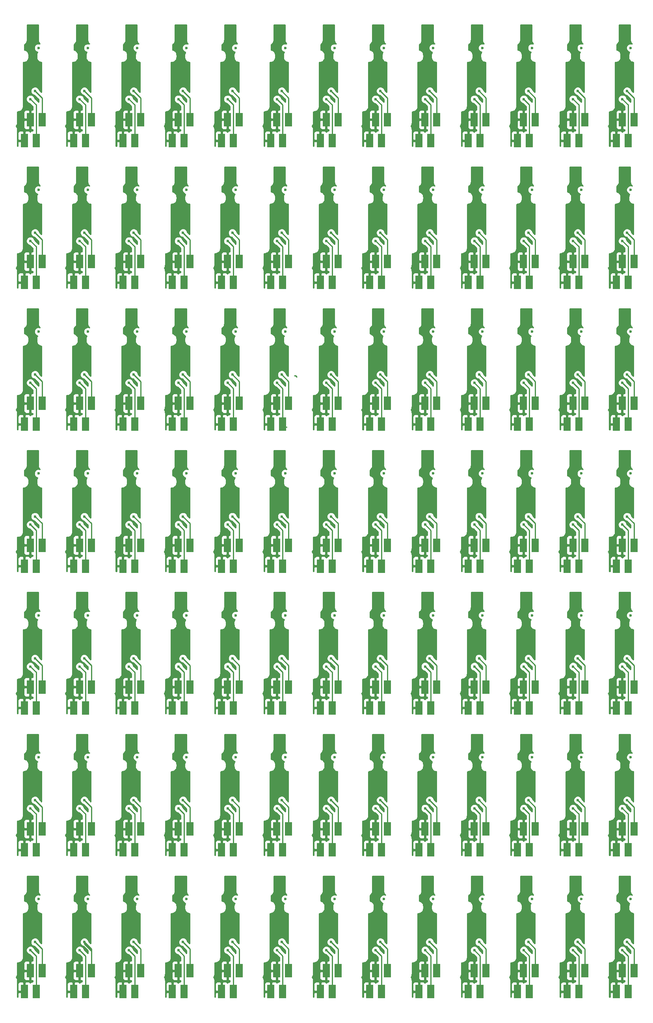
<source format=gbl>
G04 #@! TF.FileFunction,Copper,L2,Bot,Signal*
%FSLAX46Y46*%
G04 Gerber Fmt 4.6, Leading zero omitted, Abs format (unit mm)*
G04 Created by KiCad (PCBNEW 4.0.2-4+6225~38~ubuntu14.04.1-stable) date Mon 13 Jun 2016 20:57:54 BST*
%MOMM*%
G01*
G04 APERTURE LIST*
%ADD10C,0.100000*%
%ADD11R,1.500000X3.000000*%
%ADD12C,0.600000*%
%ADD13C,0.250000*%
%ADD14C,0.254000*%
G04 APERTURE END LIST*
D10*
D11*
X170390000Y-235925000D03*
X171660000Y-231425000D03*
X172930000Y-235925000D03*
X174200000Y-231425000D03*
X159790000Y-235925000D03*
X161060000Y-231425000D03*
X162330000Y-235925000D03*
X163600000Y-231425000D03*
X149190000Y-235925000D03*
X150460000Y-231425000D03*
X151730000Y-235925000D03*
X153000000Y-231425000D03*
X138590000Y-235925000D03*
X139860000Y-231425000D03*
X141130000Y-235925000D03*
X142400000Y-231425000D03*
X127990000Y-235925000D03*
X129260000Y-231425000D03*
X130530000Y-235925000D03*
X131800000Y-231425000D03*
X117390000Y-235925000D03*
X118660000Y-231425000D03*
X119930000Y-235925000D03*
X121200000Y-231425000D03*
X106790000Y-235925000D03*
X108060000Y-231425000D03*
X109330000Y-235925000D03*
X110600000Y-231425000D03*
X96190000Y-235925000D03*
X97460000Y-231425000D03*
X98730000Y-235925000D03*
X100000000Y-231425000D03*
X85590000Y-235925000D03*
X86860000Y-231425000D03*
X88130000Y-235925000D03*
X89400000Y-231425000D03*
X74990000Y-235925000D03*
X76260000Y-231425000D03*
X77530000Y-235925000D03*
X78800000Y-231425000D03*
X64390000Y-235925000D03*
X65660000Y-231425000D03*
X66930000Y-235925000D03*
X68200000Y-231425000D03*
X53790000Y-235925000D03*
X55060000Y-231425000D03*
X56330000Y-235925000D03*
X57600000Y-231425000D03*
X43190000Y-235925000D03*
X44460000Y-231425000D03*
X45730000Y-235925000D03*
X47000000Y-231425000D03*
X170390000Y-205425000D03*
X171660000Y-200925000D03*
X172930000Y-205425000D03*
X174200000Y-200925000D03*
X159790000Y-205425000D03*
X161060000Y-200925000D03*
X162330000Y-205425000D03*
X163600000Y-200925000D03*
X149190000Y-205425000D03*
X150460000Y-200925000D03*
X151730000Y-205425000D03*
X153000000Y-200925000D03*
X138590000Y-205425000D03*
X139860000Y-200925000D03*
X141130000Y-205425000D03*
X142400000Y-200925000D03*
X127990000Y-205425000D03*
X129260000Y-200925000D03*
X130530000Y-205425000D03*
X131800000Y-200925000D03*
X117390000Y-205425000D03*
X118660000Y-200925000D03*
X119930000Y-205425000D03*
X121200000Y-200925000D03*
X106790000Y-205425000D03*
X108060000Y-200925000D03*
X109330000Y-205425000D03*
X110600000Y-200925000D03*
X96190000Y-205425000D03*
X97460000Y-200925000D03*
X98730000Y-205425000D03*
X100000000Y-200925000D03*
X85590000Y-205425000D03*
X86860000Y-200925000D03*
X88130000Y-205425000D03*
X89400000Y-200925000D03*
X74990000Y-205425000D03*
X76260000Y-200925000D03*
X77530000Y-205425000D03*
X78800000Y-200925000D03*
X64390000Y-205425000D03*
X65660000Y-200925000D03*
X66930000Y-205425000D03*
X68200000Y-200925000D03*
X53790000Y-205425000D03*
X55060000Y-200925000D03*
X56330000Y-205425000D03*
X57600000Y-200925000D03*
X43190000Y-205425000D03*
X44460000Y-200925000D03*
X45730000Y-205425000D03*
X47000000Y-200925000D03*
X170390000Y-174925000D03*
X171660000Y-170425000D03*
X172930000Y-174925000D03*
X174200000Y-170425000D03*
X159790000Y-174925000D03*
X161060000Y-170425000D03*
X162330000Y-174925000D03*
X163600000Y-170425000D03*
X149190000Y-174925000D03*
X150460000Y-170425000D03*
X151730000Y-174925000D03*
X153000000Y-170425000D03*
X138590000Y-174925000D03*
X139860000Y-170425000D03*
X141130000Y-174925000D03*
X142400000Y-170425000D03*
X127990000Y-174925000D03*
X129260000Y-170425000D03*
X130530000Y-174925000D03*
X131800000Y-170425000D03*
X117390000Y-174925000D03*
X118660000Y-170425000D03*
X119930000Y-174925000D03*
X121200000Y-170425000D03*
X106790000Y-174925000D03*
X108060000Y-170425000D03*
X109330000Y-174925000D03*
X110600000Y-170425000D03*
X96190000Y-174925000D03*
X97460000Y-170425000D03*
X98730000Y-174925000D03*
X100000000Y-170425000D03*
X85590000Y-174925000D03*
X86860000Y-170425000D03*
X88130000Y-174925000D03*
X89400000Y-170425000D03*
X74990000Y-174925000D03*
X76260000Y-170425000D03*
X77530000Y-174925000D03*
X78800000Y-170425000D03*
X64390000Y-174925000D03*
X65660000Y-170425000D03*
X66930000Y-174925000D03*
X68200000Y-170425000D03*
X53790000Y-174925000D03*
X55060000Y-170425000D03*
X56330000Y-174925000D03*
X57600000Y-170425000D03*
X43190000Y-174925000D03*
X44460000Y-170425000D03*
X45730000Y-174925000D03*
X47000000Y-170425000D03*
X170390000Y-144425000D03*
X171660000Y-139925000D03*
X172930000Y-144425000D03*
X174200000Y-139925000D03*
X159790000Y-144425000D03*
X161060000Y-139925000D03*
X162330000Y-144425000D03*
X163600000Y-139925000D03*
X149190000Y-144425000D03*
X150460000Y-139925000D03*
X151730000Y-144425000D03*
X153000000Y-139925000D03*
X138590000Y-144425000D03*
X139860000Y-139925000D03*
X141130000Y-144425000D03*
X142400000Y-139925000D03*
X127990000Y-144425000D03*
X129260000Y-139925000D03*
X130530000Y-144425000D03*
X131800000Y-139925000D03*
X117390000Y-144425000D03*
X118660000Y-139925000D03*
X119930000Y-144425000D03*
X121200000Y-139925000D03*
X106790000Y-144425000D03*
X108060000Y-139925000D03*
X109330000Y-144425000D03*
X110600000Y-139925000D03*
X96190000Y-144425000D03*
X97460000Y-139925000D03*
X98730000Y-144425000D03*
X100000000Y-139925000D03*
X85590000Y-144425000D03*
X86860000Y-139925000D03*
X88130000Y-144425000D03*
X89400000Y-139925000D03*
X74990000Y-144425000D03*
X76260000Y-139925000D03*
X77530000Y-144425000D03*
X78800000Y-139925000D03*
X64390000Y-144425000D03*
X65660000Y-139925000D03*
X66930000Y-144425000D03*
X68200000Y-139925000D03*
X53790000Y-144425000D03*
X55060000Y-139925000D03*
X56330000Y-144425000D03*
X57600000Y-139925000D03*
X43190000Y-144425000D03*
X44460000Y-139925000D03*
X45730000Y-144425000D03*
X47000000Y-139925000D03*
X170390000Y-113925000D03*
X171660000Y-109425000D03*
X172930000Y-113925000D03*
X174200000Y-109425000D03*
X159790000Y-113925000D03*
X161060000Y-109425000D03*
X162330000Y-113925000D03*
X163600000Y-109425000D03*
X149190000Y-113925000D03*
X150460000Y-109425000D03*
X151730000Y-113925000D03*
X153000000Y-109425000D03*
X138590000Y-113925000D03*
X139860000Y-109425000D03*
X141130000Y-113925000D03*
X142400000Y-109425000D03*
X127990000Y-113925000D03*
X129260000Y-109425000D03*
X130530000Y-113925000D03*
X131800000Y-109425000D03*
X117390000Y-113925000D03*
X118660000Y-109425000D03*
X119930000Y-113925000D03*
X121200000Y-109425000D03*
X106790000Y-113925000D03*
X108060000Y-109425000D03*
X109330000Y-113925000D03*
X110600000Y-109425000D03*
X96190000Y-113925000D03*
X97460000Y-109425000D03*
X98730000Y-113925000D03*
X100000000Y-109425000D03*
X85590000Y-113925000D03*
X86860000Y-109425000D03*
X88130000Y-113925000D03*
X89400000Y-109425000D03*
X74990000Y-113925000D03*
X76260000Y-109425000D03*
X77530000Y-113925000D03*
X78800000Y-109425000D03*
X64390000Y-113925000D03*
X65660000Y-109425000D03*
X66930000Y-113925000D03*
X68200000Y-109425000D03*
X53790000Y-113925000D03*
X55060000Y-109425000D03*
X56330000Y-113925000D03*
X57600000Y-109425000D03*
X43190000Y-113925000D03*
X44460000Y-109425000D03*
X45730000Y-113925000D03*
X47000000Y-109425000D03*
X170390000Y-83425000D03*
X171660000Y-78925000D03*
X172930000Y-83425000D03*
X174200000Y-78925000D03*
X159790000Y-83425000D03*
X161060000Y-78925000D03*
X162330000Y-83425000D03*
X163600000Y-78925000D03*
X149190000Y-83425000D03*
X150460000Y-78925000D03*
X151730000Y-83425000D03*
X153000000Y-78925000D03*
X138590000Y-83425000D03*
X139860000Y-78925000D03*
X141130000Y-83425000D03*
X142400000Y-78925000D03*
X127990000Y-83425000D03*
X129260000Y-78925000D03*
X130530000Y-83425000D03*
X131800000Y-78925000D03*
X117390000Y-83425000D03*
X118660000Y-78925000D03*
X119930000Y-83425000D03*
X121200000Y-78925000D03*
X106790000Y-83425000D03*
X108060000Y-78925000D03*
X109330000Y-83425000D03*
X110600000Y-78925000D03*
X96190000Y-83425000D03*
X97460000Y-78925000D03*
X98730000Y-83425000D03*
X100000000Y-78925000D03*
X85590000Y-83425000D03*
X86860000Y-78925000D03*
X88130000Y-83425000D03*
X89400000Y-78925000D03*
X74990000Y-83425000D03*
X76260000Y-78925000D03*
X77530000Y-83425000D03*
X78800000Y-78925000D03*
X64390000Y-83425000D03*
X65660000Y-78925000D03*
X66930000Y-83425000D03*
X68200000Y-78925000D03*
X53790000Y-83425000D03*
X55060000Y-78925000D03*
X56330000Y-83425000D03*
X57600000Y-78925000D03*
X43190000Y-83425000D03*
X44460000Y-78925000D03*
X45730000Y-83425000D03*
X47000000Y-78925000D03*
X170390000Y-52925000D03*
X171660000Y-48425000D03*
X172930000Y-52925000D03*
X174200000Y-48425000D03*
X159790000Y-52925000D03*
X161060000Y-48425000D03*
X162330000Y-52925000D03*
X163600000Y-48425000D03*
X149190000Y-52925000D03*
X150460000Y-48425000D03*
X151730000Y-52925000D03*
X153000000Y-48425000D03*
X138590000Y-52925000D03*
X139860000Y-48425000D03*
X141130000Y-52925000D03*
X142400000Y-48425000D03*
X127990000Y-52925000D03*
X129260000Y-48425000D03*
X130530000Y-52925000D03*
X131800000Y-48425000D03*
X117390000Y-52925000D03*
X118660000Y-48425000D03*
X119930000Y-52925000D03*
X121200000Y-48425000D03*
X106790000Y-52925000D03*
X108060000Y-48425000D03*
X109330000Y-52925000D03*
X110600000Y-48425000D03*
X96190000Y-52925000D03*
X97460000Y-48425000D03*
X98730000Y-52925000D03*
X100000000Y-48425000D03*
X85590000Y-52925000D03*
X86860000Y-48425000D03*
X88130000Y-52925000D03*
X89400000Y-48425000D03*
X74990000Y-52925000D03*
X76260000Y-48425000D03*
X77530000Y-52925000D03*
X78800000Y-48425000D03*
X64390000Y-52925000D03*
X65660000Y-48425000D03*
X66930000Y-52925000D03*
X68200000Y-48425000D03*
X53790000Y-52925000D03*
X55060000Y-48425000D03*
X56330000Y-52925000D03*
X57600000Y-48425000D03*
X43190000Y-52925000D03*
X44460000Y-48425000D03*
X45730000Y-52925000D03*
X47000000Y-48425000D03*
D12*
X173450000Y-216000000D03*
X162850000Y-216000000D03*
X152250000Y-216000000D03*
X141650000Y-216000000D03*
X131050000Y-216000000D03*
X120450000Y-216000000D03*
X109850000Y-216000000D03*
X99250000Y-216000000D03*
X88650000Y-216000000D03*
X78050000Y-216000000D03*
X67450000Y-216000000D03*
X56850000Y-216000000D03*
X46250000Y-216000000D03*
X173450000Y-185500000D03*
X162850000Y-185500000D03*
X152250000Y-185500000D03*
X141650000Y-185500000D03*
X131050000Y-185500000D03*
X120450000Y-185500000D03*
X109850000Y-185500000D03*
X99250000Y-185500000D03*
X88650000Y-185500000D03*
X78050000Y-185500000D03*
X67450000Y-185500000D03*
X56850000Y-185500000D03*
X46250000Y-185500000D03*
X173450000Y-155000000D03*
X162850000Y-155000000D03*
X152250000Y-155000000D03*
X141650000Y-155000000D03*
X131050000Y-155000000D03*
X120450000Y-155000000D03*
X109850000Y-155000000D03*
X99250000Y-155000000D03*
X88650000Y-155000000D03*
X78050000Y-155000000D03*
X67450000Y-155000000D03*
X56850000Y-155000000D03*
X46250000Y-155000000D03*
X173450000Y-124500000D03*
X162850000Y-124500000D03*
X152250000Y-124500000D03*
X141650000Y-124500000D03*
X131050000Y-124500000D03*
X120450000Y-124500000D03*
X109850000Y-124500000D03*
X99250000Y-124500000D03*
X88650000Y-124500000D03*
X78050000Y-124500000D03*
X67450000Y-124500000D03*
X56850000Y-124500000D03*
X46250000Y-124500000D03*
X173450000Y-94000000D03*
X162850000Y-94000000D03*
X152250000Y-94000000D03*
X141650000Y-94000000D03*
X131050000Y-94000000D03*
X120450000Y-94000000D03*
X109850000Y-94000000D03*
X99250000Y-94000000D03*
X88650000Y-94000000D03*
X78050000Y-94000000D03*
X67450000Y-94000000D03*
X56850000Y-94000000D03*
X46250000Y-94000000D03*
X173450000Y-63500000D03*
X162850000Y-63500000D03*
X152250000Y-63500000D03*
X141650000Y-63500000D03*
X131050000Y-63500000D03*
X120450000Y-63500000D03*
X109850000Y-63500000D03*
X99250000Y-63500000D03*
X88650000Y-63500000D03*
X78050000Y-63500000D03*
X67450000Y-63500000D03*
X56850000Y-63500000D03*
X46250000Y-63500000D03*
X173450000Y-33000000D03*
X162850000Y-33000000D03*
X152250000Y-33000000D03*
X141650000Y-33000000D03*
X131050000Y-33000000D03*
X120450000Y-33000000D03*
X109850000Y-33000000D03*
X99250000Y-33000000D03*
X88650000Y-33000000D03*
X78050000Y-33000000D03*
X67450000Y-33000000D03*
X56850000Y-33000000D03*
X46250000Y-33000000D03*
X169700000Y-232500000D03*
X159100000Y-232500000D03*
X148500000Y-232500000D03*
X137900000Y-232500000D03*
X127300000Y-232500000D03*
X116700000Y-232500000D03*
X106100000Y-232500000D03*
X95500000Y-232500000D03*
X84900000Y-232500000D03*
X74300000Y-232500000D03*
X63700000Y-232500000D03*
X53100000Y-232500000D03*
X42500000Y-232500000D03*
X169700000Y-202000000D03*
X159100000Y-202000000D03*
X148500000Y-202000000D03*
X137900000Y-202000000D03*
X127300000Y-202000000D03*
X116700000Y-202000000D03*
X106100000Y-202000000D03*
X95500000Y-202000000D03*
X84900000Y-202000000D03*
X74300000Y-202000000D03*
X63700000Y-202000000D03*
X53100000Y-202000000D03*
X42500000Y-202000000D03*
X169700000Y-171500000D03*
X159100000Y-171500000D03*
X148500000Y-171500000D03*
X137900000Y-171500000D03*
X127300000Y-171500000D03*
X116700000Y-171500000D03*
X106100000Y-171500000D03*
X95500000Y-171500000D03*
X84900000Y-171500000D03*
X74300000Y-171500000D03*
X63700000Y-171500000D03*
X53100000Y-171500000D03*
X42500000Y-171500000D03*
X169700000Y-141000000D03*
X159100000Y-141000000D03*
X148500000Y-141000000D03*
X137900000Y-141000000D03*
X127300000Y-141000000D03*
X116700000Y-141000000D03*
X106100000Y-141000000D03*
X95500000Y-141000000D03*
X84900000Y-141000000D03*
X74300000Y-141000000D03*
X63700000Y-141000000D03*
X53100000Y-141000000D03*
X42500000Y-141000000D03*
X169700000Y-110500000D03*
X159100000Y-110500000D03*
X148500000Y-110500000D03*
X137900000Y-110500000D03*
X127300000Y-110500000D03*
X116700000Y-110500000D03*
X106100000Y-110500000D03*
X95500000Y-110500000D03*
X84900000Y-110500000D03*
X74300000Y-110500000D03*
X63700000Y-110500000D03*
X53100000Y-110500000D03*
X42500000Y-110500000D03*
X169700000Y-80000000D03*
X159100000Y-80000000D03*
X148500000Y-80000000D03*
X137900000Y-80000000D03*
X127300000Y-80000000D03*
X116700000Y-80000000D03*
X106100000Y-80000000D03*
X95500000Y-80000000D03*
X84900000Y-80000000D03*
X74300000Y-80000000D03*
X63700000Y-80000000D03*
X53100000Y-80000000D03*
X42500000Y-80000000D03*
X169700000Y-49500000D03*
X159100000Y-49500000D03*
X148500000Y-49500000D03*
X137900000Y-49500000D03*
X127300000Y-49500000D03*
X116700000Y-49500000D03*
X106100000Y-49500000D03*
X95500000Y-49500000D03*
X84900000Y-49500000D03*
X74300000Y-49500000D03*
X63700000Y-49500000D03*
X53100000Y-49500000D03*
X42500000Y-49500000D03*
X171700000Y-227000000D03*
X161100000Y-227000000D03*
X150500000Y-227000000D03*
X139900000Y-227000000D03*
X129300000Y-227000000D03*
X118700000Y-227000000D03*
X108100000Y-227000000D03*
X97500000Y-227000000D03*
X86900000Y-227000000D03*
X76300000Y-227000000D03*
X65700000Y-227000000D03*
X55100000Y-227000000D03*
X44500000Y-227000000D03*
X171700000Y-196500000D03*
X161100000Y-196500000D03*
X150500000Y-196500000D03*
X139900000Y-196500000D03*
X129300000Y-196500000D03*
X118700000Y-196500000D03*
X108100000Y-196500000D03*
X97500000Y-196500000D03*
X86900000Y-196500000D03*
X76300000Y-196500000D03*
X65700000Y-196500000D03*
X55100000Y-196500000D03*
X44500000Y-196500000D03*
X171700000Y-166000000D03*
X161100000Y-166000000D03*
X150500000Y-166000000D03*
X139900000Y-166000000D03*
X129300000Y-166000000D03*
X118700000Y-166000000D03*
X108100000Y-166000000D03*
X97500000Y-166000000D03*
X86900000Y-166000000D03*
X76300000Y-166000000D03*
X65700000Y-166000000D03*
X55100000Y-166000000D03*
X44500000Y-166000000D03*
X171700000Y-135500000D03*
X161100000Y-135500000D03*
X150500000Y-135500000D03*
X139900000Y-135500000D03*
X129300000Y-135500000D03*
X118700000Y-135500000D03*
X108100000Y-135500000D03*
X97500000Y-135500000D03*
X86900000Y-135500000D03*
X76300000Y-135500000D03*
X65700000Y-135500000D03*
X55100000Y-135500000D03*
X44500000Y-135500000D03*
X171700000Y-105000000D03*
X161100000Y-105000000D03*
X150500000Y-105000000D03*
X139900000Y-105000000D03*
X129300000Y-105000000D03*
X118700000Y-105000000D03*
X108100000Y-105000000D03*
X97500000Y-105000000D03*
X86900000Y-105000000D03*
X76300000Y-105000000D03*
X65700000Y-105000000D03*
X55100000Y-105000000D03*
X44500000Y-105000000D03*
X171700000Y-74500000D03*
X161100000Y-74500000D03*
X150500000Y-74500000D03*
X139900000Y-74500000D03*
X129300000Y-74500000D03*
X118700000Y-74500000D03*
X108100000Y-74500000D03*
X97500000Y-74500000D03*
X86900000Y-74500000D03*
X76300000Y-74500000D03*
X65700000Y-74500000D03*
X55100000Y-74500000D03*
X44500000Y-74500000D03*
X171700000Y-44000000D03*
X161100000Y-44000000D03*
X150500000Y-44000000D03*
X139900000Y-44000000D03*
X129300000Y-44000000D03*
X118700000Y-44000000D03*
X108100000Y-44000000D03*
X97500000Y-44000000D03*
X86900000Y-44000000D03*
X76300000Y-44000000D03*
X65700000Y-44000000D03*
X55100000Y-44000000D03*
X44500000Y-44000000D03*
X172700000Y-225250000D03*
X162100000Y-225250000D03*
X151500000Y-225250000D03*
X140900000Y-225250000D03*
X130300000Y-225250000D03*
X119700000Y-225250000D03*
X109100000Y-225250000D03*
X98500000Y-225250000D03*
X87900000Y-225250000D03*
X77300000Y-225250000D03*
X66700000Y-225250000D03*
X56100000Y-225250000D03*
X45500000Y-225250000D03*
X172700000Y-194750000D03*
X162100000Y-194750000D03*
X151500000Y-194750000D03*
X140900000Y-194750000D03*
X130300000Y-194750000D03*
X119700000Y-194750000D03*
X109100000Y-194750000D03*
X98500000Y-194750000D03*
X87900000Y-194750000D03*
X77300000Y-194750000D03*
X66700000Y-194750000D03*
X56100000Y-194750000D03*
X45500000Y-194750000D03*
X172700000Y-164250000D03*
X162100000Y-164250000D03*
X151500000Y-164250000D03*
X140900000Y-164250000D03*
X130300000Y-164250000D03*
X119700000Y-164250000D03*
X109100000Y-164250000D03*
X98500000Y-164250000D03*
X87900000Y-164250000D03*
X77300000Y-164250000D03*
X66700000Y-164250000D03*
X56100000Y-164250000D03*
X45500000Y-164250000D03*
X172700000Y-133750000D03*
X162100000Y-133750000D03*
X151500000Y-133750000D03*
X140900000Y-133750000D03*
X130300000Y-133750000D03*
X119700000Y-133750000D03*
X109100000Y-133750000D03*
X98500000Y-133750000D03*
X87900000Y-133750000D03*
X77300000Y-133750000D03*
X66700000Y-133750000D03*
X56100000Y-133750000D03*
X45500000Y-133750000D03*
X172700000Y-103250000D03*
X162100000Y-103250000D03*
X151500000Y-103250000D03*
X140900000Y-103250000D03*
X130300000Y-103250000D03*
X119700000Y-103250000D03*
X109100000Y-103250000D03*
X98500000Y-103250000D03*
X87900000Y-103250000D03*
X77300000Y-103250000D03*
X66700000Y-103250000D03*
X56100000Y-103250000D03*
X45500000Y-103250000D03*
X172700000Y-72750000D03*
X162100000Y-72750000D03*
X151500000Y-72750000D03*
X140900000Y-72750000D03*
X130300000Y-72750000D03*
X119700000Y-72750000D03*
X109100000Y-72750000D03*
X98500000Y-72750000D03*
X87900000Y-72750000D03*
X77300000Y-72750000D03*
X66700000Y-72750000D03*
X56100000Y-72750000D03*
X45500000Y-72750000D03*
X172700000Y-42250000D03*
X162100000Y-42250000D03*
X151500000Y-42250000D03*
X140900000Y-42250000D03*
X130300000Y-42250000D03*
X119700000Y-42250000D03*
X109100000Y-42250000D03*
X98500000Y-42250000D03*
X87900000Y-42250000D03*
X77300000Y-42250000D03*
X66700000Y-42250000D03*
X56100000Y-42250000D03*
X45500000Y-42250000D03*
D13*
X101250000Y-103500000D02*
X101500000Y-103500000D01*
X101500000Y-103500000D02*
X101750000Y-103750000D01*
X172930000Y-228230000D02*
X171700000Y-227000000D01*
X162330000Y-228230000D02*
X161100000Y-227000000D01*
X151730000Y-228230000D02*
X150500000Y-227000000D01*
X141130000Y-228230000D02*
X139900000Y-227000000D01*
X130530000Y-228230000D02*
X129300000Y-227000000D01*
X119930000Y-228230000D02*
X118700000Y-227000000D01*
X109330000Y-228230000D02*
X108100000Y-227000000D01*
X98730000Y-228230000D02*
X97500000Y-227000000D01*
X88130000Y-228230000D02*
X86900000Y-227000000D01*
X77530000Y-228230000D02*
X76300000Y-227000000D01*
X66930000Y-228230000D02*
X65700000Y-227000000D01*
X56330000Y-228230000D02*
X55100000Y-227000000D01*
X45730000Y-228230000D02*
X44500000Y-227000000D01*
X172930000Y-197730000D02*
X171700000Y-196500000D01*
X162330000Y-197730000D02*
X161100000Y-196500000D01*
X151730000Y-197730000D02*
X150500000Y-196500000D01*
X141130000Y-197730000D02*
X139900000Y-196500000D01*
X130530000Y-197730000D02*
X129300000Y-196500000D01*
X119930000Y-197730000D02*
X118700000Y-196500000D01*
X109330000Y-197730000D02*
X108100000Y-196500000D01*
X98730000Y-197730000D02*
X97500000Y-196500000D01*
X88130000Y-197730000D02*
X86900000Y-196500000D01*
X77530000Y-197730000D02*
X76300000Y-196500000D01*
X66930000Y-197730000D02*
X65700000Y-196500000D01*
X56330000Y-197730000D02*
X55100000Y-196500000D01*
X45730000Y-197730000D02*
X44500000Y-196500000D01*
X172930000Y-167230000D02*
X171700000Y-166000000D01*
X162330000Y-167230000D02*
X161100000Y-166000000D01*
X151730000Y-167230000D02*
X150500000Y-166000000D01*
X141130000Y-167230000D02*
X139900000Y-166000000D01*
X130530000Y-167230000D02*
X129300000Y-166000000D01*
X119930000Y-167230000D02*
X118700000Y-166000000D01*
X109330000Y-167230000D02*
X108100000Y-166000000D01*
X98730000Y-167230000D02*
X97500000Y-166000000D01*
X88130000Y-167230000D02*
X86900000Y-166000000D01*
X77530000Y-167230000D02*
X76300000Y-166000000D01*
X66930000Y-167230000D02*
X65700000Y-166000000D01*
X56330000Y-167230000D02*
X55100000Y-166000000D01*
X45730000Y-167230000D02*
X44500000Y-166000000D01*
X172930000Y-136730000D02*
X171700000Y-135500000D01*
X162330000Y-136730000D02*
X161100000Y-135500000D01*
X151730000Y-136730000D02*
X150500000Y-135500000D01*
X141130000Y-136730000D02*
X139900000Y-135500000D01*
X130530000Y-136730000D02*
X129300000Y-135500000D01*
X119930000Y-136730000D02*
X118700000Y-135500000D01*
X109330000Y-136730000D02*
X108100000Y-135500000D01*
X98730000Y-136730000D02*
X97500000Y-135500000D01*
X88130000Y-136730000D02*
X86900000Y-135500000D01*
X77530000Y-136730000D02*
X76300000Y-135500000D01*
X66930000Y-136730000D02*
X65700000Y-135500000D01*
X56330000Y-136730000D02*
X55100000Y-135500000D01*
X45730000Y-136730000D02*
X44500000Y-135500000D01*
X172930000Y-106230000D02*
X171700000Y-105000000D01*
X162330000Y-106230000D02*
X161100000Y-105000000D01*
X151730000Y-106230000D02*
X150500000Y-105000000D01*
X141130000Y-106230000D02*
X139900000Y-105000000D01*
X130530000Y-106230000D02*
X129300000Y-105000000D01*
X119930000Y-106230000D02*
X118700000Y-105000000D01*
X109330000Y-106230000D02*
X108100000Y-105000000D01*
X98730000Y-106230000D02*
X97500000Y-105000000D01*
X88130000Y-106230000D02*
X86900000Y-105000000D01*
X77530000Y-106230000D02*
X76300000Y-105000000D01*
X66930000Y-106230000D02*
X65700000Y-105000000D01*
X56330000Y-106230000D02*
X55100000Y-105000000D01*
X45730000Y-106230000D02*
X44500000Y-105000000D01*
X172930000Y-75730000D02*
X171700000Y-74500000D01*
X162330000Y-75730000D02*
X161100000Y-74500000D01*
X151730000Y-75730000D02*
X150500000Y-74500000D01*
X141130000Y-75730000D02*
X139900000Y-74500000D01*
X130530000Y-75730000D02*
X129300000Y-74500000D01*
X119930000Y-75730000D02*
X118700000Y-74500000D01*
X109330000Y-75730000D02*
X108100000Y-74500000D01*
X98730000Y-75730000D02*
X97500000Y-74500000D01*
X88130000Y-75730000D02*
X86900000Y-74500000D01*
X77530000Y-75730000D02*
X76300000Y-74500000D01*
X66930000Y-75730000D02*
X65700000Y-74500000D01*
X56330000Y-75730000D02*
X55100000Y-74500000D01*
X45730000Y-75730000D02*
X44500000Y-74500000D01*
X172930000Y-45230000D02*
X171700000Y-44000000D01*
X162330000Y-45230000D02*
X161100000Y-44000000D01*
X151730000Y-45230000D02*
X150500000Y-44000000D01*
X141130000Y-45230000D02*
X139900000Y-44000000D01*
X130530000Y-45230000D02*
X129300000Y-44000000D01*
X119930000Y-45230000D02*
X118700000Y-44000000D01*
X109330000Y-45230000D02*
X108100000Y-44000000D01*
X98730000Y-45230000D02*
X97500000Y-44000000D01*
X88130000Y-45230000D02*
X86900000Y-44000000D01*
X77530000Y-45230000D02*
X76300000Y-44000000D01*
X66930000Y-45230000D02*
X65700000Y-44000000D01*
X56330000Y-45230000D02*
X55100000Y-44000000D01*
X172930000Y-235925000D02*
X172930000Y-228230000D01*
X162330000Y-235925000D02*
X162330000Y-228230000D01*
X151730000Y-235925000D02*
X151730000Y-228230000D01*
X141130000Y-235925000D02*
X141130000Y-228230000D01*
X130530000Y-235925000D02*
X130530000Y-228230000D01*
X119930000Y-235925000D02*
X119930000Y-228230000D01*
X109330000Y-235925000D02*
X109330000Y-228230000D01*
X98730000Y-235925000D02*
X98730000Y-228230000D01*
X88130000Y-235925000D02*
X88130000Y-228230000D01*
X77530000Y-235925000D02*
X77530000Y-228230000D01*
X66930000Y-235925000D02*
X66930000Y-228230000D01*
X56330000Y-235925000D02*
X56330000Y-228230000D01*
X45730000Y-235925000D02*
X45730000Y-228230000D01*
X172930000Y-205425000D02*
X172930000Y-197730000D01*
X162330000Y-205425000D02*
X162330000Y-197730000D01*
X151730000Y-205425000D02*
X151730000Y-197730000D01*
X141130000Y-205425000D02*
X141130000Y-197730000D01*
X130530000Y-205425000D02*
X130530000Y-197730000D01*
X119930000Y-205425000D02*
X119930000Y-197730000D01*
X109330000Y-205425000D02*
X109330000Y-197730000D01*
X98730000Y-205425000D02*
X98730000Y-197730000D01*
X88130000Y-205425000D02*
X88130000Y-197730000D01*
X77530000Y-205425000D02*
X77530000Y-197730000D01*
X66930000Y-205425000D02*
X66930000Y-197730000D01*
X56330000Y-205425000D02*
X56330000Y-197730000D01*
X45730000Y-205425000D02*
X45730000Y-197730000D01*
X172930000Y-174925000D02*
X172930000Y-167230000D01*
X162330000Y-174925000D02*
X162330000Y-167230000D01*
X151730000Y-174925000D02*
X151730000Y-167230000D01*
X141130000Y-174925000D02*
X141130000Y-167230000D01*
X130530000Y-174925000D02*
X130530000Y-167230000D01*
X119930000Y-174925000D02*
X119930000Y-167230000D01*
X109330000Y-174925000D02*
X109330000Y-167230000D01*
X98730000Y-174925000D02*
X98730000Y-167230000D01*
X88130000Y-174925000D02*
X88130000Y-167230000D01*
X77530000Y-174925000D02*
X77530000Y-167230000D01*
X66930000Y-174925000D02*
X66930000Y-167230000D01*
X56330000Y-174925000D02*
X56330000Y-167230000D01*
X45730000Y-174925000D02*
X45730000Y-167230000D01*
X172930000Y-144425000D02*
X172930000Y-136730000D01*
X162330000Y-144425000D02*
X162330000Y-136730000D01*
X151730000Y-144425000D02*
X151730000Y-136730000D01*
X141130000Y-144425000D02*
X141130000Y-136730000D01*
X130530000Y-144425000D02*
X130530000Y-136730000D01*
X119930000Y-144425000D02*
X119930000Y-136730000D01*
X109330000Y-144425000D02*
X109330000Y-136730000D01*
X98730000Y-144425000D02*
X98730000Y-136730000D01*
X88130000Y-144425000D02*
X88130000Y-136730000D01*
X77530000Y-144425000D02*
X77530000Y-136730000D01*
X66930000Y-144425000D02*
X66930000Y-136730000D01*
X56330000Y-144425000D02*
X56330000Y-136730000D01*
X45730000Y-144425000D02*
X45730000Y-136730000D01*
X172930000Y-113925000D02*
X172930000Y-106230000D01*
X162330000Y-113925000D02*
X162330000Y-106230000D01*
X151730000Y-113925000D02*
X151730000Y-106230000D01*
X141130000Y-113925000D02*
X141130000Y-106230000D01*
X130530000Y-113925000D02*
X130530000Y-106230000D01*
X119930000Y-113925000D02*
X119930000Y-106230000D01*
X109330000Y-113925000D02*
X109330000Y-106230000D01*
X98730000Y-113925000D02*
X98730000Y-106230000D01*
X88130000Y-113925000D02*
X88130000Y-106230000D01*
X77530000Y-113925000D02*
X77530000Y-106230000D01*
X66930000Y-113925000D02*
X66930000Y-106230000D01*
X56330000Y-113925000D02*
X56330000Y-106230000D01*
X45730000Y-113925000D02*
X45730000Y-106230000D01*
X172930000Y-83425000D02*
X172930000Y-75730000D01*
X162330000Y-83425000D02*
X162330000Y-75730000D01*
X151730000Y-83425000D02*
X151730000Y-75730000D01*
X141130000Y-83425000D02*
X141130000Y-75730000D01*
X130530000Y-83425000D02*
X130530000Y-75730000D01*
X119930000Y-83425000D02*
X119930000Y-75730000D01*
X109330000Y-83425000D02*
X109330000Y-75730000D01*
X98730000Y-83425000D02*
X98730000Y-75730000D01*
X88130000Y-83425000D02*
X88130000Y-75730000D01*
X77530000Y-83425000D02*
X77530000Y-75730000D01*
X66930000Y-83425000D02*
X66930000Y-75730000D01*
X56330000Y-83425000D02*
X56330000Y-75730000D01*
X45730000Y-83425000D02*
X45730000Y-75730000D01*
X172930000Y-52925000D02*
X172930000Y-45230000D01*
X162330000Y-52925000D02*
X162330000Y-45230000D01*
X151730000Y-52925000D02*
X151730000Y-45230000D01*
X141130000Y-52925000D02*
X141130000Y-45230000D01*
X130530000Y-52925000D02*
X130530000Y-45230000D01*
X119930000Y-52925000D02*
X119930000Y-45230000D01*
X109330000Y-52925000D02*
X109330000Y-45230000D01*
X98730000Y-52925000D02*
X98730000Y-45230000D01*
X88130000Y-52925000D02*
X88130000Y-45230000D01*
X77530000Y-52925000D02*
X77530000Y-45230000D01*
X66930000Y-52925000D02*
X66930000Y-45230000D01*
X56330000Y-52925000D02*
X56330000Y-45230000D01*
X45730000Y-52925000D02*
X45730000Y-45230000D01*
X45730000Y-45230000D02*
X44500000Y-44000000D01*
X44500000Y-227000000D02*
X45730000Y-228230000D01*
X86900000Y-227000000D02*
X88130000Y-228230000D01*
X88130000Y-228230000D02*
X88130000Y-235925000D01*
X76300000Y-227000000D02*
X77530000Y-228230000D01*
X77530000Y-228230000D02*
X77530000Y-235925000D01*
X65700000Y-227000000D02*
X66930000Y-228230000D01*
X66930000Y-228230000D02*
X66930000Y-235925000D01*
X56330000Y-235925000D02*
X56330000Y-228230000D01*
X56330000Y-228230000D02*
X55100000Y-227000000D01*
X99500000Y-114540000D02*
X99500000Y-114500000D01*
X174200000Y-226750000D02*
X174200000Y-231425000D01*
X163600000Y-226750000D02*
X163600000Y-231425000D01*
X153000000Y-226750000D02*
X153000000Y-231425000D01*
X142400000Y-226750000D02*
X142400000Y-231425000D01*
X131800000Y-226750000D02*
X131800000Y-231425000D01*
X121200000Y-226750000D02*
X121200000Y-231425000D01*
X110600000Y-226750000D02*
X110600000Y-231425000D01*
X100000000Y-226750000D02*
X100000000Y-231425000D01*
X89400000Y-226750000D02*
X89400000Y-231425000D01*
X78800000Y-226750000D02*
X78800000Y-231425000D01*
X68200000Y-226750000D02*
X68200000Y-231425000D01*
X57600000Y-226750000D02*
X57600000Y-231425000D01*
X47000000Y-226750000D02*
X47000000Y-231425000D01*
X174200000Y-196250000D02*
X174200000Y-200925000D01*
X163600000Y-196250000D02*
X163600000Y-200925000D01*
X153000000Y-196250000D02*
X153000000Y-200925000D01*
X142400000Y-196250000D02*
X142400000Y-200925000D01*
X131800000Y-196250000D02*
X131800000Y-200925000D01*
X121200000Y-196250000D02*
X121200000Y-200925000D01*
X110600000Y-196250000D02*
X110600000Y-200925000D01*
X100000000Y-196250000D02*
X100000000Y-200925000D01*
X89400000Y-196250000D02*
X89400000Y-200925000D01*
X78800000Y-196250000D02*
X78800000Y-200925000D01*
X68200000Y-196250000D02*
X68200000Y-200925000D01*
X57600000Y-196250000D02*
X57600000Y-200925000D01*
X47000000Y-196250000D02*
X47000000Y-200925000D01*
X174200000Y-165750000D02*
X174200000Y-170425000D01*
X163600000Y-165750000D02*
X163600000Y-170425000D01*
X153000000Y-165750000D02*
X153000000Y-170425000D01*
X142400000Y-165750000D02*
X142400000Y-170425000D01*
X131800000Y-165750000D02*
X131800000Y-170425000D01*
X121200000Y-165750000D02*
X121200000Y-170425000D01*
X110600000Y-165750000D02*
X110600000Y-170425000D01*
X100000000Y-165750000D02*
X100000000Y-170425000D01*
X89400000Y-165750000D02*
X89400000Y-170425000D01*
X78800000Y-165750000D02*
X78800000Y-170425000D01*
X68200000Y-165750000D02*
X68200000Y-170425000D01*
X57600000Y-165750000D02*
X57600000Y-170425000D01*
X47000000Y-165750000D02*
X47000000Y-170425000D01*
X174200000Y-135250000D02*
X174200000Y-139925000D01*
X163600000Y-135250000D02*
X163600000Y-139925000D01*
X153000000Y-135250000D02*
X153000000Y-139925000D01*
X142400000Y-135250000D02*
X142400000Y-139925000D01*
X131800000Y-135250000D02*
X131800000Y-139925000D01*
X121200000Y-135250000D02*
X121200000Y-139925000D01*
X110600000Y-135250000D02*
X110600000Y-139925000D01*
X100000000Y-135250000D02*
X100000000Y-139925000D01*
X89400000Y-135250000D02*
X89400000Y-139925000D01*
X78800000Y-135250000D02*
X78800000Y-139925000D01*
X68200000Y-135250000D02*
X68200000Y-139925000D01*
X57600000Y-135250000D02*
X57600000Y-139925000D01*
X47000000Y-135250000D02*
X47000000Y-139925000D01*
X174200000Y-104750000D02*
X174200000Y-109425000D01*
X163600000Y-104750000D02*
X163600000Y-109425000D01*
X153000000Y-104750000D02*
X153000000Y-109425000D01*
X142400000Y-104750000D02*
X142400000Y-109425000D01*
X131800000Y-104750000D02*
X131800000Y-109425000D01*
X121200000Y-104750000D02*
X121200000Y-109425000D01*
X110600000Y-104750000D02*
X110600000Y-109425000D01*
X100000000Y-104750000D02*
X100000000Y-109425000D01*
X89400000Y-104750000D02*
X89400000Y-109425000D01*
X78800000Y-104750000D02*
X78800000Y-109425000D01*
X68200000Y-104750000D02*
X68200000Y-109425000D01*
X57600000Y-104750000D02*
X57600000Y-109425000D01*
X47000000Y-104750000D02*
X47000000Y-109425000D01*
X174200000Y-74250000D02*
X174200000Y-78925000D01*
X163600000Y-74250000D02*
X163600000Y-78925000D01*
X153000000Y-74250000D02*
X153000000Y-78925000D01*
X142400000Y-74250000D02*
X142400000Y-78925000D01*
X131800000Y-74250000D02*
X131800000Y-78925000D01*
X121200000Y-74250000D02*
X121200000Y-78925000D01*
X110600000Y-74250000D02*
X110600000Y-78925000D01*
X100000000Y-74250000D02*
X100000000Y-78925000D01*
X89400000Y-74250000D02*
X89400000Y-78925000D01*
X78800000Y-74250000D02*
X78800000Y-78925000D01*
X68200000Y-74250000D02*
X68200000Y-78925000D01*
X57600000Y-74250000D02*
X57600000Y-78925000D01*
X47000000Y-74250000D02*
X47000000Y-78925000D01*
X174200000Y-43750000D02*
X174200000Y-48425000D01*
X163600000Y-43750000D02*
X163600000Y-48425000D01*
X153000000Y-43750000D02*
X153000000Y-48425000D01*
X142400000Y-43750000D02*
X142400000Y-48425000D01*
X131800000Y-43750000D02*
X131800000Y-48425000D01*
X121200000Y-43750000D02*
X121200000Y-48425000D01*
X110600000Y-43750000D02*
X110600000Y-48425000D01*
X100000000Y-43750000D02*
X100000000Y-48425000D01*
X89400000Y-43750000D02*
X89400000Y-48425000D01*
X78800000Y-43750000D02*
X78800000Y-48425000D01*
X68200000Y-43750000D02*
X68200000Y-48425000D01*
X57600000Y-43750000D02*
X57600000Y-48425000D01*
X172700000Y-225250000D02*
X174200000Y-226750000D01*
X162100000Y-225250000D02*
X163600000Y-226750000D01*
X151500000Y-225250000D02*
X153000000Y-226750000D01*
X140900000Y-225250000D02*
X142400000Y-226750000D01*
X130300000Y-225250000D02*
X131800000Y-226750000D01*
X119700000Y-225250000D02*
X121200000Y-226750000D01*
X109100000Y-225250000D02*
X110600000Y-226750000D01*
X98500000Y-225250000D02*
X100000000Y-226750000D01*
X87900000Y-225250000D02*
X89400000Y-226750000D01*
X77300000Y-225250000D02*
X78800000Y-226750000D01*
X66700000Y-225250000D02*
X68200000Y-226750000D01*
X56100000Y-225250000D02*
X57600000Y-226750000D01*
X45500000Y-225250000D02*
X47000000Y-226750000D01*
X172700000Y-194750000D02*
X174200000Y-196250000D01*
X162100000Y-194750000D02*
X163600000Y-196250000D01*
X151500000Y-194750000D02*
X153000000Y-196250000D01*
X140900000Y-194750000D02*
X142400000Y-196250000D01*
X130300000Y-194750000D02*
X131800000Y-196250000D01*
X119700000Y-194750000D02*
X121200000Y-196250000D01*
X109100000Y-194750000D02*
X110600000Y-196250000D01*
X98500000Y-194750000D02*
X100000000Y-196250000D01*
X87900000Y-194750000D02*
X89400000Y-196250000D01*
X77300000Y-194750000D02*
X78800000Y-196250000D01*
X66700000Y-194750000D02*
X68200000Y-196250000D01*
X56100000Y-194750000D02*
X57600000Y-196250000D01*
X45500000Y-194750000D02*
X47000000Y-196250000D01*
X172700000Y-164250000D02*
X174200000Y-165750000D01*
X162100000Y-164250000D02*
X163600000Y-165750000D01*
X151500000Y-164250000D02*
X153000000Y-165750000D01*
X140900000Y-164250000D02*
X142400000Y-165750000D01*
X130300000Y-164250000D02*
X131800000Y-165750000D01*
X119700000Y-164250000D02*
X121200000Y-165750000D01*
X109100000Y-164250000D02*
X110600000Y-165750000D01*
X98500000Y-164250000D02*
X100000000Y-165750000D01*
X87900000Y-164250000D02*
X89400000Y-165750000D01*
X77300000Y-164250000D02*
X78800000Y-165750000D01*
X66700000Y-164250000D02*
X68200000Y-165750000D01*
X56100000Y-164250000D02*
X57600000Y-165750000D01*
X45500000Y-164250000D02*
X47000000Y-165750000D01*
X172700000Y-133750000D02*
X174200000Y-135250000D01*
X162100000Y-133750000D02*
X163600000Y-135250000D01*
X151500000Y-133750000D02*
X153000000Y-135250000D01*
X140900000Y-133750000D02*
X142400000Y-135250000D01*
X130300000Y-133750000D02*
X131800000Y-135250000D01*
X119700000Y-133750000D02*
X121200000Y-135250000D01*
X109100000Y-133750000D02*
X110600000Y-135250000D01*
X98500000Y-133750000D02*
X100000000Y-135250000D01*
X87900000Y-133750000D02*
X89400000Y-135250000D01*
X77300000Y-133750000D02*
X78800000Y-135250000D01*
X66700000Y-133750000D02*
X68200000Y-135250000D01*
X56100000Y-133750000D02*
X57600000Y-135250000D01*
X45500000Y-133750000D02*
X47000000Y-135250000D01*
X172700000Y-103250000D02*
X174200000Y-104750000D01*
X162100000Y-103250000D02*
X163600000Y-104750000D01*
X151500000Y-103250000D02*
X153000000Y-104750000D01*
X140900000Y-103250000D02*
X142400000Y-104750000D01*
X130300000Y-103250000D02*
X131800000Y-104750000D01*
X119700000Y-103250000D02*
X121200000Y-104750000D01*
X109100000Y-103250000D02*
X110600000Y-104750000D01*
X98500000Y-103250000D02*
X100000000Y-104750000D01*
X87900000Y-103250000D02*
X89400000Y-104750000D01*
X77300000Y-103250000D02*
X78800000Y-104750000D01*
X66700000Y-103250000D02*
X68200000Y-104750000D01*
X56100000Y-103250000D02*
X57600000Y-104750000D01*
X45500000Y-103250000D02*
X47000000Y-104750000D01*
X172700000Y-72750000D02*
X174200000Y-74250000D01*
X162100000Y-72750000D02*
X163600000Y-74250000D01*
X151500000Y-72750000D02*
X153000000Y-74250000D01*
X140900000Y-72750000D02*
X142400000Y-74250000D01*
X130300000Y-72750000D02*
X131800000Y-74250000D01*
X119700000Y-72750000D02*
X121200000Y-74250000D01*
X109100000Y-72750000D02*
X110600000Y-74250000D01*
X98500000Y-72750000D02*
X100000000Y-74250000D01*
X87900000Y-72750000D02*
X89400000Y-74250000D01*
X77300000Y-72750000D02*
X78800000Y-74250000D01*
X66700000Y-72750000D02*
X68200000Y-74250000D01*
X56100000Y-72750000D02*
X57600000Y-74250000D01*
X45500000Y-72750000D02*
X47000000Y-74250000D01*
X172700000Y-42250000D02*
X174200000Y-43750000D01*
X162100000Y-42250000D02*
X163600000Y-43750000D01*
X151500000Y-42250000D02*
X153000000Y-43750000D01*
X140900000Y-42250000D02*
X142400000Y-43750000D01*
X130300000Y-42250000D02*
X131800000Y-43750000D01*
X119700000Y-42250000D02*
X121200000Y-43750000D01*
X109100000Y-42250000D02*
X110600000Y-43750000D01*
X98500000Y-42250000D02*
X100000000Y-43750000D01*
X87900000Y-42250000D02*
X89400000Y-43750000D01*
X77300000Y-42250000D02*
X78800000Y-43750000D01*
X66700000Y-42250000D02*
X68200000Y-43750000D01*
X56100000Y-42250000D02*
X57600000Y-43750000D01*
X45500000Y-42250000D02*
X47000000Y-43750000D01*
X47000000Y-43750000D02*
X47000000Y-48425000D01*
X87900000Y-225250000D02*
X89400000Y-226750000D01*
X89400000Y-226750000D02*
X89400000Y-231425000D01*
X77300000Y-225250000D02*
X78800000Y-226750000D01*
X78800000Y-226750000D02*
X78800000Y-231425000D01*
X66700000Y-225250000D02*
X68200000Y-226750000D01*
X68200000Y-226750000D02*
X68200000Y-231425000D01*
X45500000Y-225250000D02*
X47000000Y-226750000D01*
X47000000Y-226750000D02*
X47000000Y-231425000D01*
X56100000Y-225250000D02*
X56100000Y-225674264D01*
X56100000Y-225674264D02*
X57600000Y-227174264D01*
X57600000Y-227174264D02*
X57600000Y-229675000D01*
X57600000Y-229675000D02*
X57600000Y-231425000D01*
D14*
G36*
X46190000Y-31300000D02*
X46203642Y-31368584D01*
X46203642Y-31438514D01*
X46234090Y-31591587D01*
X46284595Y-31713515D01*
X46340103Y-31847526D01*
X46426813Y-31977296D01*
X46426814Y-31977297D01*
X46426815Y-31977299D01*
X46569980Y-32120464D01*
X46436799Y-32065162D01*
X46064833Y-32064838D01*
X45721057Y-32206883D01*
X45457808Y-32469673D01*
X45315162Y-32813201D01*
X45314838Y-33185167D01*
X45456883Y-33528943D01*
X45719673Y-33792192D01*
X46015204Y-33914908D01*
X45990103Y-33952474D01*
X45940864Y-34071349D01*
X45884090Y-34208413D01*
X45882716Y-34215319D01*
X45874046Y-34228295D01*
X45820000Y-34500000D01*
X45820000Y-35000000D01*
X45833642Y-35068584D01*
X45833642Y-35138514D01*
X45864090Y-35291587D01*
X45908997Y-35400000D01*
X45970103Y-35547526D01*
X46056813Y-35677296D01*
X46056814Y-35677297D01*
X46056815Y-35677299D01*
X46252704Y-35873188D01*
X46382474Y-35959897D01*
X46550589Y-36029532D01*
X46638413Y-36065910D01*
X46791487Y-36096358D01*
X46873000Y-36096358D01*
X46873000Y-42548198D01*
X46435122Y-42110320D01*
X46435162Y-42064833D01*
X46293117Y-41721057D01*
X46030327Y-41457808D01*
X45686799Y-41315162D01*
X45314833Y-41314838D01*
X44971057Y-41456883D01*
X44707808Y-41719673D01*
X44565162Y-42063201D01*
X44564838Y-42435167D01*
X44706883Y-42778943D01*
X44969673Y-43042192D01*
X45313201Y-43184838D01*
X45360077Y-43184879D01*
X46240000Y-44064802D01*
X46240000Y-44665198D01*
X45435122Y-43860320D01*
X45435162Y-43814833D01*
X45293117Y-43471057D01*
X45030327Y-43207808D01*
X44686799Y-43065162D01*
X44314833Y-43064838D01*
X43971057Y-43206883D01*
X43707808Y-43469673D01*
X43565162Y-43813201D01*
X43564838Y-44185167D01*
X43706883Y-44528943D01*
X43969673Y-44792192D01*
X44313201Y-44934838D01*
X44360077Y-44934879D01*
X44970000Y-45544802D01*
X44970000Y-46290000D01*
X44745750Y-46290000D01*
X44587000Y-46448750D01*
X44587000Y-48298000D01*
X44607000Y-48298000D01*
X44607000Y-48552000D01*
X44587000Y-48552000D01*
X44587000Y-50401250D01*
X44745750Y-50560000D01*
X44970000Y-50560000D01*
X44970000Y-50779442D01*
X44744683Y-50821838D01*
X44528559Y-50960910D01*
X44465795Y-51052769D01*
X44299698Y-50886673D01*
X44066309Y-50790000D01*
X43475750Y-50790000D01*
X43317000Y-50948750D01*
X43317000Y-52798000D01*
X43337000Y-52798000D01*
X43337000Y-53052000D01*
X43317000Y-53052000D01*
X43317000Y-53072000D01*
X43063000Y-53072000D01*
X43063000Y-53052000D01*
X41963750Y-53052000D01*
X41805000Y-53210750D01*
X41805000Y-54090000D01*
X41710000Y-54090000D01*
X41710000Y-51298690D01*
X41805000Y-51298690D01*
X41805000Y-52639250D01*
X41963750Y-52798000D01*
X43063000Y-52798000D01*
X43063000Y-50948750D01*
X42904250Y-50790000D01*
X42313691Y-50790000D01*
X42080302Y-50886673D01*
X41901673Y-51065301D01*
X41805000Y-51298690D01*
X41710000Y-51298690D01*
X41710000Y-50500000D01*
X41696358Y-50431416D01*
X41696358Y-50361487D01*
X41665910Y-50208413D01*
X41629532Y-50120589D01*
X41559897Y-49952474D01*
X41473188Y-49822704D01*
X41450484Y-49800000D01*
X41473188Y-49777296D01*
X41559897Y-49647526D01*
X41646986Y-49437272D01*
X41665910Y-49391587D01*
X41696358Y-49238513D01*
X41696358Y-49168584D01*
X41710000Y-49100000D01*
X41710000Y-48710750D01*
X43075000Y-48710750D01*
X43075000Y-50051310D01*
X43171673Y-50284699D01*
X43350302Y-50463327D01*
X43583691Y-50560000D01*
X44174250Y-50560000D01*
X44333000Y-50401250D01*
X44333000Y-48552000D01*
X43233750Y-48552000D01*
X43075000Y-48710750D01*
X41710000Y-48710750D01*
X41710000Y-46798690D01*
X43075000Y-46798690D01*
X43075000Y-48139250D01*
X43233750Y-48298000D01*
X44333000Y-48298000D01*
X44333000Y-46448750D01*
X44174250Y-46290000D01*
X43583691Y-46290000D01*
X43350302Y-46386673D01*
X43171673Y-46565301D01*
X43075000Y-46798690D01*
X41710000Y-46798690D01*
X41710000Y-46710000D01*
X41850000Y-46710000D01*
X41960805Y-46687959D01*
X42139105Y-46665909D01*
X42141585Y-46665909D01*
X42142641Y-46665472D01*
X42170382Y-46662041D01*
X42226009Y-46643644D01*
X42309188Y-46596487D01*
X42397526Y-46559897D01*
X42527296Y-46473187D01*
X42527297Y-46473186D01*
X42527299Y-46473185D01*
X42723188Y-46277296D01*
X42809897Y-46147526D01*
X42879532Y-45979411D01*
X42915910Y-45891587D01*
X42946358Y-45738513D01*
X42946358Y-45668584D01*
X42960000Y-45600000D01*
X42960000Y-36110000D01*
X43050000Y-36110000D01*
X43118584Y-36096358D01*
X43188514Y-36096358D01*
X43341587Y-36065910D01*
X43478651Y-36009136D01*
X43597526Y-35959897D01*
X43727296Y-35873187D01*
X43727297Y-35873186D01*
X43727299Y-35873185D01*
X43923188Y-35677296D01*
X44009897Y-35547526D01*
X44079532Y-35379411D01*
X44115910Y-35291587D01*
X44146358Y-35138513D01*
X44146358Y-35068584D01*
X44160000Y-35000000D01*
X44160000Y-34500000D01*
X44146358Y-34431416D01*
X44146358Y-34361487D01*
X44115910Y-34208413D01*
X44079532Y-34120589D01*
X44009897Y-33952474D01*
X43923188Y-33822704D01*
X43727299Y-33626815D01*
X43727297Y-33626814D01*
X43727296Y-33626813D01*
X43597526Y-33540103D01*
X43478651Y-33490864D01*
X43341587Y-33434090D01*
X43260000Y-33417861D01*
X43260000Y-32251562D01*
X43377296Y-32173187D01*
X43377297Y-32173186D01*
X43377299Y-32173185D01*
X43573188Y-31977296D01*
X43659897Y-31847526D01*
X43729532Y-31679411D01*
X43765910Y-31591587D01*
X43796358Y-31438513D01*
X43796358Y-31368584D01*
X43810000Y-31300000D01*
X43810000Y-28060000D01*
X46190000Y-28060000D01*
X46190000Y-31300000D01*
X46190000Y-31300000D01*
G37*
X46190000Y-31300000D02*
X46203642Y-31368584D01*
X46203642Y-31438514D01*
X46234090Y-31591587D01*
X46284595Y-31713515D01*
X46340103Y-31847526D01*
X46426813Y-31977296D01*
X46426814Y-31977297D01*
X46426815Y-31977299D01*
X46569980Y-32120464D01*
X46436799Y-32065162D01*
X46064833Y-32064838D01*
X45721057Y-32206883D01*
X45457808Y-32469673D01*
X45315162Y-32813201D01*
X45314838Y-33185167D01*
X45456883Y-33528943D01*
X45719673Y-33792192D01*
X46015204Y-33914908D01*
X45990103Y-33952474D01*
X45940864Y-34071349D01*
X45884090Y-34208413D01*
X45882716Y-34215319D01*
X45874046Y-34228295D01*
X45820000Y-34500000D01*
X45820000Y-35000000D01*
X45833642Y-35068584D01*
X45833642Y-35138514D01*
X45864090Y-35291587D01*
X45908997Y-35400000D01*
X45970103Y-35547526D01*
X46056813Y-35677296D01*
X46056814Y-35677297D01*
X46056815Y-35677299D01*
X46252704Y-35873188D01*
X46382474Y-35959897D01*
X46550589Y-36029532D01*
X46638413Y-36065910D01*
X46791487Y-36096358D01*
X46873000Y-36096358D01*
X46873000Y-42548198D01*
X46435122Y-42110320D01*
X46435162Y-42064833D01*
X46293117Y-41721057D01*
X46030327Y-41457808D01*
X45686799Y-41315162D01*
X45314833Y-41314838D01*
X44971057Y-41456883D01*
X44707808Y-41719673D01*
X44565162Y-42063201D01*
X44564838Y-42435167D01*
X44706883Y-42778943D01*
X44969673Y-43042192D01*
X45313201Y-43184838D01*
X45360077Y-43184879D01*
X46240000Y-44064802D01*
X46240000Y-44665198D01*
X45435122Y-43860320D01*
X45435162Y-43814833D01*
X45293117Y-43471057D01*
X45030327Y-43207808D01*
X44686799Y-43065162D01*
X44314833Y-43064838D01*
X43971057Y-43206883D01*
X43707808Y-43469673D01*
X43565162Y-43813201D01*
X43564838Y-44185167D01*
X43706883Y-44528943D01*
X43969673Y-44792192D01*
X44313201Y-44934838D01*
X44360077Y-44934879D01*
X44970000Y-45544802D01*
X44970000Y-46290000D01*
X44745750Y-46290000D01*
X44587000Y-46448750D01*
X44587000Y-48298000D01*
X44607000Y-48298000D01*
X44607000Y-48552000D01*
X44587000Y-48552000D01*
X44587000Y-50401250D01*
X44745750Y-50560000D01*
X44970000Y-50560000D01*
X44970000Y-50779442D01*
X44744683Y-50821838D01*
X44528559Y-50960910D01*
X44465795Y-51052769D01*
X44299698Y-50886673D01*
X44066309Y-50790000D01*
X43475750Y-50790000D01*
X43317000Y-50948750D01*
X43317000Y-52798000D01*
X43337000Y-52798000D01*
X43337000Y-53052000D01*
X43317000Y-53052000D01*
X43317000Y-53072000D01*
X43063000Y-53072000D01*
X43063000Y-53052000D01*
X41963750Y-53052000D01*
X41805000Y-53210750D01*
X41805000Y-54090000D01*
X41710000Y-54090000D01*
X41710000Y-51298690D01*
X41805000Y-51298690D01*
X41805000Y-52639250D01*
X41963750Y-52798000D01*
X43063000Y-52798000D01*
X43063000Y-50948750D01*
X42904250Y-50790000D01*
X42313691Y-50790000D01*
X42080302Y-50886673D01*
X41901673Y-51065301D01*
X41805000Y-51298690D01*
X41710000Y-51298690D01*
X41710000Y-50500000D01*
X41696358Y-50431416D01*
X41696358Y-50361487D01*
X41665910Y-50208413D01*
X41629532Y-50120589D01*
X41559897Y-49952474D01*
X41473188Y-49822704D01*
X41450484Y-49800000D01*
X41473188Y-49777296D01*
X41559897Y-49647526D01*
X41646986Y-49437272D01*
X41665910Y-49391587D01*
X41696358Y-49238513D01*
X41696358Y-49168584D01*
X41710000Y-49100000D01*
X41710000Y-48710750D01*
X43075000Y-48710750D01*
X43075000Y-50051310D01*
X43171673Y-50284699D01*
X43350302Y-50463327D01*
X43583691Y-50560000D01*
X44174250Y-50560000D01*
X44333000Y-50401250D01*
X44333000Y-48552000D01*
X43233750Y-48552000D01*
X43075000Y-48710750D01*
X41710000Y-48710750D01*
X41710000Y-46798690D01*
X43075000Y-46798690D01*
X43075000Y-48139250D01*
X43233750Y-48298000D01*
X44333000Y-48298000D01*
X44333000Y-46448750D01*
X44174250Y-46290000D01*
X43583691Y-46290000D01*
X43350302Y-46386673D01*
X43171673Y-46565301D01*
X43075000Y-46798690D01*
X41710000Y-46798690D01*
X41710000Y-46710000D01*
X41850000Y-46710000D01*
X41960805Y-46687959D01*
X42139105Y-46665909D01*
X42141585Y-46665909D01*
X42142641Y-46665472D01*
X42170382Y-46662041D01*
X42226009Y-46643644D01*
X42309188Y-46596487D01*
X42397526Y-46559897D01*
X42527296Y-46473187D01*
X42527297Y-46473186D01*
X42527299Y-46473185D01*
X42723188Y-46277296D01*
X42809897Y-46147526D01*
X42879532Y-45979411D01*
X42915910Y-45891587D01*
X42946358Y-45738513D01*
X42946358Y-45668584D01*
X42960000Y-45600000D01*
X42960000Y-36110000D01*
X43050000Y-36110000D01*
X43118584Y-36096358D01*
X43188514Y-36096358D01*
X43341587Y-36065910D01*
X43478651Y-36009136D01*
X43597526Y-35959897D01*
X43727296Y-35873187D01*
X43727297Y-35873186D01*
X43727299Y-35873185D01*
X43923188Y-35677296D01*
X44009897Y-35547526D01*
X44079532Y-35379411D01*
X44115910Y-35291587D01*
X44146358Y-35138513D01*
X44146358Y-35068584D01*
X44160000Y-35000000D01*
X44160000Y-34500000D01*
X44146358Y-34431416D01*
X44146358Y-34361487D01*
X44115910Y-34208413D01*
X44079532Y-34120589D01*
X44009897Y-33952474D01*
X43923188Y-33822704D01*
X43727299Y-33626815D01*
X43727297Y-33626814D01*
X43727296Y-33626813D01*
X43597526Y-33540103D01*
X43478651Y-33490864D01*
X43341587Y-33434090D01*
X43260000Y-33417861D01*
X43260000Y-32251562D01*
X43377296Y-32173187D01*
X43377297Y-32173186D01*
X43377299Y-32173185D01*
X43573188Y-31977296D01*
X43659897Y-31847526D01*
X43729532Y-31679411D01*
X43765910Y-31591587D01*
X43796358Y-31438513D01*
X43796358Y-31368584D01*
X43810000Y-31300000D01*
X43810000Y-28060000D01*
X46190000Y-28060000D01*
X46190000Y-31300000D01*
G36*
X56790000Y-31300000D02*
X56803642Y-31368584D01*
X56803642Y-31438514D01*
X56834090Y-31591587D01*
X56884595Y-31713515D01*
X56940103Y-31847526D01*
X57026813Y-31977296D01*
X57026814Y-31977297D01*
X57026815Y-31977299D01*
X57169980Y-32120464D01*
X57036799Y-32065162D01*
X56664833Y-32064838D01*
X56321057Y-32206883D01*
X56057808Y-32469673D01*
X55915162Y-32813201D01*
X55914838Y-33185167D01*
X56056883Y-33528943D01*
X56319673Y-33792192D01*
X56615204Y-33914908D01*
X56590103Y-33952474D01*
X56540864Y-34071349D01*
X56484090Y-34208413D01*
X56482716Y-34215319D01*
X56474046Y-34228295D01*
X56420000Y-34500000D01*
X56420000Y-35000000D01*
X56433642Y-35068584D01*
X56433642Y-35138514D01*
X56464090Y-35291587D01*
X56508997Y-35400000D01*
X56570103Y-35547526D01*
X56656813Y-35677296D01*
X56656814Y-35677297D01*
X56656815Y-35677299D01*
X56852704Y-35873188D01*
X56982474Y-35959897D01*
X57150589Y-36029532D01*
X57238413Y-36065910D01*
X57391487Y-36096358D01*
X57473000Y-36096358D01*
X57473000Y-42548198D01*
X57035122Y-42110320D01*
X57035162Y-42064833D01*
X56893117Y-41721057D01*
X56630327Y-41457808D01*
X56286799Y-41315162D01*
X55914833Y-41314838D01*
X55571057Y-41456883D01*
X55307808Y-41719673D01*
X55165162Y-42063201D01*
X55164838Y-42435167D01*
X55306883Y-42778943D01*
X55569673Y-43042192D01*
X55913201Y-43184838D01*
X55960077Y-43184879D01*
X56840000Y-44064802D01*
X56840000Y-44665198D01*
X56035122Y-43860320D01*
X56035162Y-43814833D01*
X55893117Y-43471057D01*
X55630327Y-43207808D01*
X55286799Y-43065162D01*
X54914833Y-43064838D01*
X54571057Y-43206883D01*
X54307808Y-43469673D01*
X54165162Y-43813201D01*
X54164838Y-44185167D01*
X54306883Y-44528943D01*
X54569673Y-44792192D01*
X54913201Y-44934838D01*
X54960077Y-44934879D01*
X55570000Y-45544802D01*
X55570000Y-46290000D01*
X55345750Y-46290000D01*
X55187000Y-46448750D01*
X55187000Y-48298000D01*
X55207000Y-48298000D01*
X55207000Y-48552000D01*
X55187000Y-48552000D01*
X55187000Y-50401250D01*
X55345750Y-50560000D01*
X55570000Y-50560000D01*
X55570000Y-50779442D01*
X55344683Y-50821838D01*
X55128559Y-50960910D01*
X55065795Y-51052769D01*
X54899698Y-50886673D01*
X54666309Y-50790000D01*
X54075750Y-50790000D01*
X53917000Y-50948750D01*
X53917000Y-52798000D01*
X53937000Y-52798000D01*
X53937000Y-53052000D01*
X53917000Y-53052000D01*
X53917000Y-53072000D01*
X53663000Y-53072000D01*
X53663000Y-53052000D01*
X52563750Y-53052000D01*
X52405000Y-53210750D01*
X52405000Y-54090000D01*
X52310000Y-54090000D01*
X52310000Y-51298690D01*
X52405000Y-51298690D01*
X52405000Y-52639250D01*
X52563750Y-52798000D01*
X53663000Y-52798000D01*
X53663000Y-50948750D01*
X53504250Y-50790000D01*
X52913691Y-50790000D01*
X52680302Y-50886673D01*
X52501673Y-51065301D01*
X52405000Y-51298690D01*
X52310000Y-51298690D01*
X52310000Y-50500000D01*
X52296358Y-50431416D01*
X52296358Y-50361487D01*
X52265910Y-50208413D01*
X52229532Y-50120589D01*
X52159897Y-49952474D01*
X52073188Y-49822704D01*
X52050484Y-49800000D01*
X52073188Y-49777296D01*
X52159897Y-49647526D01*
X52246986Y-49437272D01*
X52265910Y-49391587D01*
X52296358Y-49238513D01*
X52296358Y-49168584D01*
X52310000Y-49100000D01*
X52310000Y-48710750D01*
X53675000Y-48710750D01*
X53675000Y-50051310D01*
X53771673Y-50284699D01*
X53950302Y-50463327D01*
X54183691Y-50560000D01*
X54774250Y-50560000D01*
X54933000Y-50401250D01*
X54933000Y-48552000D01*
X53833750Y-48552000D01*
X53675000Y-48710750D01*
X52310000Y-48710750D01*
X52310000Y-46798690D01*
X53675000Y-46798690D01*
X53675000Y-48139250D01*
X53833750Y-48298000D01*
X54933000Y-48298000D01*
X54933000Y-46448750D01*
X54774250Y-46290000D01*
X54183691Y-46290000D01*
X53950302Y-46386673D01*
X53771673Y-46565301D01*
X53675000Y-46798690D01*
X52310000Y-46798690D01*
X52310000Y-46710000D01*
X52450000Y-46710000D01*
X52560805Y-46687959D01*
X52739105Y-46665909D01*
X52741585Y-46665909D01*
X52742641Y-46665472D01*
X52770382Y-46662041D01*
X52826009Y-46643644D01*
X52909188Y-46596487D01*
X52997526Y-46559897D01*
X53127296Y-46473187D01*
X53127297Y-46473186D01*
X53127299Y-46473185D01*
X53323188Y-46277296D01*
X53409897Y-46147526D01*
X53479532Y-45979411D01*
X53515910Y-45891587D01*
X53546358Y-45738513D01*
X53546358Y-45668584D01*
X53560000Y-45600000D01*
X53560000Y-36110000D01*
X53650000Y-36110000D01*
X53718584Y-36096358D01*
X53788514Y-36096358D01*
X53941587Y-36065910D01*
X54078651Y-36009136D01*
X54197526Y-35959897D01*
X54327296Y-35873187D01*
X54327297Y-35873186D01*
X54327299Y-35873185D01*
X54523188Y-35677296D01*
X54609897Y-35547526D01*
X54679532Y-35379411D01*
X54715910Y-35291587D01*
X54746358Y-35138513D01*
X54746358Y-35068584D01*
X54760000Y-35000000D01*
X54760000Y-34500000D01*
X54746358Y-34431416D01*
X54746358Y-34361487D01*
X54715910Y-34208413D01*
X54679532Y-34120589D01*
X54609897Y-33952474D01*
X54523188Y-33822704D01*
X54327299Y-33626815D01*
X54327297Y-33626814D01*
X54327296Y-33626813D01*
X54197526Y-33540103D01*
X54078651Y-33490864D01*
X53941587Y-33434090D01*
X53860000Y-33417861D01*
X53860000Y-32251562D01*
X53977296Y-32173187D01*
X53977297Y-32173186D01*
X53977299Y-32173185D01*
X54173188Y-31977296D01*
X54259897Y-31847526D01*
X54329532Y-31679411D01*
X54365910Y-31591587D01*
X54396358Y-31438513D01*
X54396358Y-31368584D01*
X54410000Y-31300000D01*
X54410000Y-28060000D01*
X56790000Y-28060000D01*
X56790000Y-31300000D01*
X56790000Y-31300000D01*
G37*
X56790000Y-31300000D02*
X56803642Y-31368584D01*
X56803642Y-31438514D01*
X56834090Y-31591587D01*
X56884595Y-31713515D01*
X56940103Y-31847526D01*
X57026813Y-31977296D01*
X57026814Y-31977297D01*
X57026815Y-31977299D01*
X57169980Y-32120464D01*
X57036799Y-32065162D01*
X56664833Y-32064838D01*
X56321057Y-32206883D01*
X56057808Y-32469673D01*
X55915162Y-32813201D01*
X55914838Y-33185167D01*
X56056883Y-33528943D01*
X56319673Y-33792192D01*
X56615204Y-33914908D01*
X56590103Y-33952474D01*
X56540864Y-34071349D01*
X56484090Y-34208413D01*
X56482716Y-34215319D01*
X56474046Y-34228295D01*
X56420000Y-34500000D01*
X56420000Y-35000000D01*
X56433642Y-35068584D01*
X56433642Y-35138514D01*
X56464090Y-35291587D01*
X56508997Y-35400000D01*
X56570103Y-35547526D01*
X56656813Y-35677296D01*
X56656814Y-35677297D01*
X56656815Y-35677299D01*
X56852704Y-35873188D01*
X56982474Y-35959897D01*
X57150589Y-36029532D01*
X57238413Y-36065910D01*
X57391487Y-36096358D01*
X57473000Y-36096358D01*
X57473000Y-42548198D01*
X57035122Y-42110320D01*
X57035162Y-42064833D01*
X56893117Y-41721057D01*
X56630327Y-41457808D01*
X56286799Y-41315162D01*
X55914833Y-41314838D01*
X55571057Y-41456883D01*
X55307808Y-41719673D01*
X55165162Y-42063201D01*
X55164838Y-42435167D01*
X55306883Y-42778943D01*
X55569673Y-43042192D01*
X55913201Y-43184838D01*
X55960077Y-43184879D01*
X56840000Y-44064802D01*
X56840000Y-44665198D01*
X56035122Y-43860320D01*
X56035162Y-43814833D01*
X55893117Y-43471057D01*
X55630327Y-43207808D01*
X55286799Y-43065162D01*
X54914833Y-43064838D01*
X54571057Y-43206883D01*
X54307808Y-43469673D01*
X54165162Y-43813201D01*
X54164838Y-44185167D01*
X54306883Y-44528943D01*
X54569673Y-44792192D01*
X54913201Y-44934838D01*
X54960077Y-44934879D01*
X55570000Y-45544802D01*
X55570000Y-46290000D01*
X55345750Y-46290000D01*
X55187000Y-46448750D01*
X55187000Y-48298000D01*
X55207000Y-48298000D01*
X55207000Y-48552000D01*
X55187000Y-48552000D01*
X55187000Y-50401250D01*
X55345750Y-50560000D01*
X55570000Y-50560000D01*
X55570000Y-50779442D01*
X55344683Y-50821838D01*
X55128559Y-50960910D01*
X55065795Y-51052769D01*
X54899698Y-50886673D01*
X54666309Y-50790000D01*
X54075750Y-50790000D01*
X53917000Y-50948750D01*
X53917000Y-52798000D01*
X53937000Y-52798000D01*
X53937000Y-53052000D01*
X53917000Y-53052000D01*
X53917000Y-53072000D01*
X53663000Y-53072000D01*
X53663000Y-53052000D01*
X52563750Y-53052000D01*
X52405000Y-53210750D01*
X52405000Y-54090000D01*
X52310000Y-54090000D01*
X52310000Y-51298690D01*
X52405000Y-51298690D01*
X52405000Y-52639250D01*
X52563750Y-52798000D01*
X53663000Y-52798000D01*
X53663000Y-50948750D01*
X53504250Y-50790000D01*
X52913691Y-50790000D01*
X52680302Y-50886673D01*
X52501673Y-51065301D01*
X52405000Y-51298690D01*
X52310000Y-51298690D01*
X52310000Y-50500000D01*
X52296358Y-50431416D01*
X52296358Y-50361487D01*
X52265910Y-50208413D01*
X52229532Y-50120589D01*
X52159897Y-49952474D01*
X52073188Y-49822704D01*
X52050484Y-49800000D01*
X52073188Y-49777296D01*
X52159897Y-49647526D01*
X52246986Y-49437272D01*
X52265910Y-49391587D01*
X52296358Y-49238513D01*
X52296358Y-49168584D01*
X52310000Y-49100000D01*
X52310000Y-48710750D01*
X53675000Y-48710750D01*
X53675000Y-50051310D01*
X53771673Y-50284699D01*
X53950302Y-50463327D01*
X54183691Y-50560000D01*
X54774250Y-50560000D01*
X54933000Y-50401250D01*
X54933000Y-48552000D01*
X53833750Y-48552000D01*
X53675000Y-48710750D01*
X52310000Y-48710750D01*
X52310000Y-46798690D01*
X53675000Y-46798690D01*
X53675000Y-48139250D01*
X53833750Y-48298000D01*
X54933000Y-48298000D01*
X54933000Y-46448750D01*
X54774250Y-46290000D01*
X54183691Y-46290000D01*
X53950302Y-46386673D01*
X53771673Y-46565301D01*
X53675000Y-46798690D01*
X52310000Y-46798690D01*
X52310000Y-46710000D01*
X52450000Y-46710000D01*
X52560805Y-46687959D01*
X52739105Y-46665909D01*
X52741585Y-46665909D01*
X52742641Y-46665472D01*
X52770382Y-46662041D01*
X52826009Y-46643644D01*
X52909188Y-46596487D01*
X52997526Y-46559897D01*
X53127296Y-46473187D01*
X53127297Y-46473186D01*
X53127299Y-46473185D01*
X53323188Y-46277296D01*
X53409897Y-46147526D01*
X53479532Y-45979411D01*
X53515910Y-45891587D01*
X53546358Y-45738513D01*
X53546358Y-45668584D01*
X53560000Y-45600000D01*
X53560000Y-36110000D01*
X53650000Y-36110000D01*
X53718584Y-36096358D01*
X53788514Y-36096358D01*
X53941587Y-36065910D01*
X54078651Y-36009136D01*
X54197526Y-35959897D01*
X54327296Y-35873187D01*
X54327297Y-35873186D01*
X54327299Y-35873185D01*
X54523188Y-35677296D01*
X54609897Y-35547526D01*
X54679532Y-35379411D01*
X54715910Y-35291587D01*
X54746358Y-35138513D01*
X54746358Y-35068584D01*
X54760000Y-35000000D01*
X54760000Y-34500000D01*
X54746358Y-34431416D01*
X54746358Y-34361487D01*
X54715910Y-34208413D01*
X54679532Y-34120589D01*
X54609897Y-33952474D01*
X54523188Y-33822704D01*
X54327299Y-33626815D01*
X54327297Y-33626814D01*
X54327296Y-33626813D01*
X54197526Y-33540103D01*
X54078651Y-33490864D01*
X53941587Y-33434090D01*
X53860000Y-33417861D01*
X53860000Y-32251562D01*
X53977296Y-32173187D01*
X53977297Y-32173186D01*
X53977299Y-32173185D01*
X54173188Y-31977296D01*
X54259897Y-31847526D01*
X54329532Y-31679411D01*
X54365910Y-31591587D01*
X54396358Y-31438513D01*
X54396358Y-31368584D01*
X54410000Y-31300000D01*
X54410000Y-28060000D01*
X56790000Y-28060000D01*
X56790000Y-31300000D01*
G36*
X67390000Y-31300000D02*
X67403642Y-31368584D01*
X67403642Y-31438514D01*
X67434090Y-31591587D01*
X67484595Y-31713515D01*
X67540103Y-31847526D01*
X67626813Y-31977296D01*
X67626814Y-31977297D01*
X67626815Y-31977299D01*
X67769980Y-32120464D01*
X67636799Y-32065162D01*
X67264833Y-32064838D01*
X66921057Y-32206883D01*
X66657808Y-32469673D01*
X66515162Y-32813201D01*
X66514838Y-33185167D01*
X66656883Y-33528943D01*
X66919673Y-33792192D01*
X67215204Y-33914908D01*
X67190103Y-33952474D01*
X67140864Y-34071349D01*
X67084090Y-34208413D01*
X67082716Y-34215319D01*
X67074046Y-34228295D01*
X67020000Y-34500000D01*
X67020000Y-35000000D01*
X67033642Y-35068584D01*
X67033642Y-35138514D01*
X67064090Y-35291587D01*
X67108997Y-35400000D01*
X67170103Y-35547526D01*
X67256813Y-35677296D01*
X67256814Y-35677297D01*
X67256815Y-35677299D01*
X67452704Y-35873188D01*
X67582474Y-35959897D01*
X67750589Y-36029532D01*
X67838413Y-36065910D01*
X67991487Y-36096358D01*
X68073000Y-36096358D01*
X68073000Y-42548198D01*
X67635122Y-42110320D01*
X67635162Y-42064833D01*
X67493117Y-41721057D01*
X67230327Y-41457808D01*
X66886799Y-41315162D01*
X66514833Y-41314838D01*
X66171057Y-41456883D01*
X65907808Y-41719673D01*
X65765162Y-42063201D01*
X65764838Y-42435167D01*
X65906883Y-42778943D01*
X66169673Y-43042192D01*
X66513201Y-43184838D01*
X66560077Y-43184879D01*
X67440000Y-44064802D01*
X67440000Y-44665198D01*
X66635122Y-43860320D01*
X66635162Y-43814833D01*
X66493117Y-43471057D01*
X66230327Y-43207808D01*
X65886799Y-43065162D01*
X65514833Y-43064838D01*
X65171057Y-43206883D01*
X64907808Y-43469673D01*
X64765162Y-43813201D01*
X64764838Y-44185167D01*
X64906883Y-44528943D01*
X65169673Y-44792192D01*
X65513201Y-44934838D01*
X65560077Y-44934879D01*
X66170000Y-45544802D01*
X66170000Y-46290000D01*
X65945750Y-46290000D01*
X65787000Y-46448750D01*
X65787000Y-48298000D01*
X65807000Y-48298000D01*
X65807000Y-48552000D01*
X65787000Y-48552000D01*
X65787000Y-50401250D01*
X65945750Y-50560000D01*
X66170000Y-50560000D01*
X66170000Y-50779442D01*
X65944683Y-50821838D01*
X65728559Y-50960910D01*
X65665795Y-51052769D01*
X65499698Y-50886673D01*
X65266309Y-50790000D01*
X64675750Y-50790000D01*
X64517000Y-50948750D01*
X64517000Y-52798000D01*
X64537000Y-52798000D01*
X64537000Y-53052000D01*
X64517000Y-53052000D01*
X64517000Y-53072000D01*
X64263000Y-53072000D01*
X64263000Y-53052000D01*
X63163750Y-53052000D01*
X63005000Y-53210750D01*
X63005000Y-54090000D01*
X62910000Y-54090000D01*
X62910000Y-51298690D01*
X63005000Y-51298690D01*
X63005000Y-52639250D01*
X63163750Y-52798000D01*
X64263000Y-52798000D01*
X64263000Y-50948750D01*
X64104250Y-50790000D01*
X63513691Y-50790000D01*
X63280302Y-50886673D01*
X63101673Y-51065301D01*
X63005000Y-51298690D01*
X62910000Y-51298690D01*
X62910000Y-50500000D01*
X62896358Y-50431416D01*
X62896358Y-50361487D01*
X62865910Y-50208413D01*
X62829532Y-50120589D01*
X62759897Y-49952474D01*
X62673188Y-49822704D01*
X62650484Y-49800000D01*
X62673188Y-49777296D01*
X62759897Y-49647526D01*
X62846986Y-49437272D01*
X62865910Y-49391587D01*
X62896358Y-49238513D01*
X62896358Y-49168584D01*
X62910000Y-49100000D01*
X62910000Y-48710750D01*
X64275000Y-48710750D01*
X64275000Y-50051310D01*
X64371673Y-50284699D01*
X64550302Y-50463327D01*
X64783691Y-50560000D01*
X65374250Y-50560000D01*
X65533000Y-50401250D01*
X65533000Y-48552000D01*
X64433750Y-48552000D01*
X64275000Y-48710750D01*
X62910000Y-48710750D01*
X62910000Y-46798690D01*
X64275000Y-46798690D01*
X64275000Y-48139250D01*
X64433750Y-48298000D01*
X65533000Y-48298000D01*
X65533000Y-46448750D01*
X65374250Y-46290000D01*
X64783691Y-46290000D01*
X64550302Y-46386673D01*
X64371673Y-46565301D01*
X64275000Y-46798690D01*
X62910000Y-46798690D01*
X62910000Y-46710000D01*
X63050000Y-46710000D01*
X63160805Y-46687959D01*
X63339105Y-46665909D01*
X63341585Y-46665909D01*
X63342641Y-46665472D01*
X63370382Y-46662041D01*
X63426009Y-46643644D01*
X63509188Y-46596487D01*
X63597526Y-46559897D01*
X63727296Y-46473187D01*
X63727297Y-46473186D01*
X63727299Y-46473185D01*
X63923188Y-46277296D01*
X64009897Y-46147526D01*
X64079532Y-45979411D01*
X64115910Y-45891587D01*
X64146358Y-45738513D01*
X64146358Y-45668584D01*
X64160000Y-45600000D01*
X64160000Y-36110000D01*
X64250000Y-36110000D01*
X64318584Y-36096358D01*
X64388514Y-36096358D01*
X64541587Y-36065910D01*
X64678651Y-36009136D01*
X64797526Y-35959897D01*
X64927296Y-35873187D01*
X64927297Y-35873186D01*
X64927299Y-35873185D01*
X65123188Y-35677296D01*
X65209897Y-35547526D01*
X65279532Y-35379411D01*
X65315910Y-35291587D01*
X65346358Y-35138513D01*
X65346358Y-35068584D01*
X65360000Y-35000000D01*
X65360000Y-34500000D01*
X65346358Y-34431416D01*
X65346358Y-34361487D01*
X65315910Y-34208413D01*
X65279532Y-34120589D01*
X65209897Y-33952474D01*
X65123188Y-33822704D01*
X64927299Y-33626815D01*
X64927297Y-33626814D01*
X64927296Y-33626813D01*
X64797526Y-33540103D01*
X64678651Y-33490864D01*
X64541587Y-33434090D01*
X64460000Y-33417861D01*
X64460000Y-32251562D01*
X64577296Y-32173187D01*
X64577297Y-32173186D01*
X64577299Y-32173185D01*
X64773188Y-31977296D01*
X64859897Y-31847526D01*
X64929532Y-31679411D01*
X64965910Y-31591587D01*
X64996358Y-31438513D01*
X64996358Y-31368584D01*
X65010000Y-31300000D01*
X65010000Y-28060000D01*
X67390000Y-28060000D01*
X67390000Y-31300000D01*
X67390000Y-31300000D01*
G37*
X67390000Y-31300000D02*
X67403642Y-31368584D01*
X67403642Y-31438514D01*
X67434090Y-31591587D01*
X67484595Y-31713515D01*
X67540103Y-31847526D01*
X67626813Y-31977296D01*
X67626814Y-31977297D01*
X67626815Y-31977299D01*
X67769980Y-32120464D01*
X67636799Y-32065162D01*
X67264833Y-32064838D01*
X66921057Y-32206883D01*
X66657808Y-32469673D01*
X66515162Y-32813201D01*
X66514838Y-33185167D01*
X66656883Y-33528943D01*
X66919673Y-33792192D01*
X67215204Y-33914908D01*
X67190103Y-33952474D01*
X67140864Y-34071349D01*
X67084090Y-34208413D01*
X67082716Y-34215319D01*
X67074046Y-34228295D01*
X67020000Y-34500000D01*
X67020000Y-35000000D01*
X67033642Y-35068584D01*
X67033642Y-35138514D01*
X67064090Y-35291587D01*
X67108997Y-35400000D01*
X67170103Y-35547526D01*
X67256813Y-35677296D01*
X67256814Y-35677297D01*
X67256815Y-35677299D01*
X67452704Y-35873188D01*
X67582474Y-35959897D01*
X67750589Y-36029532D01*
X67838413Y-36065910D01*
X67991487Y-36096358D01*
X68073000Y-36096358D01*
X68073000Y-42548198D01*
X67635122Y-42110320D01*
X67635162Y-42064833D01*
X67493117Y-41721057D01*
X67230327Y-41457808D01*
X66886799Y-41315162D01*
X66514833Y-41314838D01*
X66171057Y-41456883D01*
X65907808Y-41719673D01*
X65765162Y-42063201D01*
X65764838Y-42435167D01*
X65906883Y-42778943D01*
X66169673Y-43042192D01*
X66513201Y-43184838D01*
X66560077Y-43184879D01*
X67440000Y-44064802D01*
X67440000Y-44665198D01*
X66635122Y-43860320D01*
X66635162Y-43814833D01*
X66493117Y-43471057D01*
X66230327Y-43207808D01*
X65886799Y-43065162D01*
X65514833Y-43064838D01*
X65171057Y-43206883D01*
X64907808Y-43469673D01*
X64765162Y-43813201D01*
X64764838Y-44185167D01*
X64906883Y-44528943D01*
X65169673Y-44792192D01*
X65513201Y-44934838D01*
X65560077Y-44934879D01*
X66170000Y-45544802D01*
X66170000Y-46290000D01*
X65945750Y-46290000D01*
X65787000Y-46448750D01*
X65787000Y-48298000D01*
X65807000Y-48298000D01*
X65807000Y-48552000D01*
X65787000Y-48552000D01*
X65787000Y-50401250D01*
X65945750Y-50560000D01*
X66170000Y-50560000D01*
X66170000Y-50779442D01*
X65944683Y-50821838D01*
X65728559Y-50960910D01*
X65665795Y-51052769D01*
X65499698Y-50886673D01*
X65266309Y-50790000D01*
X64675750Y-50790000D01*
X64517000Y-50948750D01*
X64517000Y-52798000D01*
X64537000Y-52798000D01*
X64537000Y-53052000D01*
X64517000Y-53052000D01*
X64517000Y-53072000D01*
X64263000Y-53072000D01*
X64263000Y-53052000D01*
X63163750Y-53052000D01*
X63005000Y-53210750D01*
X63005000Y-54090000D01*
X62910000Y-54090000D01*
X62910000Y-51298690D01*
X63005000Y-51298690D01*
X63005000Y-52639250D01*
X63163750Y-52798000D01*
X64263000Y-52798000D01*
X64263000Y-50948750D01*
X64104250Y-50790000D01*
X63513691Y-50790000D01*
X63280302Y-50886673D01*
X63101673Y-51065301D01*
X63005000Y-51298690D01*
X62910000Y-51298690D01*
X62910000Y-50500000D01*
X62896358Y-50431416D01*
X62896358Y-50361487D01*
X62865910Y-50208413D01*
X62829532Y-50120589D01*
X62759897Y-49952474D01*
X62673188Y-49822704D01*
X62650484Y-49800000D01*
X62673188Y-49777296D01*
X62759897Y-49647526D01*
X62846986Y-49437272D01*
X62865910Y-49391587D01*
X62896358Y-49238513D01*
X62896358Y-49168584D01*
X62910000Y-49100000D01*
X62910000Y-48710750D01*
X64275000Y-48710750D01*
X64275000Y-50051310D01*
X64371673Y-50284699D01*
X64550302Y-50463327D01*
X64783691Y-50560000D01*
X65374250Y-50560000D01*
X65533000Y-50401250D01*
X65533000Y-48552000D01*
X64433750Y-48552000D01*
X64275000Y-48710750D01*
X62910000Y-48710750D01*
X62910000Y-46798690D01*
X64275000Y-46798690D01*
X64275000Y-48139250D01*
X64433750Y-48298000D01*
X65533000Y-48298000D01*
X65533000Y-46448750D01*
X65374250Y-46290000D01*
X64783691Y-46290000D01*
X64550302Y-46386673D01*
X64371673Y-46565301D01*
X64275000Y-46798690D01*
X62910000Y-46798690D01*
X62910000Y-46710000D01*
X63050000Y-46710000D01*
X63160805Y-46687959D01*
X63339105Y-46665909D01*
X63341585Y-46665909D01*
X63342641Y-46665472D01*
X63370382Y-46662041D01*
X63426009Y-46643644D01*
X63509188Y-46596487D01*
X63597526Y-46559897D01*
X63727296Y-46473187D01*
X63727297Y-46473186D01*
X63727299Y-46473185D01*
X63923188Y-46277296D01*
X64009897Y-46147526D01*
X64079532Y-45979411D01*
X64115910Y-45891587D01*
X64146358Y-45738513D01*
X64146358Y-45668584D01*
X64160000Y-45600000D01*
X64160000Y-36110000D01*
X64250000Y-36110000D01*
X64318584Y-36096358D01*
X64388514Y-36096358D01*
X64541587Y-36065910D01*
X64678651Y-36009136D01*
X64797526Y-35959897D01*
X64927296Y-35873187D01*
X64927297Y-35873186D01*
X64927299Y-35873185D01*
X65123188Y-35677296D01*
X65209897Y-35547526D01*
X65279532Y-35379411D01*
X65315910Y-35291587D01*
X65346358Y-35138513D01*
X65346358Y-35068584D01*
X65360000Y-35000000D01*
X65360000Y-34500000D01*
X65346358Y-34431416D01*
X65346358Y-34361487D01*
X65315910Y-34208413D01*
X65279532Y-34120589D01*
X65209897Y-33952474D01*
X65123188Y-33822704D01*
X64927299Y-33626815D01*
X64927297Y-33626814D01*
X64927296Y-33626813D01*
X64797526Y-33540103D01*
X64678651Y-33490864D01*
X64541587Y-33434090D01*
X64460000Y-33417861D01*
X64460000Y-32251562D01*
X64577296Y-32173187D01*
X64577297Y-32173186D01*
X64577299Y-32173185D01*
X64773188Y-31977296D01*
X64859897Y-31847526D01*
X64929532Y-31679411D01*
X64965910Y-31591587D01*
X64996358Y-31438513D01*
X64996358Y-31368584D01*
X65010000Y-31300000D01*
X65010000Y-28060000D01*
X67390000Y-28060000D01*
X67390000Y-31300000D01*
G36*
X77990000Y-31300000D02*
X78003642Y-31368584D01*
X78003642Y-31438514D01*
X78034090Y-31591587D01*
X78084595Y-31713515D01*
X78140103Y-31847526D01*
X78226813Y-31977296D01*
X78226814Y-31977297D01*
X78226815Y-31977299D01*
X78369980Y-32120464D01*
X78236799Y-32065162D01*
X77864833Y-32064838D01*
X77521057Y-32206883D01*
X77257808Y-32469673D01*
X77115162Y-32813201D01*
X77114838Y-33185167D01*
X77256883Y-33528943D01*
X77519673Y-33792192D01*
X77815204Y-33914908D01*
X77790103Y-33952474D01*
X77740864Y-34071349D01*
X77684090Y-34208413D01*
X77682716Y-34215319D01*
X77674046Y-34228295D01*
X77620000Y-34500000D01*
X77620000Y-35000000D01*
X77633642Y-35068584D01*
X77633642Y-35138514D01*
X77664090Y-35291587D01*
X77708997Y-35400000D01*
X77770103Y-35547526D01*
X77856813Y-35677296D01*
X77856814Y-35677297D01*
X77856815Y-35677299D01*
X78052704Y-35873188D01*
X78182474Y-35959897D01*
X78350589Y-36029532D01*
X78438413Y-36065910D01*
X78591487Y-36096358D01*
X78673000Y-36096358D01*
X78673000Y-42548198D01*
X78235122Y-42110320D01*
X78235162Y-42064833D01*
X78093117Y-41721057D01*
X77830327Y-41457808D01*
X77486799Y-41315162D01*
X77114833Y-41314838D01*
X76771057Y-41456883D01*
X76507808Y-41719673D01*
X76365162Y-42063201D01*
X76364838Y-42435167D01*
X76506883Y-42778943D01*
X76769673Y-43042192D01*
X77113201Y-43184838D01*
X77160077Y-43184879D01*
X78040000Y-44064802D01*
X78040000Y-44665198D01*
X77235122Y-43860320D01*
X77235162Y-43814833D01*
X77093117Y-43471057D01*
X76830327Y-43207808D01*
X76486799Y-43065162D01*
X76114833Y-43064838D01*
X75771057Y-43206883D01*
X75507808Y-43469673D01*
X75365162Y-43813201D01*
X75364838Y-44185167D01*
X75506883Y-44528943D01*
X75769673Y-44792192D01*
X76113201Y-44934838D01*
X76160077Y-44934879D01*
X76770000Y-45544802D01*
X76770000Y-46290000D01*
X76545750Y-46290000D01*
X76387000Y-46448750D01*
X76387000Y-48298000D01*
X76407000Y-48298000D01*
X76407000Y-48552000D01*
X76387000Y-48552000D01*
X76387000Y-50401250D01*
X76545750Y-50560000D01*
X76770000Y-50560000D01*
X76770000Y-50779442D01*
X76544683Y-50821838D01*
X76328559Y-50960910D01*
X76265795Y-51052769D01*
X76099698Y-50886673D01*
X75866309Y-50790000D01*
X75275750Y-50790000D01*
X75117000Y-50948750D01*
X75117000Y-52798000D01*
X75137000Y-52798000D01*
X75137000Y-53052000D01*
X75117000Y-53052000D01*
X75117000Y-53072000D01*
X74863000Y-53072000D01*
X74863000Y-53052000D01*
X73763750Y-53052000D01*
X73605000Y-53210750D01*
X73605000Y-54090000D01*
X73510000Y-54090000D01*
X73510000Y-51298690D01*
X73605000Y-51298690D01*
X73605000Y-52639250D01*
X73763750Y-52798000D01*
X74863000Y-52798000D01*
X74863000Y-50948750D01*
X74704250Y-50790000D01*
X74113691Y-50790000D01*
X73880302Y-50886673D01*
X73701673Y-51065301D01*
X73605000Y-51298690D01*
X73510000Y-51298690D01*
X73510000Y-50500000D01*
X73496358Y-50431416D01*
X73496358Y-50361487D01*
X73465910Y-50208413D01*
X73429532Y-50120589D01*
X73359897Y-49952474D01*
X73273188Y-49822704D01*
X73250484Y-49800000D01*
X73273188Y-49777296D01*
X73359897Y-49647526D01*
X73446986Y-49437272D01*
X73465910Y-49391587D01*
X73496358Y-49238513D01*
X73496358Y-49168584D01*
X73510000Y-49100000D01*
X73510000Y-48710750D01*
X74875000Y-48710750D01*
X74875000Y-50051310D01*
X74971673Y-50284699D01*
X75150302Y-50463327D01*
X75383691Y-50560000D01*
X75974250Y-50560000D01*
X76133000Y-50401250D01*
X76133000Y-48552000D01*
X75033750Y-48552000D01*
X74875000Y-48710750D01*
X73510000Y-48710750D01*
X73510000Y-46798690D01*
X74875000Y-46798690D01*
X74875000Y-48139250D01*
X75033750Y-48298000D01*
X76133000Y-48298000D01*
X76133000Y-46448750D01*
X75974250Y-46290000D01*
X75383691Y-46290000D01*
X75150302Y-46386673D01*
X74971673Y-46565301D01*
X74875000Y-46798690D01*
X73510000Y-46798690D01*
X73510000Y-46710000D01*
X73650000Y-46710000D01*
X73760805Y-46687959D01*
X73939105Y-46665909D01*
X73941585Y-46665909D01*
X73942641Y-46665472D01*
X73970382Y-46662041D01*
X74026009Y-46643644D01*
X74109188Y-46596487D01*
X74197526Y-46559897D01*
X74327296Y-46473187D01*
X74327297Y-46473186D01*
X74327299Y-46473185D01*
X74523188Y-46277296D01*
X74609897Y-46147526D01*
X74679532Y-45979411D01*
X74715910Y-45891587D01*
X74746358Y-45738513D01*
X74746358Y-45668584D01*
X74760000Y-45600000D01*
X74760000Y-36110000D01*
X74850000Y-36110000D01*
X74918584Y-36096358D01*
X74988514Y-36096358D01*
X75141587Y-36065910D01*
X75278651Y-36009136D01*
X75397526Y-35959897D01*
X75527296Y-35873187D01*
X75527297Y-35873186D01*
X75527299Y-35873185D01*
X75723188Y-35677296D01*
X75809897Y-35547526D01*
X75879532Y-35379411D01*
X75915910Y-35291587D01*
X75946358Y-35138513D01*
X75946358Y-35068584D01*
X75960000Y-35000000D01*
X75960000Y-34500000D01*
X75946358Y-34431416D01*
X75946358Y-34361487D01*
X75915910Y-34208413D01*
X75879532Y-34120589D01*
X75809897Y-33952474D01*
X75723188Y-33822704D01*
X75527299Y-33626815D01*
X75527297Y-33626814D01*
X75527296Y-33626813D01*
X75397526Y-33540103D01*
X75278651Y-33490864D01*
X75141587Y-33434090D01*
X75060000Y-33417861D01*
X75060000Y-32251562D01*
X75177296Y-32173187D01*
X75177297Y-32173186D01*
X75177299Y-32173185D01*
X75373188Y-31977296D01*
X75459897Y-31847526D01*
X75529532Y-31679411D01*
X75565910Y-31591587D01*
X75596358Y-31438513D01*
X75596358Y-31368584D01*
X75610000Y-31300000D01*
X75610000Y-28060000D01*
X77990000Y-28060000D01*
X77990000Y-31300000D01*
X77990000Y-31300000D01*
G37*
X77990000Y-31300000D02*
X78003642Y-31368584D01*
X78003642Y-31438514D01*
X78034090Y-31591587D01*
X78084595Y-31713515D01*
X78140103Y-31847526D01*
X78226813Y-31977296D01*
X78226814Y-31977297D01*
X78226815Y-31977299D01*
X78369980Y-32120464D01*
X78236799Y-32065162D01*
X77864833Y-32064838D01*
X77521057Y-32206883D01*
X77257808Y-32469673D01*
X77115162Y-32813201D01*
X77114838Y-33185167D01*
X77256883Y-33528943D01*
X77519673Y-33792192D01*
X77815204Y-33914908D01*
X77790103Y-33952474D01*
X77740864Y-34071349D01*
X77684090Y-34208413D01*
X77682716Y-34215319D01*
X77674046Y-34228295D01*
X77620000Y-34500000D01*
X77620000Y-35000000D01*
X77633642Y-35068584D01*
X77633642Y-35138514D01*
X77664090Y-35291587D01*
X77708997Y-35400000D01*
X77770103Y-35547526D01*
X77856813Y-35677296D01*
X77856814Y-35677297D01*
X77856815Y-35677299D01*
X78052704Y-35873188D01*
X78182474Y-35959897D01*
X78350589Y-36029532D01*
X78438413Y-36065910D01*
X78591487Y-36096358D01*
X78673000Y-36096358D01*
X78673000Y-42548198D01*
X78235122Y-42110320D01*
X78235162Y-42064833D01*
X78093117Y-41721057D01*
X77830327Y-41457808D01*
X77486799Y-41315162D01*
X77114833Y-41314838D01*
X76771057Y-41456883D01*
X76507808Y-41719673D01*
X76365162Y-42063201D01*
X76364838Y-42435167D01*
X76506883Y-42778943D01*
X76769673Y-43042192D01*
X77113201Y-43184838D01*
X77160077Y-43184879D01*
X78040000Y-44064802D01*
X78040000Y-44665198D01*
X77235122Y-43860320D01*
X77235162Y-43814833D01*
X77093117Y-43471057D01*
X76830327Y-43207808D01*
X76486799Y-43065162D01*
X76114833Y-43064838D01*
X75771057Y-43206883D01*
X75507808Y-43469673D01*
X75365162Y-43813201D01*
X75364838Y-44185167D01*
X75506883Y-44528943D01*
X75769673Y-44792192D01*
X76113201Y-44934838D01*
X76160077Y-44934879D01*
X76770000Y-45544802D01*
X76770000Y-46290000D01*
X76545750Y-46290000D01*
X76387000Y-46448750D01*
X76387000Y-48298000D01*
X76407000Y-48298000D01*
X76407000Y-48552000D01*
X76387000Y-48552000D01*
X76387000Y-50401250D01*
X76545750Y-50560000D01*
X76770000Y-50560000D01*
X76770000Y-50779442D01*
X76544683Y-50821838D01*
X76328559Y-50960910D01*
X76265795Y-51052769D01*
X76099698Y-50886673D01*
X75866309Y-50790000D01*
X75275750Y-50790000D01*
X75117000Y-50948750D01*
X75117000Y-52798000D01*
X75137000Y-52798000D01*
X75137000Y-53052000D01*
X75117000Y-53052000D01*
X75117000Y-53072000D01*
X74863000Y-53072000D01*
X74863000Y-53052000D01*
X73763750Y-53052000D01*
X73605000Y-53210750D01*
X73605000Y-54090000D01*
X73510000Y-54090000D01*
X73510000Y-51298690D01*
X73605000Y-51298690D01*
X73605000Y-52639250D01*
X73763750Y-52798000D01*
X74863000Y-52798000D01*
X74863000Y-50948750D01*
X74704250Y-50790000D01*
X74113691Y-50790000D01*
X73880302Y-50886673D01*
X73701673Y-51065301D01*
X73605000Y-51298690D01*
X73510000Y-51298690D01*
X73510000Y-50500000D01*
X73496358Y-50431416D01*
X73496358Y-50361487D01*
X73465910Y-50208413D01*
X73429532Y-50120589D01*
X73359897Y-49952474D01*
X73273188Y-49822704D01*
X73250484Y-49800000D01*
X73273188Y-49777296D01*
X73359897Y-49647526D01*
X73446986Y-49437272D01*
X73465910Y-49391587D01*
X73496358Y-49238513D01*
X73496358Y-49168584D01*
X73510000Y-49100000D01*
X73510000Y-48710750D01*
X74875000Y-48710750D01*
X74875000Y-50051310D01*
X74971673Y-50284699D01*
X75150302Y-50463327D01*
X75383691Y-50560000D01*
X75974250Y-50560000D01*
X76133000Y-50401250D01*
X76133000Y-48552000D01*
X75033750Y-48552000D01*
X74875000Y-48710750D01*
X73510000Y-48710750D01*
X73510000Y-46798690D01*
X74875000Y-46798690D01*
X74875000Y-48139250D01*
X75033750Y-48298000D01*
X76133000Y-48298000D01*
X76133000Y-46448750D01*
X75974250Y-46290000D01*
X75383691Y-46290000D01*
X75150302Y-46386673D01*
X74971673Y-46565301D01*
X74875000Y-46798690D01*
X73510000Y-46798690D01*
X73510000Y-46710000D01*
X73650000Y-46710000D01*
X73760805Y-46687959D01*
X73939105Y-46665909D01*
X73941585Y-46665909D01*
X73942641Y-46665472D01*
X73970382Y-46662041D01*
X74026009Y-46643644D01*
X74109188Y-46596487D01*
X74197526Y-46559897D01*
X74327296Y-46473187D01*
X74327297Y-46473186D01*
X74327299Y-46473185D01*
X74523188Y-46277296D01*
X74609897Y-46147526D01*
X74679532Y-45979411D01*
X74715910Y-45891587D01*
X74746358Y-45738513D01*
X74746358Y-45668584D01*
X74760000Y-45600000D01*
X74760000Y-36110000D01*
X74850000Y-36110000D01*
X74918584Y-36096358D01*
X74988514Y-36096358D01*
X75141587Y-36065910D01*
X75278651Y-36009136D01*
X75397526Y-35959897D01*
X75527296Y-35873187D01*
X75527297Y-35873186D01*
X75527299Y-35873185D01*
X75723188Y-35677296D01*
X75809897Y-35547526D01*
X75879532Y-35379411D01*
X75915910Y-35291587D01*
X75946358Y-35138513D01*
X75946358Y-35068584D01*
X75960000Y-35000000D01*
X75960000Y-34500000D01*
X75946358Y-34431416D01*
X75946358Y-34361487D01*
X75915910Y-34208413D01*
X75879532Y-34120589D01*
X75809897Y-33952474D01*
X75723188Y-33822704D01*
X75527299Y-33626815D01*
X75527297Y-33626814D01*
X75527296Y-33626813D01*
X75397526Y-33540103D01*
X75278651Y-33490864D01*
X75141587Y-33434090D01*
X75060000Y-33417861D01*
X75060000Y-32251562D01*
X75177296Y-32173187D01*
X75177297Y-32173186D01*
X75177299Y-32173185D01*
X75373188Y-31977296D01*
X75459897Y-31847526D01*
X75529532Y-31679411D01*
X75565910Y-31591587D01*
X75596358Y-31438513D01*
X75596358Y-31368584D01*
X75610000Y-31300000D01*
X75610000Y-28060000D01*
X77990000Y-28060000D01*
X77990000Y-31300000D01*
G36*
X88590000Y-31300000D02*
X88603642Y-31368584D01*
X88603642Y-31438514D01*
X88634090Y-31591587D01*
X88684595Y-31713515D01*
X88740103Y-31847526D01*
X88826813Y-31977296D01*
X88826814Y-31977297D01*
X88826815Y-31977299D01*
X88969980Y-32120464D01*
X88836799Y-32065162D01*
X88464833Y-32064838D01*
X88121057Y-32206883D01*
X87857808Y-32469673D01*
X87715162Y-32813201D01*
X87714838Y-33185167D01*
X87856883Y-33528943D01*
X88119673Y-33792192D01*
X88415204Y-33914908D01*
X88390103Y-33952474D01*
X88340864Y-34071349D01*
X88284090Y-34208413D01*
X88282716Y-34215319D01*
X88274046Y-34228295D01*
X88220000Y-34500000D01*
X88220000Y-35000000D01*
X88233642Y-35068584D01*
X88233642Y-35138514D01*
X88264090Y-35291587D01*
X88308997Y-35400000D01*
X88370103Y-35547526D01*
X88456813Y-35677296D01*
X88456814Y-35677297D01*
X88456815Y-35677299D01*
X88652704Y-35873188D01*
X88782474Y-35959897D01*
X88950589Y-36029532D01*
X89038413Y-36065910D01*
X89191487Y-36096358D01*
X89273000Y-36096358D01*
X89273000Y-42548198D01*
X88835122Y-42110320D01*
X88835162Y-42064833D01*
X88693117Y-41721057D01*
X88430327Y-41457808D01*
X88086799Y-41315162D01*
X87714833Y-41314838D01*
X87371057Y-41456883D01*
X87107808Y-41719673D01*
X86965162Y-42063201D01*
X86964838Y-42435167D01*
X87106883Y-42778943D01*
X87369673Y-43042192D01*
X87713201Y-43184838D01*
X87760077Y-43184879D01*
X88640000Y-44064802D01*
X88640000Y-44665198D01*
X87835122Y-43860320D01*
X87835162Y-43814833D01*
X87693117Y-43471057D01*
X87430327Y-43207808D01*
X87086799Y-43065162D01*
X86714833Y-43064838D01*
X86371057Y-43206883D01*
X86107808Y-43469673D01*
X85965162Y-43813201D01*
X85964838Y-44185167D01*
X86106883Y-44528943D01*
X86369673Y-44792192D01*
X86713201Y-44934838D01*
X86760077Y-44934879D01*
X87370000Y-45544802D01*
X87370000Y-46290000D01*
X87145750Y-46290000D01*
X86987000Y-46448750D01*
X86987000Y-48298000D01*
X87007000Y-48298000D01*
X87007000Y-48552000D01*
X86987000Y-48552000D01*
X86987000Y-50401250D01*
X87145750Y-50560000D01*
X87370000Y-50560000D01*
X87370000Y-50779442D01*
X87144683Y-50821838D01*
X86928559Y-50960910D01*
X86865795Y-51052769D01*
X86699698Y-50886673D01*
X86466309Y-50790000D01*
X85875750Y-50790000D01*
X85717000Y-50948750D01*
X85717000Y-52798000D01*
X85737000Y-52798000D01*
X85737000Y-53052000D01*
X85717000Y-53052000D01*
X85717000Y-53072000D01*
X85463000Y-53072000D01*
X85463000Y-53052000D01*
X84363750Y-53052000D01*
X84205000Y-53210750D01*
X84205000Y-54090000D01*
X84110000Y-54090000D01*
X84110000Y-51298690D01*
X84205000Y-51298690D01*
X84205000Y-52639250D01*
X84363750Y-52798000D01*
X85463000Y-52798000D01*
X85463000Y-50948750D01*
X85304250Y-50790000D01*
X84713691Y-50790000D01*
X84480302Y-50886673D01*
X84301673Y-51065301D01*
X84205000Y-51298690D01*
X84110000Y-51298690D01*
X84110000Y-50500000D01*
X84096358Y-50431416D01*
X84096358Y-50361487D01*
X84065910Y-50208413D01*
X84029532Y-50120589D01*
X83959897Y-49952474D01*
X83873188Y-49822704D01*
X83850484Y-49800000D01*
X83873188Y-49777296D01*
X83959897Y-49647526D01*
X84046986Y-49437272D01*
X84065910Y-49391587D01*
X84096358Y-49238513D01*
X84096358Y-49168584D01*
X84110000Y-49100000D01*
X84110000Y-48710750D01*
X85475000Y-48710750D01*
X85475000Y-50051310D01*
X85571673Y-50284699D01*
X85750302Y-50463327D01*
X85983691Y-50560000D01*
X86574250Y-50560000D01*
X86733000Y-50401250D01*
X86733000Y-48552000D01*
X85633750Y-48552000D01*
X85475000Y-48710750D01*
X84110000Y-48710750D01*
X84110000Y-46798690D01*
X85475000Y-46798690D01*
X85475000Y-48139250D01*
X85633750Y-48298000D01*
X86733000Y-48298000D01*
X86733000Y-46448750D01*
X86574250Y-46290000D01*
X85983691Y-46290000D01*
X85750302Y-46386673D01*
X85571673Y-46565301D01*
X85475000Y-46798690D01*
X84110000Y-46798690D01*
X84110000Y-46710000D01*
X84250000Y-46710000D01*
X84360805Y-46687959D01*
X84539105Y-46665909D01*
X84541585Y-46665909D01*
X84542641Y-46665472D01*
X84570382Y-46662041D01*
X84626009Y-46643644D01*
X84709188Y-46596487D01*
X84797526Y-46559897D01*
X84927296Y-46473187D01*
X84927297Y-46473186D01*
X84927299Y-46473185D01*
X85123188Y-46277296D01*
X85209897Y-46147526D01*
X85279532Y-45979411D01*
X85315910Y-45891587D01*
X85346358Y-45738513D01*
X85346358Y-45668584D01*
X85360000Y-45600000D01*
X85360000Y-36110000D01*
X85450000Y-36110000D01*
X85518584Y-36096358D01*
X85588514Y-36096358D01*
X85741587Y-36065910D01*
X85878651Y-36009136D01*
X85997526Y-35959897D01*
X86127296Y-35873187D01*
X86127297Y-35873186D01*
X86127299Y-35873185D01*
X86323188Y-35677296D01*
X86409897Y-35547526D01*
X86479532Y-35379411D01*
X86515910Y-35291587D01*
X86546358Y-35138513D01*
X86546358Y-35068584D01*
X86560000Y-35000000D01*
X86560000Y-34500000D01*
X86546358Y-34431416D01*
X86546358Y-34361487D01*
X86515910Y-34208413D01*
X86479532Y-34120589D01*
X86409897Y-33952474D01*
X86323188Y-33822704D01*
X86127299Y-33626815D01*
X86127297Y-33626814D01*
X86127296Y-33626813D01*
X85997526Y-33540103D01*
X85878651Y-33490864D01*
X85741587Y-33434090D01*
X85660000Y-33417861D01*
X85660000Y-32251562D01*
X85777296Y-32173187D01*
X85777297Y-32173186D01*
X85777299Y-32173185D01*
X85973188Y-31977296D01*
X86059897Y-31847526D01*
X86129532Y-31679411D01*
X86165910Y-31591587D01*
X86196358Y-31438513D01*
X86196358Y-31368584D01*
X86210000Y-31300000D01*
X86210000Y-28060000D01*
X88590000Y-28060000D01*
X88590000Y-31300000D01*
X88590000Y-31300000D01*
G37*
X88590000Y-31300000D02*
X88603642Y-31368584D01*
X88603642Y-31438514D01*
X88634090Y-31591587D01*
X88684595Y-31713515D01*
X88740103Y-31847526D01*
X88826813Y-31977296D01*
X88826814Y-31977297D01*
X88826815Y-31977299D01*
X88969980Y-32120464D01*
X88836799Y-32065162D01*
X88464833Y-32064838D01*
X88121057Y-32206883D01*
X87857808Y-32469673D01*
X87715162Y-32813201D01*
X87714838Y-33185167D01*
X87856883Y-33528943D01*
X88119673Y-33792192D01*
X88415204Y-33914908D01*
X88390103Y-33952474D01*
X88340864Y-34071349D01*
X88284090Y-34208413D01*
X88282716Y-34215319D01*
X88274046Y-34228295D01*
X88220000Y-34500000D01*
X88220000Y-35000000D01*
X88233642Y-35068584D01*
X88233642Y-35138514D01*
X88264090Y-35291587D01*
X88308997Y-35400000D01*
X88370103Y-35547526D01*
X88456813Y-35677296D01*
X88456814Y-35677297D01*
X88456815Y-35677299D01*
X88652704Y-35873188D01*
X88782474Y-35959897D01*
X88950589Y-36029532D01*
X89038413Y-36065910D01*
X89191487Y-36096358D01*
X89273000Y-36096358D01*
X89273000Y-42548198D01*
X88835122Y-42110320D01*
X88835162Y-42064833D01*
X88693117Y-41721057D01*
X88430327Y-41457808D01*
X88086799Y-41315162D01*
X87714833Y-41314838D01*
X87371057Y-41456883D01*
X87107808Y-41719673D01*
X86965162Y-42063201D01*
X86964838Y-42435167D01*
X87106883Y-42778943D01*
X87369673Y-43042192D01*
X87713201Y-43184838D01*
X87760077Y-43184879D01*
X88640000Y-44064802D01*
X88640000Y-44665198D01*
X87835122Y-43860320D01*
X87835162Y-43814833D01*
X87693117Y-43471057D01*
X87430327Y-43207808D01*
X87086799Y-43065162D01*
X86714833Y-43064838D01*
X86371057Y-43206883D01*
X86107808Y-43469673D01*
X85965162Y-43813201D01*
X85964838Y-44185167D01*
X86106883Y-44528943D01*
X86369673Y-44792192D01*
X86713201Y-44934838D01*
X86760077Y-44934879D01*
X87370000Y-45544802D01*
X87370000Y-46290000D01*
X87145750Y-46290000D01*
X86987000Y-46448750D01*
X86987000Y-48298000D01*
X87007000Y-48298000D01*
X87007000Y-48552000D01*
X86987000Y-48552000D01*
X86987000Y-50401250D01*
X87145750Y-50560000D01*
X87370000Y-50560000D01*
X87370000Y-50779442D01*
X87144683Y-50821838D01*
X86928559Y-50960910D01*
X86865795Y-51052769D01*
X86699698Y-50886673D01*
X86466309Y-50790000D01*
X85875750Y-50790000D01*
X85717000Y-50948750D01*
X85717000Y-52798000D01*
X85737000Y-52798000D01*
X85737000Y-53052000D01*
X85717000Y-53052000D01*
X85717000Y-53072000D01*
X85463000Y-53072000D01*
X85463000Y-53052000D01*
X84363750Y-53052000D01*
X84205000Y-53210750D01*
X84205000Y-54090000D01*
X84110000Y-54090000D01*
X84110000Y-51298690D01*
X84205000Y-51298690D01*
X84205000Y-52639250D01*
X84363750Y-52798000D01*
X85463000Y-52798000D01*
X85463000Y-50948750D01*
X85304250Y-50790000D01*
X84713691Y-50790000D01*
X84480302Y-50886673D01*
X84301673Y-51065301D01*
X84205000Y-51298690D01*
X84110000Y-51298690D01*
X84110000Y-50500000D01*
X84096358Y-50431416D01*
X84096358Y-50361487D01*
X84065910Y-50208413D01*
X84029532Y-50120589D01*
X83959897Y-49952474D01*
X83873188Y-49822704D01*
X83850484Y-49800000D01*
X83873188Y-49777296D01*
X83959897Y-49647526D01*
X84046986Y-49437272D01*
X84065910Y-49391587D01*
X84096358Y-49238513D01*
X84096358Y-49168584D01*
X84110000Y-49100000D01*
X84110000Y-48710750D01*
X85475000Y-48710750D01*
X85475000Y-50051310D01*
X85571673Y-50284699D01*
X85750302Y-50463327D01*
X85983691Y-50560000D01*
X86574250Y-50560000D01*
X86733000Y-50401250D01*
X86733000Y-48552000D01*
X85633750Y-48552000D01*
X85475000Y-48710750D01*
X84110000Y-48710750D01*
X84110000Y-46798690D01*
X85475000Y-46798690D01*
X85475000Y-48139250D01*
X85633750Y-48298000D01*
X86733000Y-48298000D01*
X86733000Y-46448750D01*
X86574250Y-46290000D01*
X85983691Y-46290000D01*
X85750302Y-46386673D01*
X85571673Y-46565301D01*
X85475000Y-46798690D01*
X84110000Y-46798690D01*
X84110000Y-46710000D01*
X84250000Y-46710000D01*
X84360805Y-46687959D01*
X84539105Y-46665909D01*
X84541585Y-46665909D01*
X84542641Y-46665472D01*
X84570382Y-46662041D01*
X84626009Y-46643644D01*
X84709188Y-46596487D01*
X84797526Y-46559897D01*
X84927296Y-46473187D01*
X84927297Y-46473186D01*
X84927299Y-46473185D01*
X85123188Y-46277296D01*
X85209897Y-46147526D01*
X85279532Y-45979411D01*
X85315910Y-45891587D01*
X85346358Y-45738513D01*
X85346358Y-45668584D01*
X85360000Y-45600000D01*
X85360000Y-36110000D01*
X85450000Y-36110000D01*
X85518584Y-36096358D01*
X85588514Y-36096358D01*
X85741587Y-36065910D01*
X85878651Y-36009136D01*
X85997526Y-35959897D01*
X86127296Y-35873187D01*
X86127297Y-35873186D01*
X86127299Y-35873185D01*
X86323188Y-35677296D01*
X86409897Y-35547526D01*
X86479532Y-35379411D01*
X86515910Y-35291587D01*
X86546358Y-35138513D01*
X86546358Y-35068584D01*
X86560000Y-35000000D01*
X86560000Y-34500000D01*
X86546358Y-34431416D01*
X86546358Y-34361487D01*
X86515910Y-34208413D01*
X86479532Y-34120589D01*
X86409897Y-33952474D01*
X86323188Y-33822704D01*
X86127299Y-33626815D01*
X86127297Y-33626814D01*
X86127296Y-33626813D01*
X85997526Y-33540103D01*
X85878651Y-33490864D01*
X85741587Y-33434090D01*
X85660000Y-33417861D01*
X85660000Y-32251562D01*
X85777296Y-32173187D01*
X85777297Y-32173186D01*
X85777299Y-32173185D01*
X85973188Y-31977296D01*
X86059897Y-31847526D01*
X86129532Y-31679411D01*
X86165910Y-31591587D01*
X86196358Y-31438513D01*
X86196358Y-31368584D01*
X86210000Y-31300000D01*
X86210000Y-28060000D01*
X88590000Y-28060000D01*
X88590000Y-31300000D01*
G36*
X99190000Y-31300000D02*
X99203642Y-31368584D01*
X99203642Y-31438514D01*
X99234090Y-31591587D01*
X99284595Y-31713515D01*
X99340103Y-31847526D01*
X99426813Y-31977296D01*
X99426814Y-31977297D01*
X99426815Y-31977299D01*
X99569980Y-32120464D01*
X99436799Y-32065162D01*
X99064833Y-32064838D01*
X98721057Y-32206883D01*
X98457808Y-32469673D01*
X98315162Y-32813201D01*
X98314838Y-33185167D01*
X98456883Y-33528943D01*
X98719673Y-33792192D01*
X99015204Y-33914908D01*
X98990103Y-33952474D01*
X98940864Y-34071349D01*
X98884090Y-34208413D01*
X98882716Y-34215319D01*
X98874046Y-34228295D01*
X98820000Y-34500000D01*
X98820000Y-35000000D01*
X98833642Y-35068584D01*
X98833642Y-35138514D01*
X98864090Y-35291587D01*
X98908997Y-35400000D01*
X98970103Y-35547526D01*
X99056813Y-35677296D01*
X99056814Y-35677297D01*
X99056815Y-35677299D01*
X99252704Y-35873188D01*
X99382474Y-35959897D01*
X99550589Y-36029532D01*
X99638413Y-36065910D01*
X99791487Y-36096358D01*
X99873000Y-36096358D01*
X99873000Y-42548198D01*
X99435122Y-42110320D01*
X99435162Y-42064833D01*
X99293117Y-41721057D01*
X99030327Y-41457808D01*
X98686799Y-41315162D01*
X98314833Y-41314838D01*
X97971057Y-41456883D01*
X97707808Y-41719673D01*
X97565162Y-42063201D01*
X97564838Y-42435167D01*
X97706883Y-42778943D01*
X97969673Y-43042192D01*
X98313201Y-43184838D01*
X98360077Y-43184879D01*
X99240000Y-44064802D01*
X99240000Y-44665198D01*
X98435122Y-43860320D01*
X98435162Y-43814833D01*
X98293117Y-43471057D01*
X98030327Y-43207808D01*
X97686799Y-43065162D01*
X97314833Y-43064838D01*
X96971057Y-43206883D01*
X96707808Y-43469673D01*
X96565162Y-43813201D01*
X96564838Y-44185167D01*
X96706883Y-44528943D01*
X96969673Y-44792192D01*
X97313201Y-44934838D01*
X97360077Y-44934879D01*
X97970000Y-45544802D01*
X97970000Y-46290000D01*
X97745750Y-46290000D01*
X97587000Y-46448750D01*
X97587000Y-48298000D01*
X97607000Y-48298000D01*
X97607000Y-48552000D01*
X97587000Y-48552000D01*
X97587000Y-50401250D01*
X97745750Y-50560000D01*
X97970000Y-50560000D01*
X97970000Y-50779442D01*
X97744683Y-50821838D01*
X97528559Y-50960910D01*
X97465795Y-51052769D01*
X97299698Y-50886673D01*
X97066309Y-50790000D01*
X96475750Y-50790000D01*
X96317000Y-50948750D01*
X96317000Y-52798000D01*
X96337000Y-52798000D01*
X96337000Y-53052000D01*
X96317000Y-53052000D01*
X96317000Y-53072000D01*
X96063000Y-53072000D01*
X96063000Y-53052000D01*
X94963750Y-53052000D01*
X94805000Y-53210750D01*
X94805000Y-54090000D01*
X94710000Y-54090000D01*
X94710000Y-51298690D01*
X94805000Y-51298690D01*
X94805000Y-52639250D01*
X94963750Y-52798000D01*
X96063000Y-52798000D01*
X96063000Y-50948750D01*
X95904250Y-50790000D01*
X95313691Y-50790000D01*
X95080302Y-50886673D01*
X94901673Y-51065301D01*
X94805000Y-51298690D01*
X94710000Y-51298690D01*
X94710000Y-50500000D01*
X94696358Y-50431416D01*
X94696358Y-50361487D01*
X94665910Y-50208413D01*
X94629532Y-50120589D01*
X94559897Y-49952474D01*
X94473188Y-49822704D01*
X94450484Y-49800000D01*
X94473188Y-49777296D01*
X94559897Y-49647526D01*
X94646986Y-49437272D01*
X94665910Y-49391587D01*
X94696358Y-49238513D01*
X94696358Y-49168584D01*
X94710000Y-49100000D01*
X94710000Y-48710750D01*
X96075000Y-48710750D01*
X96075000Y-50051310D01*
X96171673Y-50284699D01*
X96350302Y-50463327D01*
X96583691Y-50560000D01*
X97174250Y-50560000D01*
X97333000Y-50401250D01*
X97333000Y-48552000D01*
X96233750Y-48552000D01*
X96075000Y-48710750D01*
X94710000Y-48710750D01*
X94710000Y-46798690D01*
X96075000Y-46798690D01*
X96075000Y-48139250D01*
X96233750Y-48298000D01*
X97333000Y-48298000D01*
X97333000Y-46448750D01*
X97174250Y-46290000D01*
X96583691Y-46290000D01*
X96350302Y-46386673D01*
X96171673Y-46565301D01*
X96075000Y-46798690D01*
X94710000Y-46798690D01*
X94710000Y-46710000D01*
X94850000Y-46710000D01*
X94960805Y-46687959D01*
X95139105Y-46665909D01*
X95141585Y-46665909D01*
X95142641Y-46665472D01*
X95170382Y-46662041D01*
X95226009Y-46643644D01*
X95309188Y-46596487D01*
X95397526Y-46559897D01*
X95527296Y-46473187D01*
X95527297Y-46473186D01*
X95527299Y-46473185D01*
X95723188Y-46277296D01*
X95809897Y-46147526D01*
X95879532Y-45979411D01*
X95915910Y-45891587D01*
X95946358Y-45738513D01*
X95946358Y-45668584D01*
X95960000Y-45600000D01*
X95960000Y-36110000D01*
X96050000Y-36110000D01*
X96118584Y-36096358D01*
X96188514Y-36096358D01*
X96341587Y-36065910D01*
X96478651Y-36009136D01*
X96597526Y-35959897D01*
X96727296Y-35873187D01*
X96727297Y-35873186D01*
X96727299Y-35873185D01*
X96923188Y-35677296D01*
X97009897Y-35547526D01*
X97079532Y-35379411D01*
X97115910Y-35291587D01*
X97146358Y-35138513D01*
X97146358Y-35068584D01*
X97160000Y-35000000D01*
X97160000Y-34500000D01*
X97146358Y-34431416D01*
X97146358Y-34361487D01*
X97115910Y-34208413D01*
X97079532Y-34120589D01*
X97009897Y-33952474D01*
X96923188Y-33822704D01*
X96727299Y-33626815D01*
X96727297Y-33626814D01*
X96727296Y-33626813D01*
X96597526Y-33540103D01*
X96478651Y-33490864D01*
X96341587Y-33434090D01*
X96260000Y-33417861D01*
X96260000Y-32251562D01*
X96377296Y-32173187D01*
X96377297Y-32173186D01*
X96377299Y-32173185D01*
X96573188Y-31977296D01*
X96659897Y-31847526D01*
X96729532Y-31679411D01*
X96765910Y-31591587D01*
X96796358Y-31438513D01*
X96796358Y-31368584D01*
X96810000Y-31300000D01*
X96810000Y-28060000D01*
X99190000Y-28060000D01*
X99190000Y-31300000D01*
X99190000Y-31300000D01*
G37*
X99190000Y-31300000D02*
X99203642Y-31368584D01*
X99203642Y-31438514D01*
X99234090Y-31591587D01*
X99284595Y-31713515D01*
X99340103Y-31847526D01*
X99426813Y-31977296D01*
X99426814Y-31977297D01*
X99426815Y-31977299D01*
X99569980Y-32120464D01*
X99436799Y-32065162D01*
X99064833Y-32064838D01*
X98721057Y-32206883D01*
X98457808Y-32469673D01*
X98315162Y-32813201D01*
X98314838Y-33185167D01*
X98456883Y-33528943D01*
X98719673Y-33792192D01*
X99015204Y-33914908D01*
X98990103Y-33952474D01*
X98940864Y-34071349D01*
X98884090Y-34208413D01*
X98882716Y-34215319D01*
X98874046Y-34228295D01*
X98820000Y-34500000D01*
X98820000Y-35000000D01*
X98833642Y-35068584D01*
X98833642Y-35138514D01*
X98864090Y-35291587D01*
X98908997Y-35400000D01*
X98970103Y-35547526D01*
X99056813Y-35677296D01*
X99056814Y-35677297D01*
X99056815Y-35677299D01*
X99252704Y-35873188D01*
X99382474Y-35959897D01*
X99550589Y-36029532D01*
X99638413Y-36065910D01*
X99791487Y-36096358D01*
X99873000Y-36096358D01*
X99873000Y-42548198D01*
X99435122Y-42110320D01*
X99435162Y-42064833D01*
X99293117Y-41721057D01*
X99030327Y-41457808D01*
X98686799Y-41315162D01*
X98314833Y-41314838D01*
X97971057Y-41456883D01*
X97707808Y-41719673D01*
X97565162Y-42063201D01*
X97564838Y-42435167D01*
X97706883Y-42778943D01*
X97969673Y-43042192D01*
X98313201Y-43184838D01*
X98360077Y-43184879D01*
X99240000Y-44064802D01*
X99240000Y-44665198D01*
X98435122Y-43860320D01*
X98435162Y-43814833D01*
X98293117Y-43471057D01*
X98030327Y-43207808D01*
X97686799Y-43065162D01*
X97314833Y-43064838D01*
X96971057Y-43206883D01*
X96707808Y-43469673D01*
X96565162Y-43813201D01*
X96564838Y-44185167D01*
X96706883Y-44528943D01*
X96969673Y-44792192D01*
X97313201Y-44934838D01*
X97360077Y-44934879D01*
X97970000Y-45544802D01*
X97970000Y-46290000D01*
X97745750Y-46290000D01*
X97587000Y-46448750D01*
X97587000Y-48298000D01*
X97607000Y-48298000D01*
X97607000Y-48552000D01*
X97587000Y-48552000D01*
X97587000Y-50401250D01*
X97745750Y-50560000D01*
X97970000Y-50560000D01*
X97970000Y-50779442D01*
X97744683Y-50821838D01*
X97528559Y-50960910D01*
X97465795Y-51052769D01*
X97299698Y-50886673D01*
X97066309Y-50790000D01*
X96475750Y-50790000D01*
X96317000Y-50948750D01*
X96317000Y-52798000D01*
X96337000Y-52798000D01*
X96337000Y-53052000D01*
X96317000Y-53052000D01*
X96317000Y-53072000D01*
X96063000Y-53072000D01*
X96063000Y-53052000D01*
X94963750Y-53052000D01*
X94805000Y-53210750D01*
X94805000Y-54090000D01*
X94710000Y-54090000D01*
X94710000Y-51298690D01*
X94805000Y-51298690D01*
X94805000Y-52639250D01*
X94963750Y-52798000D01*
X96063000Y-52798000D01*
X96063000Y-50948750D01*
X95904250Y-50790000D01*
X95313691Y-50790000D01*
X95080302Y-50886673D01*
X94901673Y-51065301D01*
X94805000Y-51298690D01*
X94710000Y-51298690D01*
X94710000Y-50500000D01*
X94696358Y-50431416D01*
X94696358Y-50361487D01*
X94665910Y-50208413D01*
X94629532Y-50120589D01*
X94559897Y-49952474D01*
X94473188Y-49822704D01*
X94450484Y-49800000D01*
X94473188Y-49777296D01*
X94559897Y-49647526D01*
X94646986Y-49437272D01*
X94665910Y-49391587D01*
X94696358Y-49238513D01*
X94696358Y-49168584D01*
X94710000Y-49100000D01*
X94710000Y-48710750D01*
X96075000Y-48710750D01*
X96075000Y-50051310D01*
X96171673Y-50284699D01*
X96350302Y-50463327D01*
X96583691Y-50560000D01*
X97174250Y-50560000D01*
X97333000Y-50401250D01*
X97333000Y-48552000D01*
X96233750Y-48552000D01*
X96075000Y-48710750D01*
X94710000Y-48710750D01*
X94710000Y-46798690D01*
X96075000Y-46798690D01*
X96075000Y-48139250D01*
X96233750Y-48298000D01*
X97333000Y-48298000D01*
X97333000Y-46448750D01*
X97174250Y-46290000D01*
X96583691Y-46290000D01*
X96350302Y-46386673D01*
X96171673Y-46565301D01*
X96075000Y-46798690D01*
X94710000Y-46798690D01*
X94710000Y-46710000D01*
X94850000Y-46710000D01*
X94960805Y-46687959D01*
X95139105Y-46665909D01*
X95141585Y-46665909D01*
X95142641Y-46665472D01*
X95170382Y-46662041D01*
X95226009Y-46643644D01*
X95309188Y-46596487D01*
X95397526Y-46559897D01*
X95527296Y-46473187D01*
X95527297Y-46473186D01*
X95527299Y-46473185D01*
X95723188Y-46277296D01*
X95809897Y-46147526D01*
X95879532Y-45979411D01*
X95915910Y-45891587D01*
X95946358Y-45738513D01*
X95946358Y-45668584D01*
X95960000Y-45600000D01*
X95960000Y-36110000D01*
X96050000Y-36110000D01*
X96118584Y-36096358D01*
X96188514Y-36096358D01*
X96341587Y-36065910D01*
X96478651Y-36009136D01*
X96597526Y-35959897D01*
X96727296Y-35873187D01*
X96727297Y-35873186D01*
X96727299Y-35873185D01*
X96923188Y-35677296D01*
X97009897Y-35547526D01*
X97079532Y-35379411D01*
X97115910Y-35291587D01*
X97146358Y-35138513D01*
X97146358Y-35068584D01*
X97160000Y-35000000D01*
X97160000Y-34500000D01*
X97146358Y-34431416D01*
X97146358Y-34361487D01*
X97115910Y-34208413D01*
X97079532Y-34120589D01*
X97009897Y-33952474D01*
X96923188Y-33822704D01*
X96727299Y-33626815D01*
X96727297Y-33626814D01*
X96727296Y-33626813D01*
X96597526Y-33540103D01*
X96478651Y-33490864D01*
X96341587Y-33434090D01*
X96260000Y-33417861D01*
X96260000Y-32251562D01*
X96377296Y-32173187D01*
X96377297Y-32173186D01*
X96377299Y-32173185D01*
X96573188Y-31977296D01*
X96659897Y-31847526D01*
X96729532Y-31679411D01*
X96765910Y-31591587D01*
X96796358Y-31438513D01*
X96796358Y-31368584D01*
X96810000Y-31300000D01*
X96810000Y-28060000D01*
X99190000Y-28060000D01*
X99190000Y-31300000D01*
G36*
X109790000Y-31300000D02*
X109803642Y-31368584D01*
X109803642Y-31438514D01*
X109834090Y-31591587D01*
X109884595Y-31713515D01*
X109940103Y-31847526D01*
X110026813Y-31977296D01*
X110026814Y-31977297D01*
X110026815Y-31977299D01*
X110169980Y-32120464D01*
X110036799Y-32065162D01*
X109664833Y-32064838D01*
X109321057Y-32206883D01*
X109057808Y-32469673D01*
X108915162Y-32813201D01*
X108914838Y-33185167D01*
X109056883Y-33528943D01*
X109319673Y-33792192D01*
X109615204Y-33914908D01*
X109590103Y-33952474D01*
X109540864Y-34071349D01*
X109484090Y-34208413D01*
X109482716Y-34215319D01*
X109474046Y-34228295D01*
X109420000Y-34500000D01*
X109420000Y-35000000D01*
X109433642Y-35068584D01*
X109433642Y-35138514D01*
X109464090Y-35291587D01*
X109508997Y-35400000D01*
X109570103Y-35547526D01*
X109656813Y-35677296D01*
X109656814Y-35677297D01*
X109656815Y-35677299D01*
X109852704Y-35873188D01*
X109982474Y-35959897D01*
X110150589Y-36029532D01*
X110238413Y-36065910D01*
X110391487Y-36096358D01*
X110473000Y-36096358D01*
X110473000Y-42548198D01*
X110035122Y-42110320D01*
X110035162Y-42064833D01*
X109893117Y-41721057D01*
X109630327Y-41457808D01*
X109286799Y-41315162D01*
X108914833Y-41314838D01*
X108571057Y-41456883D01*
X108307808Y-41719673D01*
X108165162Y-42063201D01*
X108164838Y-42435167D01*
X108306883Y-42778943D01*
X108569673Y-43042192D01*
X108913201Y-43184838D01*
X108960077Y-43184879D01*
X109840000Y-44064802D01*
X109840000Y-44665198D01*
X109035122Y-43860320D01*
X109035162Y-43814833D01*
X108893117Y-43471057D01*
X108630327Y-43207808D01*
X108286799Y-43065162D01*
X107914833Y-43064838D01*
X107571057Y-43206883D01*
X107307808Y-43469673D01*
X107165162Y-43813201D01*
X107164838Y-44185167D01*
X107306883Y-44528943D01*
X107569673Y-44792192D01*
X107913201Y-44934838D01*
X107960077Y-44934879D01*
X108570000Y-45544802D01*
X108570000Y-46290000D01*
X108345750Y-46290000D01*
X108187000Y-46448750D01*
X108187000Y-48298000D01*
X108207000Y-48298000D01*
X108207000Y-48552000D01*
X108187000Y-48552000D01*
X108187000Y-50401250D01*
X108345750Y-50560000D01*
X108570000Y-50560000D01*
X108570000Y-50779442D01*
X108344683Y-50821838D01*
X108128559Y-50960910D01*
X108065795Y-51052769D01*
X107899698Y-50886673D01*
X107666309Y-50790000D01*
X107075750Y-50790000D01*
X106917000Y-50948750D01*
X106917000Y-52798000D01*
X106937000Y-52798000D01*
X106937000Y-53052000D01*
X106917000Y-53052000D01*
X106917000Y-53072000D01*
X106663000Y-53072000D01*
X106663000Y-53052000D01*
X105563750Y-53052000D01*
X105405000Y-53210750D01*
X105405000Y-54090000D01*
X105310000Y-54090000D01*
X105310000Y-51298690D01*
X105405000Y-51298690D01*
X105405000Y-52639250D01*
X105563750Y-52798000D01*
X106663000Y-52798000D01*
X106663000Y-50948750D01*
X106504250Y-50790000D01*
X105913691Y-50790000D01*
X105680302Y-50886673D01*
X105501673Y-51065301D01*
X105405000Y-51298690D01*
X105310000Y-51298690D01*
X105310000Y-50500000D01*
X105296358Y-50431416D01*
X105296358Y-50361487D01*
X105265910Y-50208413D01*
X105229532Y-50120589D01*
X105159897Y-49952474D01*
X105073188Y-49822704D01*
X105050484Y-49800000D01*
X105073188Y-49777296D01*
X105159897Y-49647526D01*
X105246986Y-49437272D01*
X105265910Y-49391587D01*
X105296358Y-49238513D01*
X105296358Y-49168584D01*
X105310000Y-49100000D01*
X105310000Y-48710750D01*
X106675000Y-48710750D01*
X106675000Y-50051310D01*
X106771673Y-50284699D01*
X106950302Y-50463327D01*
X107183691Y-50560000D01*
X107774250Y-50560000D01*
X107933000Y-50401250D01*
X107933000Y-48552000D01*
X106833750Y-48552000D01*
X106675000Y-48710750D01*
X105310000Y-48710750D01*
X105310000Y-46798690D01*
X106675000Y-46798690D01*
X106675000Y-48139250D01*
X106833750Y-48298000D01*
X107933000Y-48298000D01*
X107933000Y-46448750D01*
X107774250Y-46290000D01*
X107183691Y-46290000D01*
X106950302Y-46386673D01*
X106771673Y-46565301D01*
X106675000Y-46798690D01*
X105310000Y-46798690D01*
X105310000Y-46710000D01*
X105450000Y-46710000D01*
X105560805Y-46687959D01*
X105739105Y-46665909D01*
X105741585Y-46665909D01*
X105742641Y-46665472D01*
X105770382Y-46662041D01*
X105826009Y-46643644D01*
X105909188Y-46596487D01*
X105997526Y-46559897D01*
X106127296Y-46473187D01*
X106127297Y-46473186D01*
X106127299Y-46473185D01*
X106323188Y-46277296D01*
X106409897Y-46147526D01*
X106479532Y-45979411D01*
X106515910Y-45891587D01*
X106546358Y-45738513D01*
X106546358Y-45668584D01*
X106560000Y-45600000D01*
X106560000Y-36110000D01*
X106650000Y-36110000D01*
X106718584Y-36096358D01*
X106788514Y-36096358D01*
X106941587Y-36065910D01*
X107078651Y-36009136D01*
X107197526Y-35959897D01*
X107327296Y-35873187D01*
X107327297Y-35873186D01*
X107327299Y-35873185D01*
X107523188Y-35677296D01*
X107609897Y-35547526D01*
X107679532Y-35379411D01*
X107715910Y-35291587D01*
X107746358Y-35138513D01*
X107746358Y-35068584D01*
X107760000Y-35000000D01*
X107760000Y-34500000D01*
X107746358Y-34431416D01*
X107746358Y-34361487D01*
X107715910Y-34208413D01*
X107679532Y-34120589D01*
X107609897Y-33952474D01*
X107523188Y-33822704D01*
X107327299Y-33626815D01*
X107327297Y-33626814D01*
X107327296Y-33626813D01*
X107197526Y-33540103D01*
X107078651Y-33490864D01*
X106941587Y-33434090D01*
X106860000Y-33417861D01*
X106860000Y-32251562D01*
X106977296Y-32173187D01*
X106977297Y-32173186D01*
X106977299Y-32173185D01*
X107173188Y-31977296D01*
X107259897Y-31847526D01*
X107329532Y-31679411D01*
X107365910Y-31591587D01*
X107396358Y-31438513D01*
X107396358Y-31368584D01*
X107410000Y-31300000D01*
X107410000Y-28060000D01*
X109790000Y-28060000D01*
X109790000Y-31300000D01*
X109790000Y-31300000D01*
G37*
X109790000Y-31300000D02*
X109803642Y-31368584D01*
X109803642Y-31438514D01*
X109834090Y-31591587D01*
X109884595Y-31713515D01*
X109940103Y-31847526D01*
X110026813Y-31977296D01*
X110026814Y-31977297D01*
X110026815Y-31977299D01*
X110169980Y-32120464D01*
X110036799Y-32065162D01*
X109664833Y-32064838D01*
X109321057Y-32206883D01*
X109057808Y-32469673D01*
X108915162Y-32813201D01*
X108914838Y-33185167D01*
X109056883Y-33528943D01*
X109319673Y-33792192D01*
X109615204Y-33914908D01*
X109590103Y-33952474D01*
X109540864Y-34071349D01*
X109484090Y-34208413D01*
X109482716Y-34215319D01*
X109474046Y-34228295D01*
X109420000Y-34500000D01*
X109420000Y-35000000D01*
X109433642Y-35068584D01*
X109433642Y-35138514D01*
X109464090Y-35291587D01*
X109508997Y-35400000D01*
X109570103Y-35547526D01*
X109656813Y-35677296D01*
X109656814Y-35677297D01*
X109656815Y-35677299D01*
X109852704Y-35873188D01*
X109982474Y-35959897D01*
X110150589Y-36029532D01*
X110238413Y-36065910D01*
X110391487Y-36096358D01*
X110473000Y-36096358D01*
X110473000Y-42548198D01*
X110035122Y-42110320D01*
X110035162Y-42064833D01*
X109893117Y-41721057D01*
X109630327Y-41457808D01*
X109286799Y-41315162D01*
X108914833Y-41314838D01*
X108571057Y-41456883D01*
X108307808Y-41719673D01*
X108165162Y-42063201D01*
X108164838Y-42435167D01*
X108306883Y-42778943D01*
X108569673Y-43042192D01*
X108913201Y-43184838D01*
X108960077Y-43184879D01*
X109840000Y-44064802D01*
X109840000Y-44665198D01*
X109035122Y-43860320D01*
X109035162Y-43814833D01*
X108893117Y-43471057D01*
X108630327Y-43207808D01*
X108286799Y-43065162D01*
X107914833Y-43064838D01*
X107571057Y-43206883D01*
X107307808Y-43469673D01*
X107165162Y-43813201D01*
X107164838Y-44185167D01*
X107306883Y-44528943D01*
X107569673Y-44792192D01*
X107913201Y-44934838D01*
X107960077Y-44934879D01*
X108570000Y-45544802D01*
X108570000Y-46290000D01*
X108345750Y-46290000D01*
X108187000Y-46448750D01*
X108187000Y-48298000D01*
X108207000Y-48298000D01*
X108207000Y-48552000D01*
X108187000Y-48552000D01*
X108187000Y-50401250D01*
X108345750Y-50560000D01*
X108570000Y-50560000D01*
X108570000Y-50779442D01*
X108344683Y-50821838D01*
X108128559Y-50960910D01*
X108065795Y-51052769D01*
X107899698Y-50886673D01*
X107666309Y-50790000D01*
X107075750Y-50790000D01*
X106917000Y-50948750D01*
X106917000Y-52798000D01*
X106937000Y-52798000D01*
X106937000Y-53052000D01*
X106917000Y-53052000D01*
X106917000Y-53072000D01*
X106663000Y-53072000D01*
X106663000Y-53052000D01*
X105563750Y-53052000D01*
X105405000Y-53210750D01*
X105405000Y-54090000D01*
X105310000Y-54090000D01*
X105310000Y-51298690D01*
X105405000Y-51298690D01*
X105405000Y-52639250D01*
X105563750Y-52798000D01*
X106663000Y-52798000D01*
X106663000Y-50948750D01*
X106504250Y-50790000D01*
X105913691Y-50790000D01*
X105680302Y-50886673D01*
X105501673Y-51065301D01*
X105405000Y-51298690D01*
X105310000Y-51298690D01*
X105310000Y-50500000D01*
X105296358Y-50431416D01*
X105296358Y-50361487D01*
X105265910Y-50208413D01*
X105229532Y-50120589D01*
X105159897Y-49952474D01*
X105073188Y-49822704D01*
X105050484Y-49800000D01*
X105073188Y-49777296D01*
X105159897Y-49647526D01*
X105246986Y-49437272D01*
X105265910Y-49391587D01*
X105296358Y-49238513D01*
X105296358Y-49168584D01*
X105310000Y-49100000D01*
X105310000Y-48710750D01*
X106675000Y-48710750D01*
X106675000Y-50051310D01*
X106771673Y-50284699D01*
X106950302Y-50463327D01*
X107183691Y-50560000D01*
X107774250Y-50560000D01*
X107933000Y-50401250D01*
X107933000Y-48552000D01*
X106833750Y-48552000D01*
X106675000Y-48710750D01*
X105310000Y-48710750D01*
X105310000Y-46798690D01*
X106675000Y-46798690D01*
X106675000Y-48139250D01*
X106833750Y-48298000D01*
X107933000Y-48298000D01*
X107933000Y-46448750D01*
X107774250Y-46290000D01*
X107183691Y-46290000D01*
X106950302Y-46386673D01*
X106771673Y-46565301D01*
X106675000Y-46798690D01*
X105310000Y-46798690D01*
X105310000Y-46710000D01*
X105450000Y-46710000D01*
X105560805Y-46687959D01*
X105739105Y-46665909D01*
X105741585Y-46665909D01*
X105742641Y-46665472D01*
X105770382Y-46662041D01*
X105826009Y-46643644D01*
X105909188Y-46596487D01*
X105997526Y-46559897D01*
X106127296Y-46473187D01*
X106127297Y-46473186D01*
X106127299Y-46473185D01*
X106323188Y-46277296D01*
X106409897Y-46147526D01*
X106479532Y-45979411D01*
X106515910Y-45891587D01*
X106546358Y-45738513D01*
X106546358Y-45668584D01*
X106560000Y-45600000D01*
X106560000Y-36110000D01*
X106650000Y-36110000D01*
X106718584Y-36096358D01*
X106788514Y-36096358D01*
X106941587Y-36065910D01*
X107078651Y-36009136D01*
X107197526Y-35959897D01*
X107327296Y-35873187D01*
X107327297Y-35873186D01*
X107327299Y-35873185D01*
X107523188Y-35677296D01*
X107609897Y-35547526D01*
X107679532Y-35379411D01*
X107715910Y-35291587D01*
X107746358Y-35138513D01*
X107746358Y-35068584D01*
X107760000Y-35000000D01*
X107760000Y-34500000D01*
X107746358Y-34431416D01*
X107746358Y-34361487D01*
X107715910Y-34208413D01*
X107679532Y-34120589D01*
X107609897Y-33952474D01*
X107523188Y-33822704D01*
X107327299Y-33626815D01*
X107327297Y-33626814D01*
X107327296Y-33626813D01*
X107197526Y-33540103D01*
X107078651Y-33490864D01*
X106941587Y-33434090D01*
X106860000Y-33417861D01*
X106860000Y-32251562D01*
X106977296Y-32173187D01*
X106977297Y-32173186D01*
X106977299Y-32173185D01*
X107173188Y-31977296D01*
X107259897Y-31847526D01*
X107329532Y-31679411D01*
X107365910Y-31591587D01*
X107396358Y-31438513D01*
X107396358Y-31368584D01*
X107410000Y-31300000D01*
X107410000Y-28060000D01*
X109790000Y-28060000D01*
X109790000Y-31300000D01*
G36*
X120390000Y-31300000D02*
X120403642Y-31368584D01*
X120403642Y-31438514D01*
X120434090Y-31591587D01*
X120484595Y-31713515D01*
X120540103Y-31847526D01*
X120626813Y-31977296D01*
X120626814Y-31977297D01*
X120626815Y-31977299D01*
X120769980Y-32120464D01*
X120636799Y-32065162D01*
X120264833Y-32064838D01*
X119921057Y-32206883D01*
X119657808Y-32469673D01*
X119515162Y-32813201D01*
X119514838Y-33185167D01*
X119656883Y-33528943D01*
X119919673Y-33792192D01*
X120215204Y-33914908D01*
X120190103Y-33952474D01*
X120140864Y-34071349D01*
X120084090Y-34208413D01*
X120082716Y-34215319D01*
X120074046Y-34228295D01*
X120020000Y-34500000D01*
X120020000Y-35000000D01*
X120033642Y-35068584D01*
X120033642Y-35138514D01*
X120064090Y-35291587D01*
X120108997Y-35400000D01*
X120170103Y-35547526D01*
X120256813Y-35677296D01*
X120256814Y-35677297D01*
X120256815Y-35677299D01*
X120452704Y-35873188D01*
X120582474Y-35959897D01*
X120750589Y-36029532D01*
X120838413Y-36065910D01*
X120991487Y-36096358D01*
X121073000Y-36096358D01*
X121073000Y-42548198D01*
X120635122Y-42110320D01*
X120635162Y-42064833D01*
X120493117Y-41721057D01*
X120230327Y-41457808D01*
X119886799Y-41315162D01*
X119514833Y-41314838D01*
X119171057Y-41456883D01*
X118907808Y-41719673D01*
X118765162Y-42063201D01*
X118764838Y-42435167D01*
X118906883Y-42778943D01*
X119169673Y-43042192D01*
X119513201Y-43184838D01*
X119560077Y-43184879D01*
X120440000Y-44064802D01*
X120440000Y-44665198D01*
X119635122Y-43860320D01*
X119635162Y-43814833D01*
X119493117Y-43471057D01*
X119230327Y-43207808D01*
X118886799Y-43065162D01*
X118514833Y-43064838D01*
X118171057Y-43206883D01*
X117907808Y-43469673D01*
X117765162Y-43813201D01*
X117764838Y-44185167D01*
X117906883Y-44528943D01*
X118169673Y-44792192D01*
X118513201Y-44934838D01*
X118560077Y-44934879D01*
X119170000Y-45544802D01*
X119170000Y-46290000D01*
X118945750Y-46290000D01*
X118787000Y-46448750D01*
X118787000Y-48298000D01*
X118807000Y-48298000D01*
X118807000Y-48552000D01*
X118787000Y-48552000D01*
X118787000Y-50401250D01*
X118945750Y-50560000D01*
X119170000Y-50560000D01*
X119170000Y-50779442D01*
X118944683Y-50821838D01*
X118728559Y-50960910D01*
X118665795Y-51052769D01*
X118499698Y-50886673D01*
X118266309Y-50790000D01*
X117675750Y-50790000D01*
X117517000Y-50948750D01*
X117517000Y-52798000D01*
X117537000Y-52798000D01*
X117537000Y-53052000D01*
X117517000Y-53052000D01*
X117517000Y-53072000D01*
X117263000Y-53072000D01*
X117263000Y-53052000D01*
X116163750Y-53052000D01*
X116005000Y-53210750D01*
X116005000Y-54090000D01*
X115910000Y-54090000D01*
X115910000Y-51298690D01*
X116005000Y-51298690D01*
X116005000Y-52639250D01*
X116163750Y-52798000D01*
X117263000Y-52798000D01*
X117263000Y-50948750D01*
X117104250Y-50790000D01*
X116513691Y-50790000D01*
X116280302Y-50886673D01*
X116101673Y-51065301D01*
X116005000Y-51298690D01*
X115910000Y-51298690D01*
X115910000Y-50500000D01*
X115896358Y-50431416D01*
X115896358Y-50361487D01*
X115865910Y-50208413D01*
X115829532Y-50120589D01*
X115759897Y-49952474D01*
X115673188Y-49822704D01*
X115650484Y-49800000D01*
X115673188Y-49777296D01*
X115759897Y-49647526D01*
X115846986Y-49437272D01*
X115865910Y-49391587D01*
X115896358Y-49238513D01*
X115896358Y-49168584D01*
X115910000Y-49100000D01*
X115910000Y-48710750D01*
X117275000Y-48710750D01*
X117275000Y-50051310D01*
X117371673Y-50284699D01*
X117550302Y-50463327D01*
X117783691Y-50560000D01*
X118374250Y-50560000D01*
X118533000Y-50401250D01*
X118533000Y-48552000D01*
X117433750Y-48552000D01*
X117275000Y-48710750D01*
X115910000Y-48710750D01*
X115910000Y-46798690D01*
X117275000Y-46798690D01*
X117275000Y-48139250D01*
X117433750Y-48298000D01*
X118533000Y-48298000D01*
X118533000Y-46448750D01*
X118374250Y-46290000D01*
X117783691Y-46290000D01*
X117550302Y-46386673D01*
X117371673Y-46565301D01*
X117275000Y-46798690D01*
X115910000Y-46798690D01*
X115910000Y-46710000D01*
X116050000Y-46710000D01*
X116160805Y-46687959D01*
X116339105Y-46665909D01*
X116341585Y-46665909D01*
X116342641Y-46665472D01*
X116370382Y-46662041D01*
X116426009Y-46643644D01*
X116509188Y-46596487D01*
X116597526Y-46559897D01*
X116727296Y-46473187D01*
X116727297Y-46473186D01*
X116727299Y-46473185D01*
X116923188Y-46277296D01*
X117009897Y-46147526D01*
X117079532Y-45979411D01*
X117115910Y-45891587D01*
X117146358Y-45738513D01*
X117146358Y-45668584D01*
X117160000Y-45600000D01*
X117160000Y-36110000D01*
X117250000Y-36110000D01*
X117318584Y-36096358D01*
X117388514Y-36096358D01*
X117541587Y-36065910D01*
X117678651Y-36009136D01*
X117797526Y-35959897D01*
X117927296Y-35873187D01*
X117927297Y-35873186D01*
X117927299Y-35873185D01*
X118123188Y-35677296D01*
X118209897Y-35547526D01*
X118279532Y-35379411D01*
X118315910Y-35291587D01*
X118346358Y-35138513D01*
X118346358Y-35068584D01*
X118360000Y-35000000D01*
X118360000Y-34500000D01*
X118346358Y-34431416D01*
X118346358Y-34361487D01*
X118315910Y-34208413D01*
X118279532Y-34120589D01*
X118209897Y-33952474D01*
X118123188Y-33822704D01*
X117927299Y-33626815D01*
X117927297Y-33626814D01*
X117927296Y-33626813D01*
X117797526Y-33540103D01*
X117678651Y-33490864D01*
X117541587Y-33434090D01*
X117460000Y-33417861D01*
X117460000Y-32251562D01*
X117577296Y-32173187D01*
X117577297Y-32173186D01*
X117577299Y-32173185D01*
X117773188Y-31977296D01*
X117859897Y-31847526D01*
X117929532Y-31679411D01*
X117965910Y-31591587D01*
X117996358Y-31438513D01*
X117996358Y-31368584D01*
X118010000Y-31300000D01*
X118010000Y-28060000D01*
X120390000Y-28060000D01*
X120390000Y-31300000D01*
X120390000Y-31300000D01*
G37*
X120390000Y-31300000D02*
X120403642Y-31368584D01*
X120403642Y-31438514D01*
X120434090Y-31591587D01*
X120484595Y-31713515D01*
X120540103Y-31847526D01*
X120626813Y-31977296D01*
X120626814Y-31977297D01*
X120626815Y-31977299D01*
X120769980Y-32120464D01*
X120636799Y-32065162D01*
X120264833Y-32064838D01*
X119921057Y-32206883D01*
X119657808Y-32469673D01*
X119515162Y-32813201D01*
X119514838Y-33185167D01*
X119656883Y-33528943D01*
X119919673Y-33792192D01*
X120215204Y-33914908D01*
X120190103Y-33952474D01*
X120140864Y-34071349D01*
X120084090Y-34208413D01*
X120082716Y-34215319D01*
X120074046Y-34228295D01*
X120020000Y-34500000D01*
X120020000Y-35000000D01*
X120033642Y-35068584D01*
X120033642Y-35138514D01*
X120064090Y-35291587D01*
X120108997Y-35400000D01*
X120170103Y-35547526D01*
X120256813Y-35677296D01*
X120256814Y-35677297D01*
X120256815Y-35677299D01*
X120452704Y-35873188D01*
X120582474Y-35959897D01*
X120750589Y-36029532D01*
X120838413Y-36065910D01*
X120991487Y-36096358D01*
X121073000Y-36096358D01*
X121073000Y-42548198D01*
X120635122Y-42110320D01*
X120635162Y-42064833D01*
X120493117Y-41721057D01*
X120230327Y-41457808D01*
X119886799Y-41315162D01*
X119514833Y-41314838D01*
X119171057Y-41456883D01*
X118907808Y-41719673D01*
X118765162Y-42063201D01*
X118764838Y-42435167D01*
X118906883Y-42778943D01*
X119169673Y-43042192D01*
X119513201Y-43184838D01*
X119560077Y-43184879D01*
X120440000Y-44064802D01*
X120440000Y-44665198D01*
X119635122Y-43860320D01*
X119635162Y-43814833D01*
X119493117Y-43471057D01*
X119230327Y-43207808D01*
X118886799Y-43065162D01*
X118514833Y-43064838D01*
X118171057Y-43206883D01*
X117907808Y-43469673D01*
X117765162Y-43813201D01*
X117764838Y-44185167D01*
X117906883Y-44528943D01*
X118169673Y-44792192D01*
X118513201Y-44934838D01*
X118560077Y-44934879D01*
X119170000Y-45544802D01*
X119170000Y-46290000D01*
X118945750Y-46290000D01*
X118787000Y-46448750D01*
X118787000Y-48298000D01*
X118807000Y-48298000D01*
X118807000Y-48552000D01*
X118787000Y-48552000D01*
X118787000Y-50401250D01*
X118945750Y-50560000D01*
X119170000Y-50560000D01*
X119170000Y-50779442D01*
X118944683Y-50821838D01*
X118728559Y-50960910D01*
X118665795Y-51052769D01*
X118499698Y-50886673D01*
X118266309Y-50790000D01*
X117675750Y-50790000D01*
X117517000Y-50948750D01*
X117517000Y-52798000D01*
X117537000Y-52798000D01*
X117537000Y-53052000D01*
X117517000Y-53052000D01*
X117517000Y-53072000D01*
X117263000Y-53072000D01*
X117263000Y-53052000D01*
X116163750Y-53052000D01*
X116005000Y-53210750D01*
X116005000Y-54090000D01*
X115910000Y-54090000D01*
X115910000Y-51298690D01*
X116005000Y-51298690D01*
X116005000Y-52639250D01*
X116163750Y-52798000D01*
X117263000Y-52798000D01*
X117263000Y-50948750D01*
X117104250Y-50790000D01*
X116513691Y-50790000D01*
X116280302Y-50886673D01*
X116101673Y-51065301D01*
X116005000Y-51298690D01*
X115910000Y-51298690D01*
X115910000Y-50500000D01*
X115896358Y-50431416D01*
X115896358Y-50361487D01*
X115865910Y-50208413D01*
X115829532Y-50120589D01*
X115759897Y-49952474D01*
X115673188Y-49822704D01*
X115650484Y-49800000D01*
X115673188Y-49777296D01*
X115759897Y-49647526D01*
X115846986Y-49437272D01*
X115865910Y-49391587D01*
X115896358Y-49238513D01*
X115896358Y-49168584D01*
X115910000Y-49100000D01*
X115910000Y-48710750D01*
X117275000Y-48710750D01*
X117275000Y-50051310D01*
X117371673Y-50284699D01*
X117550302Y-50463327D01*
X117783691Y-50560000D01*
X118374250Y-50560000D01*
X118533000Y-50401250D01*
X118533000Y-48552000D01*
X117433750Y-48552000D01*
X117275000Y-48710750D01*
X115910000Y-48710750D01*
X115910000Y-46798690D01*
X117275000Y-46798690D01*
X117275000Y-48139250D01*
X117433750Y-48298000D01*
X118533000Y-48298000D01*
X118533000Y-46448750D01*
X118374250Y-46290000D01*
X117783691Y-46290000D01*
X117550302Y-46386673D01*
X117371673Y-46565301D01*
X117275000Y-46798690D01*
X115910000Y-46798690D01*
X115910000Y-46710000D01*
X116050000Y-46710000D01*
X116160805Y-46687959D01*
X116339105Y-46665909D01*
X116341585Y-46665909D01*
X116342641Y-46665472D01*
X116370382Y-46662041D01*
X116426009Y-46643644D01*
X116509188Y-46596487D01*
X116597526Y-46559897D01*
X116727296Y-46473187D01*
X116727297Y-46473186D01*
X116727299Y-46473185D01*
X116923188Y-46277296D01*
X117009897Y-46147526D01*
X117079532Y-45979411D01*
X117115910Y-45891587D01*
X117146358Y-45738513D01*
X117146358Y-45668584D01*
X117160000Y-45600000D01*
X117160000Y-36110000D01*
X117250000Y-36110000D01*
X117318584Y-36096358D01*
X117388514Y-36096358D01*
X117541587Y-36065910D01*
X117678651Y-36009136D01*
X117797526Y-35959897D01*
X117927296Y-35873187D01*
X117927297Y-35873186D01*
X117927299Y-35873185D01*
X118123188Y-35677296D01*
X118209897Y-35547526D01*
X118279532Y-35379411D01*
X118315910Y-35291587D01*
X118346358Y-35138513D01*
X118346358Y-35068584D01*
X118360000Y-35000000D01*
X118360000Y-34500000D01*
X118346358Y-34431416D01*
X118346358Y-34361487D01*
X118315910Y-34208413D01*
X118279532Y-34120589D01*
X118209897Y-33952474D01*
X118123188Y-33822704D01*
X117927299Y-33626815D01*
X117927297Y-33626814D01*
X117927296Y-33626813D01*
X117797526Y-33540103D01*
X117678651Y-33490864D01*
X117541587Y-33434090D01*
X117460000Y-33417861D01*
X117460000Y-32251562D01*
X117577296Y-32173187D01*
X117577297Y-32173186D01*
X117577299Y-32173185D01*
X117773188Y-31977296D01*
X117859897Y-31847526D01*
X117929532Y-31679411D01*
X117965910Y-31591587D01*
X117996358Y-31438513D01*
X117996358Y-31368584D01*
X118010000Y-31300000D01*
X118010000Y-28060000D01*
X120390000Y-28060000D01*
X120390000Y-31300000D01*
G36*
X130990000Y-31300000D02*
X131003642Y-31368584D01*
X131003642Y-31438514D01*
X131034090Y-31591587D01*
X131084595Y-31713515D01*
X131140103Y-31847526D01*
X131226813Y-31977296D01*
X131226814Y-31977297D01*
X131226815Y-31977299D01*
X131369980Y-32120464D01*
X131236799Y-32065162D01*
X130864833Y-32064838D01*
X130521057Y-32206883D01*
X130257808Y-32469673D01*
X130115162Y-32813201D01*
X130114838Y-33185167D01*
X130256883Y-33528943D01*
X130519673Y-33792192D01*
X130815204Y-33914908D01*
X130790103Y-33952474D01*
X130740864Y-34071349D01*
X130684090Y-34208413D01*
X130682716Y-34215319D01*
X130674046Y-34228295D01*
X130620000Y-34500000D01*
X130620000Y-35000000D01*
X130633642Y-35068584D01*
X130633642Y-35138514D01*
X130664090Y-35291587D01*
X130708997Y-35400000D01*
X130770103Y-35547526D01*
X130856813Y-35677296D01*
X130856814Y-35677297D01*
X130856815Y-35677299D01*
X131052704Y-35873188D01*
X131182474Y-35959897D01*
X131350589Y-36029532D01*
X131438413Y-36065910D01*
X131591487Y-36096358D01*
X131673000Y-36096358D01*
X131673000Y-42548198D01*
X131235122Y-42110320D01*
X131235162Y-42064833D01*
X131093117Y-41721057D01*
X130830327Y-41457808D01*
X130486799Y-41315162D01*
X130114833Y-41314838D01*
X129771057Y-41456883D01*
X129507808Y-41719673D01*
X129365162Y-42063201D01*
X129364838Y-42435167D01*
X129506883Y-42778943D01*
X129769673Y-43042192D01*
X130113201Y-43184838D01*
X130160077Y-43184879D01*
X131040000Y-44064802D01*
X131040000Y-44665198D01*
X130235122Y-43860320D01*
X130235162Y-43814833D01*
X130093117Y-43471057D01*
X129830327Y-43207808D01*
X129486799Y-43065162D01*
X129114833Y-43064838D01*
X128771057Y-43206883D01*
X128507808Y-43469673D01*
X128365162Y-43813201D01*
X128364838Y-44185167D01*
X128506883Y-44528943D01*
X128769673Y-44792192D01*
X129113201Y-44934838D01*
X129160077Y-44934879D01*
X129770000Y-45544802D01*
X129770000Y-46290000D01*
X129545750Y-46290000D01*
X129387000Y-46448750D01*
X129387000Y-48298000D01*
X129407000Y-48298000D01*
X129407000Y-48552000D01*
X129387000Y-48552000D01*
X129387000Y-50401250D01*
X129545750Y-50560000D01*
X129770000Y-50560000D01*
X129770000Y-50779442D01*
X129544683Y-50821838D01*
X129328559Y-50960910D01*
X129265795Y-51052769D01*
X129099698Y-50886673D01*
X128866309Y-50790000D01*
X128275750Y-50790000D01*
X128117000Y-50948750D01*
X128117000Y-52798000D01*
X128137000Y-52798000D01*
X128137000Y-53052000D01*
X128117000Y-53052000D01*
X128117000Y-53072000D01*
X127863000Y-53072000D01*
X127863000Y-53052000D01*
X126763750Y-53052000D01*
X126605000Y-53210750D01*
X126605000Y-54090000D01*
X126510000Y-54090000D01*
X126510000Y-51298690D01*
X126605000Y-51298690D01*
X126605000Y-52639250D01*
X126763750Y-52798000D01*
X127863000Y-52798000D01*
X127863000Y-50948750D01*
X127704250Y-50790000D01*
X127113691Y-50790000D01*
X126880302Y-50886673D01*
X126701673Y-51065301D01*
X126605000Y-51298690D01*
X126510000Y-51298690D01*
X126510000Y-50500000D01*
X126496358Y-50431416D01*
X126496358Y-50361487D01*
X126465910Y-50208413D01*
X126429532Y-50120589D01*
X126359897Y-49952474D01*
X126273188Y-49822704D01*
X126250484Y-49800000D01*
X126273188Y-49777296D01*
X126359897Y-49647526D01*
X126446986Y-49437272D01*
X126465910Y-49391587D01*
X126496358Y-49238513D01*
X126496358Y-49168584D01*
X126510000Y-49100000D01*
X126510000Y-48710750D01*
X127875000Y-48710750D01*
X127875000Y-50051310D01*
X127971673Y-50284699D01*
X128150302Y-50463327D01*
X128383691Y-50560000D01*
X128974250Y-50560000D01*
X129133000Y-50401250D01*
X129133000Y-48552000D01*
X128033750Y-48552000D01*
X127875000Y-48710750D01*
X126510000Y-48710750D01*
X126510000Y-46798690D01*
X127875000Y-46798690D01*
X127875000Y-48139250D01*
X128033750Y-48298000D01*
X129133000Y-48298000D01*
X129133000Y-46448750D01*
X128974250Y-46290000D01*
X128383691Y-46290000D01*
X128150302Y-46386673D01*
X127971673Y-46565301D01*
X127875000Y-46798690D01*
X126510000Y-46798690D01*
X126510000Y-46710000D01*
X126650000Y-46710000D01*
X126760805Y-46687959D01*
X126939105Y-46665909D01*
X126941585Y-46665909D01*
X126942641Y-46665472D01*
X126970382Y-46662041D01*
X127026009Y-46643644D01*
X127109188Y-46596487D01*
X127197526Y-46559897D01*
X127327296Y-46473187D01*
X127327297Y-46473186D01*
X127327299Y-46473185D01*
X127523188Y-46277296D01*
X127609897Y-46147526D01*
X127679532Y-45979411D01*
X127715910Y-45891587D01*
X127746358Y-45738513D01*
X127746358Y-45668584D01*
X127760000Y-45600000D01*
X127760000Y-36110000D01*
X127850000Y-36110000D01*
X127918584Y-36096358D01*
X127988514Y-36096358D01*
X128141587Y-36065910D01*
X128278651Y-36009136D01*
X128397526Y-35959897D01*
X128527296Y-35873187D01*
X128527297Y-35873186D01*
X128527299Y-35873185D01*
X128723188Y-35677296D01*
X128809897Y-35547526D01*
X128879532Y-35379411D01*
X128915910Y-35291587D01*
X128946358Y-35138513D01*
X128946358Y-35068584D01*
X128960000Y-35000000D01*
X128960000Y-34500000D01*
X128946358Y-34431416D01*
X128946358Y-34361487D01*
X128915910Y-34208413D01*
X128879532Y-34120589D01*
X128809897Y-33952474D01*
X128723188Y-33822704D01*
X128527299Y-33626815D01*
X128527297Y-33626814D01*
X128527296Y-33626813D01*
X128397526Y-33540103D01*
X128278651Y-33490864D01*
X128141587Y-33434090D01*
X128060000Y-33417861D01*
X128060000Y-32251562D01*
X128177296Y-32173187D01*
X128177297Y-32173186D01*
X128177299Y-32173185D01*
X128373188Y-31977296D01*
X128459897Y-31847526D01*
X128529532Y-31679411D01*
X128565910Y-31591587D01*
X128596358Y-31438513D01*
X128596358Y-31368584D01*
X128610000Y-31300000D01*
X128610000Y-28060000D01*
X130990000Y-28060000D01*
X130990000Y-31300000D01*
X130990000Y-31300000D01*
G37*
X130990000Y-31300000D02*
X131003642Y-31368584D01*
X131003642Y-31438514D01*
X131034090Y-31591587D01*
X131084595Y-31713515D01*
X131140103Y-31847526D01*
X131226813Y-31977296D01*
X131226814Y-31977297D01*
X131226815Y-31977299D01*
X131369980Y-32120464D01*
X131236799Y-32065162D01*
X130864833Y-32064838D01*
X130521057Y-32206883D01*
X130257808Y-32469673D01*
X130115162Y-32813201D01*
X130114838Y-33185167D01*
X130256883Y-33528943D01*
X130519673Y-33792192D01*
X130815204Y-33914908D01*
X130790103Y-33952474D01*
X130740864Y-34071349D01*
X130684090Y-34208413D01*
X130682716Y-34215319D01*
X130674046Y-34228295D01*
X130620000Y-34500000D01*
X130620000Y-35000000D01*
X130633642Y-35068584D01*
X130633642Y-35138514D01*
X130664090Y-35291587D01*
X130708997Y-35400000D01*
X130770103Y-35547526D01*
X130856813Y-35677296D01*
X130856814Y-35677297D01*
X130856815Y-35677299D01*
X131052704Y-35873188D01*
X131182474Y-35959897D01*
X131350589Y-36029532D01*
X131438413Y-36065910D01*
X131591487Y-36096358D01*
X131673000Y-36096358D01*
X131673000Y-42548198D01*
X131235122Y-42110320D01*
X131235162Y-42064833D01*
X131093117Y-41721057D01*
X130830327Y-41457808D01*
X130486799Y-41315162D01*
X130114833Y-41314838D01*
X129771057Y-41456883D01*
X129507808Y-41719673D01*
X129365162Y-42063201D01*
X129364838Y-42435167D01*
X129506883Y-42778943D01*
X129769673Y-43042192D01*
X130113201Y-43184838D01*
X130160077Y-43184879D01*
X131040000Y-44064802D01*
X131040000Y-44665198D01*
X130235122Y-43860320D01*
X130235162Y-43814833D01*
X130093117Y-43471057D01*
X129830327Y-43207808D01*
X129486799Y-43065162D01*
X129114833Y-43064838D01*
X128771057Y-43206883D01*
X128507808Y-43469673D01*
X128365162Y-43813201D01*
X128364838Y-44185167D01*
X128506883Y-44528943D01*
X128769673Y-44792192D01*
X129113201Y-44934838D01*
X129160077Y-44934879D01*
X129770000Y-45544802D01*
X129770000Y-46290000D01*
X129545750Y-46290000D01*
X129387000Y-46448750D01*
X129387000Y-48298000D01*
X129407000Y-48298000D01*
X129407000Y-48552000D01*
X129387000Y-48552000D01*
X129387000Y-50401250D01*
X129545750Y-50560000D01*
X129770000Y-50560000D01*
X129770000Y-50779442D01*
X129544683Y-50821838D01*
X129328559Y-50960910D01*
X129265795Y-51052769D01*
X129099698Y-50886673D01*
X128866309Y-50790000D01*
X128275750Y-50790000D01*
X128117000Y-50948750D01*
X128117000Y-52798000D01*
X128137000Y-52798000D01*
X128137000Y-53052000D01*
X128117000Y-53052000D01*
X128117000Y-53072000D01*
X127863000Y-53072000D01*
X127863000Y-53052000D01*
X126763750Y-53052000D01*
X126605000Y-53210750D01*
X126605000Y-54090000D01*
X126510000Y-54090000D01*
X126510000Y-51298690D01*
X126605000Y-51298690D01*
X126605000Y-52639250D01*
X126763750Y-52798000D01*
X127863000Y-52798000D01*
X127863000Y-50948750D01*
X127704250Y-50790000D01*
X127113691Y-50790000D01*
X126880302Y-50886673D01*
X126701673Y-51065301D01*
X126605000Y-51298690D01*
X126510000Y-51298690D01*
X126510000Y-50500000D01*
X126496358Y-50431416D01*
X126496358Y-50361487D01*
X126465910Y-50208413D01*
X126429532Y-50120589D01*
X126359897Y-49952474D01*
X126273188Y-49822704D01*
X126250484Y-49800000D01*
X126273188Y-49777296D01*
X126359897Y-49647526D01*
X126446986Y-49437272D01*
X126465910Y-49391587D01*
X126496358Y-49238513D01*
X126496358Y-49168584D01*
X126510000Y-49100000D01*
X126510000Y-48710750D01*
X127875000Y-48710750D01*
X127875000Y-50051310D01*
X127971673Y-50284699D01*
X128150302Y-50463327D01*
X128383691Y-50560000D01*
X128974250Y-50560000D01*
X129133000Y-50401250D01*
X129133000Y-48552000D01*
X128033750Y-48552000D01*
X127875000Y-48710750D01*
X126510000Y-48710750D01*
X126510000Y-46798690D01*
X127875000Y-46798690D01*
X127875000Y-48139250D01*
X128033750Y-48298000D01*
X129133000Y-48298000D01*
X129133000Y-46448750D01*
X128974250Y-46290000D01*
X128383691Y-46290000D01*
X128150302Y-46386673D01*
X127971673Y-46565301D01*
X127875000Y-46798690D01*
X126510000Y-46798690D01*
X126510000Y-46710000D01*
X126650000Y-46710000D01*
X126760805Y-46687959D01*
X126939105Y-46665909D01*
X126941585Y-46665909D01*
X126942641Y-46665472D01*
X126970382Y-46662041D01*
X127026009Y-46643644D01*
X127109188Y-46596487D01*
X127197526Y-46559897D01*
X127327296Y-46473187D01*
X127327297Y-46473186D01*
X127327299Y-46473185D01*
X127523188Y-46277296D01*
X127609897Y-46147526D01*
X127679532Y-45979411D01*
X127715910Y-45891587D01*
X127746358Y-45738513D01*
X127746358Y-45668584D01*
X127760000Y-45600000D01*
X127760000Y-36110000D01*
X127850000Y-36110000D01*
X127918584Y-36096358D01*
X127988514Y-36096358D01*
X128141587Y-36065910D01*
X128278651Y-36009136D01*
X128397526Y-35959897D01*
X128527296Y-35873187D01*
X128527297Y-35873186D01*
X128527299Y-35873185D01*
X128723188Y-35677296D01*
X128809897Y-35547526D01*
X128879532Y-35379411D01*
X128915910Y-35291587D01*
X128946358Y-35138513D01*
X128946358Y-35068584D01*
X128960000Y-35000000D01*
X128960000Y-34500000D01*
X128946358Y-34431416D01*
X128946358Y-34361487D01*
X128915910Y-34208413D01*
X128879532Y-34120589D01*
X128809897Y-33952474D01*
X128723188Y-33822704D01*
X128527299Y-33626815D01*
X128527297Y-33626814D01*
X128527296Y-33626813D01*
X128397526Y-33540103D01*
X128278651Y-33490864D01*
X128141587Y-33434090D01*
X128060000Y-33417861D01*
X128060000Y-32251562D01*
X128177296Y-32173187D01*
X128177297Y-32173186D01*
X128177299Y-32173185D01*
X128373188Y-31977296D01*
X128459897Y-31847526D01*
X128529532Y-31679411D01*
X128565910Y-31591587D01*
X128596358Y-31438513D01*
X128596358Y-31368584D01*
X128610000Y-31300000D01*
X128610000Y-28060000D01*
X130990000Y-28060000D01*
X130990000Y-31300000D01*
G36*
X141590000Y-31300000D02*
X141603642Y-31368584D01*
X141603642Y-31438514D01*
X141634090Y-31591587D01*
X141684595Y-31713515D01*
X141740103Y-31847526D01*
X141826813Y-31977296D01*
X141826814Y-31977297D01*
X141826815Y-31977299D01*
X141969980Y-32120464D01*
X141836799Y-32065162D01*
X141464833Y-32064838D01*
X141121057Y-32206883D01*
X140857808Y-32469673D01*
X140715162Y-32813201D01*
X140714838Y-33185167D01*
X140856883Y-33528943D01*
X141119673Y-33792192D01*
X141415204Y-33914908D01*
X141390103Y-33952474D01*
X141340864Y-34071349D01*
X141284090Y-34208413D01*
X141282716Y-34215319D01*
X141274046Y-34228295D01*
X141220000Y-34500000D01*
X141220000Y-35000000D01*
X141233642Y-35068584D01*
X141233642Y-35138514D01*
X141264090Y-35291587D01*
X141308997Y-35400000D01*
X141370103Y-35547526D01*
X141456813Y-35677296D01*
X141456814Y-35677297D01*
X141456815Y-35677299D01*
X141652704Y-35873188D01*
X141782474Y-35959897D01*
X141950589Y-36029532D01*
X142038413Y-36065910D01*
X142191487Y-36096358D01*
X142273000Y-36096358D01*
X142273000Y-42548198D01*
X141835122Y-42110320D01*
X141835162Y-42064833D01*
X141693117Y-41721057D01*
X141430327Y-41457808D01*
X141086799Y-41315162D01*
X140714833Y-41314838D01*
X140371057Y-41456883D01*
X140107808Y-41719673D01*
X139965162Y-42063201D01*
X139964838Y-42435167D01*
X140106883Y-42778943D01*
X140369673Y-43042192D01*
X140713201Y-43184838D01*
X140760077Y-43184879D01*
X141640000Y-44064802D01*
X141640000Y-44665198D01*
X140835122Y-43860320D01*
X140835162Y-43814833D01*
X140693117Y-43471057D01*
X140430327Y-43207808D01*
X140086799Y-43065162D01*
X139714833Y-43064838D01*
X139371057Y-43206883D01*
X139107808Y-43469673D01*
X138965162Y-43813201D01*
X138964838Y-44185167D01*
X139106883Y-44528943D01*
X139369673Y-44792192D01*
X139713201Y-44934838D01*
X139760077Y-44934879D01*
X140370000Y-45544802D01*
X140370000Y-46290000D01*
X140145750Y-46290000D01*
X139987000Y-46448750D01*
X139987000Y-48298000D01*
X140007000Y-48298000D01*
X140007000Y-48552000D01*
X139987000Y-48552000D01*
X139987000Y-50401250D01*
X140145750Y-50560000D01*
X140370000Y-50560000D01*
X140370000Y-50779442D01*
X140144683Y-50821838D01*
X139928559Y-50960910D01*
X139865795Y-51052769D01*
X139699698Y-50886673D01*
X139466309Y-50790000D01*
X138875750Y-50790000D01*
X138717000Y-50948750D01*
X138717000Y-52798000D01*
X138737000Y-52798000D01*
X138737000Y-53052000D01*
X138717000Y-53052000D01*
X138717000Y-53072000D01*
X138463000Y-53072000D01*
X138463000Y-53052000D01*
X137363750Y-53052000D01*
X137205000Y-53210750D01*
X137205000Y-54090000D01*
X137110000Y-54090000D01*
X137110000Y-51298690D01*
X137205000Y-51298690D01*
X137205000Y-52639250D01*
X137363750Y-52798000D01*
X138463000Y-52798000D01*
X138463000Y-50948750D01*
X138304250Y-50790000D01*
X137713691Y-50790000D01*
X137480302Y-50886673D01*
X137301673Y-51065301D01*
X137205000Y-51298690D01*
X137110000Y-51298690D01*
X137110000Y-50500000D01*
X137096358Y-50431416D01*
X137096358Y-50361487D01*
X137065910Y-50208413D01*
X137029532Y-50120589D01*
X136959897Y-49952474D01*
X136873188Y-49822704D01*
X136850484Y-49800000D01*
X136873188Y-49777296D01*
X136959897Y-49647526D01*
X137046986Y-49437272D01*
X137065910Y-49391587D01*
X137096358Y-49238513D01*
X137096358Y-49168584D01*
X137110000Y-49100000D01*
X137110000Y-48710750D01*
X138475000Y-48710750D01*
X138475000Y-50051310D01*
X138571673Y-50284699D01*
X138750302Y-50463327D01*
X138983691Y-50560000D01*
X139574250Y-50560000D01*
X139733000Y-50401250D01*
X139733000Y-48552000D01*
X138633750Y-48552000D01*
X138475000Y-48710750D01*
X137110000Y-48710750D01*
X137110000Y-46798690D01*
X138475000Y-46798690D01*
X138475000Y-48139250D01*
X138633750Y-48298000D01*
X139733000Y-48298000D01*
X139733000Y-46448750D01*
X139574250Y-46290000D01*
X138983691Y-46290000D01*
X138750302Y-46386673D01*
X138571673Y-46565301D01*
X138475000Y-46798690D01*
X137110000Y-46798690D01*
X137110000Y-46710000D01*
X137250000Y-46710000D01*
X137360805Y-46687959D01*
X137539105Y-46665909D01*
X137541585Y-46665909D01*
X137542641Y-46665472D01*
X137570382Y-46662041D01*
X137626009Y-46643644D01*
X137709188Y-46596487D01*
X137797526Y-46559897D01*
X137927296Y-46473187D01*
X137927297Y-46473186D01*
X137927299Y-46473185D01*
X138123188Y-46277296D01*
X138209897Y-46147526D01*
X138279532Y-45979411D01*
X138315910Y-45891587D01*
X138346358Y-45738513D01*
X138346358Y-45668584D01*
X138360000Y-45600000D01*
X138360000Y-36110000D01*
X138450000Y-36110000D01*
X138518584Y-36096358D01*
X138588514Y-36096358D01*
X138741587Y-36065910D01*
X138878651Y-36009136D01*
X138997526Y-35959897D01*
X139127296Y-35873187D01*
X139127297Y-35873186D01*
X139127299Y-35873185D01*
X139323188Y-35677296D01*
X139409897Y-35547526D01*
X139479532Y-35379411D01*
X139515910Y-35291587D01*
X139546358Y-35138513D01*
X139546358Y-35068584D01*
X139560000Y-35000000D01*
X139560000Y-34500000D01*
X139546358Y-34431416D01*
X139546358Y-34361487D01*
X139515910Y-34208413D01*
X139479532Y-34120589D01*
X139409897Y-33952474D01*
X139323188Y-33822704D01*
X139127299Y-33626815D01*
X139127297Y-33626814D01*
X139127296Y-33626813D01*
X138997526Y-33540103D01*
X138878651Y-33490864D01*
X138741587Y-33434090D01*
X138660000Y-33417861D01*
X138660000Y-32251562D01*
X138777296Y-32173187D01*
X138777297Y-32173186D01*
X138777299Y-32173185D01*
X138973188Y-31977296D01*
X139059897Y-31847526D01*
X139129532Y-31679411D01*
X139165910Y-31591587D01*
X139196358Y-31438513D01*
X139196358Y-31368584D01*
X139210000Y-31300000D01*
X139210000Y-28060000D01*
X141590000Y-28060000D01*
X141590000Y-31300000D01*
X141590000Y-31300000D01*
G37*
X141590000Y-31300000D02*
X141603642Y-31368584D01*
X141603642Y-31438514D01*
X141634090Y-31591587D01*
X141684595Y-31713515D01*
X141740103Y-31847526D01*
X141826813Y-31977296D01*
X141826814Y-31977297D01*
X141826815Y-31977299D01*
X141969980Y-32120464D01*
X141836799Y-32065162D01*
X141464833Y-32064838D01*
X141121057Y-32206883D01*
X140857808Y-32469673D01*
X140715162Y-32813201D01*
X140714838Y-33185167D01*
X140856883Y-33528943D01*
X141119673Y-33792192D01*
X141415204Y-33914908D01*
X141390103Y-33952474D01*
X141340864Y-34071349D01*
X141284090Y-34208413D01*
X141282716Y-34215319D01*
X141274046Y-34228295D01*
X141220000Y-34500000D01*
X141220000Y-35000000D01*
X141233642Y-35068584D01*
X141233642Y-35138514D01*
X141264090Y-35291587D01*
X141308997Y-35400000D01*
X141370103Y-35547526D01*
X141456813Y-35677296D01*
X141456814Y-35677297D01*
X141456815Y-35677299D01*
X141652704Y-35873188D01*
X141782474Y-35959897D01*
X141950589Y-36029532D01*
X142038413Y-36065910D01*
X142191487Y-36096358D01*
X142273000Y-36096358D01*
X142273000Y-42548198D01*
X141835122Y-42110320D01*
X141835162Y-42064833D01*
X141693117Y-41721057D01*
X141430327Y-41457808D01*
X141086799Y-41315162D01*
X140714833Y-41314838D01*
X140371057Y-41456883D01*
X140107808Y-41719673D01*
X139965162Y-42063201D01*
X139964838Y-42435167D01*
X140106883Y-42778943D01*
X140369673Y-43042192D01*
X140713201Y-43184838D01*
X140760077Y-43184879D01*
X141640000Y-44064802D01*
X141640000Y-44665198D01*
X140835122Y-43860320D01*
X140835162Y-43814833D01*
X140693117Y-43471057D01*
X140430327Y-43207808D01*
X140086799Y-43065162D01*
X139714833Y-43064838D01*
X139371057Y-43206883D01*
X139107808Y-43469673D01*
X138965162Y-43813201D01*
X138964838Y-44185167D01*
X139106883Y-44528943D01*
X139369673Y-44792192D01*
X139713201Y-44934838D01*
X139760077Y-44934879D01*
X140370000Y-45544802D01*
X140370000Y-46290000D01*
X140145750Y-46290000D01*
X139987000Y-46448750D01*
X139987000Y-48298000D01*
X140007000Y-48298000D01*
X140007000Y-48552000D01*
X139987000Y-48552000D01*
X139987000Y-50401250D01*
X140145750Y-50560000D01*
X140370000Y-50560000D01*
X140370000Y-50779442D01*
X140144683Y-50821838D01*
X139928559Y-50960910D01*
X139865795Y-51052769D01*
X139699698Y-50886673D01*
X139466309Y-50790000D01*
X138875750Y-50790000D01*
X138717000Y-50948750D01*
X138717000Y-52798000D01*
X138737000Y-52798000D01*
X138737000Y-53052000D01*
X138717000Y-53052000D01*
X138717000Y-53072000D01*
X138463000Y-53072000D01*
X138463000Y-53052000D01*
X137363750Y-53052000D01*
X137205000Y-53210750D01*
X137205000Y-54090000D01*
X137110000Y-54090000D01*
X137110000Y-51298690D01*
X137205000Y-51298690D01*
X137205000Y-52639250D01*
X137363750Y-52798000D01*
X138463000Y-52798000D01*
X138463000Y-50948750D01*
X138304250Y-50790000D01*
X137713691Y-50790000D01*
X137480302Y-50886673D01*
X137301673Y-51065301D01*
X137205000Y-51298690D01*
X137110000Y-51298690D01*
X137110000Y-50500000D01*
X137096358Y-50431416D01*
X137096358Y-50361487D01*
X137065910Y-50208413D01*
X137029532Y-50120589D01*
X136959897Y-49952474D01*
X136873188Y-49822704D01*
X136850484Y-49800000D01*
X136873188Y-49777296D01*
X136959897Y-49647526D01*
X137046986Y-49437272D01*
X137065910Y-49391587D01*
X137096358Y-49238513D01*
X137096358Y-49168584D01*
X137110000Y-49100000D01*
X137110000Y-48710750D01*
X138475000Y-48710750D01*
X138475000Y-50051310D01*
X138571673Y-50284699D01*
X138750302Y-50463327D01*
X138983691Y-50560000D01*
X139574250Y-50560000D01*
X139733000Y-50401250D01*
X139733000Y-48552000D01*
X138633750Y-48552000D01*
X138475000Y-48710750D01*
X137110000Y-48710750D01*
X137110000Y-46798690D01*
X138475000Y-46798690D01*
X138475000Y-48139250D01*
X138633750Y-48298000D01*
X139733000Y-48298000D01*
X139733000Y-46448750D01*
X139574250Y-46290000D01*
X138983691Y-46290000D01*
X138750302Y-46386673D01*
X138571673Y-46565301D01*
X138475000Y-46798690D01*
X137110000Y-46798690D01*
X137110000Y-46710000D01*
X137250000Y-46710000D01*
X137360805Y-46687959D01*
X137539105Y-46665909D01*
X137541585Y-46665909D01*
X137542641Y-46665472D01*
X137570382Y-46662041D01*
X137626009Y-46643644D01*
X137709188Y-46596487D01*
X137797526Y-46559897D01*
X137927296Y-46473187D01*
X137927297Y-46473186D01*
X137927299Y-46473185D01*
X138123188Y-46277296D01*
X138209897Y-46147526D01*
X138279532Y-45979411D01*
X138315910Y-45891587D01*
X138346358Y-45738513D01*
X138346358Y-45668584D01*
X138360000Y-45600000D01*
X138360000Y-36110000D01*
X138450000Y-36110000D01*
X138518584Y-36096358D01*
X138588514Y-36096358D01*
X138741587Y-36065910D01*
X138878651Y-36009136D01*
X138997526Y-35959897D01*
X139127296Y-35873187D01*
X139127297Y-35873186D01*
X139127299Y-35873185D01*
X139323188Y-35677296D01*
X139409897Y-35547526D01*
X139479532Y-35379411D01*
X139515910Y-35291587D01*
X139546358Y-35138513D01*
X139546358Y-35068584D01*
X139560000Y-35000000D01*
X139560000Y-34500000D01*
X139546358Y-34431416D01*
X139546358Y-34361487D01*
X139515910Y-34208413D01*
X139479532Y-34120589D01*
X139409897Y-33952474D01*
X139323188Y-33822704D01*
X139127299Y-33626815D01*
X139127297Y-33626814D01*
X139127296Y-33626813D01*
X138997526Y-33540103D01*
X138878651Y-33490864D01*
X138741587Y-33434090D01*
X138660000Y-33417861D01*
X138660000Y-32251562D01*
X138777296Y-32173187D01*
X138777297Y-32173186D01*
X138777299Y-32173185D01*
X138973188Y-31977296D01*
X139059897Y-31847526D01*
X139129532Y-31679411D01*
X139165910Y-31591587D01*
X139196358Y-31438513D01*
X139196358Y-31368584D01*
X139210000Y-31300000D01*
X139210000Y-28060000D01*
X141590000Y-28060000D01*
X141590000Y-31300000D01*
G36*
X152190000Y-31300000D02*
X152203642Y-31368584D01*
X152203642Y-31438514D01*
X152234090Y-31591587D01*
X152284595Y-31713515D01*
X152340103Y-31847526D01*
X152426813Y-31977296D01*
X152426814Y-31977297D01*
X152426815Y-31977299D01*
X152569980Y-32120464D01*
X152436799Y-32065162D01*
X152064833Y-32064838D01*
X151721057Y-32206883D01*
X151457808Y-32469673D01*
X151315162Y-32813201D01*
X151314838Y-33185167D01*
X151456883Y-33528943D01*
X151719673Y-33792192D01*
X152015204Y-33914908D01*
X151990103Y-33952474D01*
X151940864Y-34071349D01*
X151884090Y-34208413D01*
X151882716Y-34215319D01*
X151874046Y-34228295D01*
X151820000Y-34500000D01*
X151820000Y-35000000D01*
X151833642Y-35068584D01*
X151833642Y-35138514D01*
X151864090Y-35291587D01*
X151908997Y-35400000D01*
X151970103Y-35547526D01*
X152056813Y-35677296D01*
X152056814Y-35677297D01*
X152056815Y-35677299D01*
X152252704Y-35873188D01*
X152382474Y-35959897D01*
X152550589Y-36029532D01*
X152638413Y-36065910D01*
X152791487Y-36096358D01*
X152873000Y-36096358D01*
X152873000Y-42548198D01*
X152435122Y-42110320D01*
X152435162Y-42064833D01*
X152293117Y-41721057D01*
X152030327Y-41457808D01*
X151686799Y-41315162D01*
X151314833Y-41314838D01*
X150971057Y-41456883D01*
X150707808Y-41719673D01*
X150565162Y-42063201D01*
X150564838Y-42435167D01*
X150706883Y-42778943D01*
X150969673Y-43042192D01*
X151313201Y-43184838D01*
X151360077Y-43184879D01*
X152240000Y-44064802D01*
X152240000Y-44665198D01*
X151435122Y-43860320D01*
X151435162Y-43814833D01*
X151293117Y-43471057D01*
X151030327Y-43207808D01*
X150686799Y-43065162D01*
X150314833Y-43064838D01*
X149971057Y-43206883D01*
X149707808Y-43469673D01*
X149565162Y-43813201D01*
X149564838Y-44185167D01*
X149706883Y-44528943D01*
X149969673Y-44792192D01*
X150313201Y-44934838D01*
X150360077Y-44934879D01*
X150970000Y-45544802D01*
X150970000Y-46290000D01*
X150745750Y-46290000D01*
X150587000Y-46448750D01*
X150587000Y-48298000D01*
X150607000Y-48298000D01*
X150607000Y-48552000D01*
X150587000Y-48552000D01*
X150587000Y-50401250D01*
X150745750Y-50560000D01*
X150970000Y-50560000D01*
X150970000Y-50779442D01*
X150744683Y-50821838D01*
X150528559Y-50960910D01*
X150465795Y-51052769D01*
X150299698Y-50886673D01*
X150066309Y-50790000D01*
X149475750Y-50790000D01*
X149317000Y-50948750D01*
X149317000Y-52798000D01*
X149337000Y-52798000D01*
X149337000Y-53052000D01*
X149317000Y-53052000D01*
X149317000Y-53072000D01*
X149063000Y-53072000D01*
X149063000Y-53052000D01*
X147963750Y-53052000D01*
X147805000Y-53210750D01*
X147805000Y-54090000D01*
X147710000Y-54090000D01*
X147710000Y-51298690D01*
X147805000Y-51298690D01*
X147805000Y-52639250D01*
X147963750Y-52798000D01*
X149063000Y-52798000D01*
X149063000Y-50948750D01*
X148904250Y-50790000D01*
X148313691Y-50790000D01*
X148080302Y-50886673D01*
X147901673Y-51065301D01*
X147805000Y-51298690D01*
X147710000Y-51298690D01*
X147710000Y-50500000D01*
X147696358Y-50431416D01*
X147696358Y-50361487D01*
X147665910Y-50208413D01*
X147629532Y-50120589D01*
X147559897Y-49952474D01*
X147473188Y-49822704D01*
X147450484Y-49800000D01*
X147473188Y-49777296D01*
X147559897Y-49647526D01*
X147646986Y-49437272D01*
X147665910Y-49391587D01*
X147696358Y-49238513D01*
X147696358Y-49168584D01*
X147710000Y-49100000D01*
X147710000Y-48710750D01*
X149075000Y-48710750D01*
X149075000Y-50051310D01*
X149171673Y-50284699D01*
X149350302Y-50463327D01*
X149583691Y-50560000D01*
X150174250Y-50560000D01*
X150333000Y-50401250D01*
X150333000Y-48552000D01*
X149233750Y-48552000D01*
X149075000Y-48710750D01*
X147710000Y-48710750D01*
X147710000Y-46798690D01*
X149075000Y-46798690D01*
X149075000Y-48139250D01*
X149233750Y-48298000D01*
X150333000Y-48298000D01*
X150333000Y-46448750D01*
X150174250Y-46290000D01*
X149583691Y-46290000D01*
X149350302Y-46386673D01*
X149171673Y-46565301D01*
X149075000Y-46798690D01*
X147710000Y-46798690D01*
X147710000Y-46710000D01*
X147850000Y-46710000D01*
X147960805Y-46687959D01*
X148139105Y-46665909D01*
X148141585Y-46665909D01*
X148142641Y-46665472D01*
X148170382Y-46662041D01*
X148226009Y-46643644D01*
X148309188Y-46596487D01*
X148397526Y-46559897D01*
X148527296Y-46473187D01*
X148527297Y-46473186D01*
X148527299Y-46473185D01*
X148723188Y-46277296D01*
X148809897Y-46147526D01*
X148879532Y-45979411D01*
X148915910Y-45891587D01*
X148946358Y-45738513D01*
X148946358Y-45668584D01*
X148960000Y-45600000D01*
X148960000Y-36110000D01*
X149050000Y-36110000D01*
X149118584Y-36096358D01*
X149188514Y-36096358D01*
X149341587Y-36065910D01*
X149478651Y-36009136D01*
X149597526Y-35959897D01*
X149727296Y-35873187D01*
X149727297Y-35873186D01*
X149727299Y-35873185D01*
X149923188Y-35677296D01*
X150009897Y-35547526D01*
X150079532Y-35379411D01*
X150115910Y-35291587D01*
X150146358Y-35138513D01*
X150146358Y-35068584D01*
X150160000Y-35000000D01*
X150160000Y-34500000D01*
X150146358Y-34431416D01*
X150146358Y-34361487D01*
X150115910Y-34208413D01*
X150079532Y-34120589D01*
X150009897Y-33952474D01*
X149923188Y-33822704D01*
X149727299Y-33626815D01*
X149727297Y-33626814D01*
X149727296Y-33626813D01*
X149597526Y-33540103D01*
X149478651Y-33490864D01*
X149341587Y-33434090D01*
X149260000Y-33417861D01*
X149260000Y-32251562D01*
X149377296Y-32173187D01*
X149377297Y-32173186D01*
X149377299Y-32173185D01*
X149573188Y-31977296D01*
X149659897Y-31847526D01*
X149729532Y-31679411D01*
X149765910Y-31591587D01*
X149796358Y-31438513D01*
X149796358Y-31368584D01*
X149810000Y-31300000D01*
X149810000Y-28060000D01*
X152190000Y-28060000D01*
X152190000Y-31300000D01*
X152190000Y-31300000D01*
G37*
X152190000Y-31300000D02*
X152203642Y-31368584D01*
X152203642Y-31438514D01*
X152234090Y-31591587D01*
X152284595Y-31713515D01*
X152340103Y-31847526D01*
X152426813Y-31977296D01*
X152426814Y-31977297D01*
X152426815Y-31977299D01*
X152569980Y-32120464D01*
X152436799Y-32065162D01*
X152064833Y-32064838D01*
X151721057Y-32206883D01*
X151457808Y-32469673D01*
X151315162Y-32813201D01*
X151314838Y-33185167D01*
X151456883Y-33528943D01*
X151719673Y-33792192D01*
X152015204Y-33914908D01*
X151990103Y-33952474D01*
X151940864Y-34071349D01*
X151884090Y-34208413D01*
X151882716Y-34215319D01*
X151874046Y-34228295D01*
X151820000Y-34500000D01*
X151820000Y-35000000D01*
X151833642Y-35068584D01*
X151833642Y-35138514D01*
X151864090Y-35291587D01*
X151908997Y-35400000D01*
X151970103Y-35547526D01*
X152056813Y-35677296D01*
X152056814Y-35677297D01*
X152056815Y-35677299D01*
X152252704Y-35873188D01*
X152382474Y-35959897D01*
X152550589Y-36029532D01*
X152638413Y-36065910D01*
X152791487Y-36096358D01*
X152873000Y-36096358D01*
X152873000Y-42548198D01*
X152435122Y-42110320D01*
X152435162Y-42064833D01*
X152293117Y-41721057D01*
X152030327Y-41457808D01*
X151686799Y-41315162D01*
X151314833Y-41314838D01*
X150971057Y-41456883D01*
X150707808Y-41719673D01*
X150565162Y-42063201D01*
X150564838Y-42435167D01*
X150706883Y-42778943D01*
X150969673Y-43042192D01*
X151313201Y-43184838D01*
X151360077Y-43184879D01*
X152240000Y-44064802D01*
X152240000Y-44665198D01*
X151435122Y-43860320D01*
X151435162Y-43814833D01*
X151293117Y-43471057D01*
X151030327Y-43207808D01*
X150686799Y-43065162D01*
X150314833Y-43064838D01*
X149971057Y-43206883D01*
X149707808Y-43469673D01*
X149565162Y-43813201D01*
X149564838Y-44185167D01*
X149706883Y-44528943D01*
X149969673Y-44792192D01*
X150313201Y-44934838D01*
X150360077Y-44934879D01*
X150970000Y-45544802D01*
X150970000Y-46290000D01*
X150745750Y-46290000D01*
X150587000Y-46448750D01*
X150587000Y-48298000D01*
X150607000Y-48298000D01*
X150607000Y-48552000D01*
X150587000Y-48552000D01*
X150587000Y-50401250D01*
X150745750Y-50560000D01*
X150970000Y-50560000D01*
X150970000Y-50779442D01*
X150744683Y-50821838D01*
X150528559Y-50960910D01*
X150465795Y-51052769D01*
X150299698Y-50886673D01*
X150066309Y-50790000D01*
X149475750Y-50790000D01*
X149317000Y-50948750D01*
X149317000Y-52798000D01*
X149337000Y-52798000D01*
X149337000Y-53052000D01*
X149317000Y-53052000D01*
X149317000Y-53072000D01*
X149063000Y-53072000D01*
X149063000Y-53052000D01*
X147963750Y-53052000D01*
X147805000Y-53210750D01*
X147805000Y-54090000D01*
X147710000Y-54090000D01*
X147710000Y-51298690D01*
X147805000Y-51298690D01*
X147805000Y-52639250D01*
X147963750Y-52798000D01*
X149063000Y-52798000D01*
X149063000Y-50948750D01*
X148904250Y-50790000D01*
X148313691Y-50790000D01*
X148080302Y-50886673D01*
X147901673Y-51065301D01*
X147805000Y-51298690D01*
X147710000Y-51298690D01*
X147710000Y-50500000D01*
X147696358Y-50431416D01*
X147696358Y-50361487D01*
X147665910Y-50208413D01*
X147629532Y-50120589D01*
X147559897Y-49952474D01*
X147473188Y-49822704D01*
X147450484Y-49800000D01*
X147473188Y-49777296D01*
X147559897Y-49647526D01*
X147646986Y-49437272D01*
X147665910Y-49391587D01*
X147696358Y-49238513D01*
X147696358Y-49168584D01*
X147710000Y-49100000D01*
X147710000Y-48710750D01*
X149075000Y-48710750D01*
X149075000Y-50051310D01*
X149171673Y-50284699D01*
X149350302Y-50463327D01*
X149583691Y-50560000D01*
X150174250Y-50560000D01*
X150333000Y-50401250D01*
X150333000Y-48552000D01*
X149233750Y-48552000D01*
X149075000Y-48710750D01*
X147710000Y-48710750D01*
X147710000Y-46798690D01*
X149075000Y-46798690D01*
X149075000Y-48139250D01*
X149233750Y-48298000D01*
X150333000Y-48298000D01*
X150333000Y-46448750D01*
X150174250Y-46290000D01*
X149583691Y-46290000D01*
X149350302Y-46386673D01*
X149171673Y-46565301D01*
X149075000Y-46798690D01*
X147710000Y-46798690D01*
X147710000Y-46710000D01*
X147850000Y-46710000D01*
X147960805Y-46687959D01*
X148139105Y-46665909D01*
X148141585Y-46665909D01*
X148142641Y-46665472D01*
X148170382Y-46662041D01*
X148226009Y-46643644D01*
X148309188Y-46596487D01*
X148397526Y-46559897D01*
X148527296Y-46473187D01*
X148527297Y-46473186D01*
X148527299Y-46473185D01*
X148723188Y-46277296D01*
X148809897Y-46147526D01*
X148879532Y-45979411D01*
X148915910Y-45891587D01*
X148946358Y-45738513D01*
X148946358Y-45668584D01*
X148960000Y-45600000D01*
X148960000Y-36110000D01*
X149050000Y-36110000D01*
X149118584Y-36096358D01*
X149188514Y-36096358D01*
X149341587Y-36065910D01*
X149478651Y-36009136D01*
X149597526Y-35959897D01*
X149727296Y-35873187D01*
X149727297Y-35873186D01*
X149727299Y-35873185D01*
X149923188Y-35677296D01*
X150009897Y-35547526D01*
X150079532Y-35379411D01*
X150115910Y-35291587D01*
X150146358Y-35138513D01*
X150146358Y-35068584D01*
X150160000Y-35000000D01*
X150160000Y-34500000D01*
X150146358Y-34431416D01*
X150146358Y-34361487D01*
X150115910Y-34208413D01*
X150079532Y-34120589D01*
X150009897Y-33952474D01*
X149923188Y-33822704D01*
X149727299Y-33626815D01*
X149727297Y-33626814D01*
X149727296Y-33626813D01*
X149597526Y-33540103D01*
X149478651Y-33490864D01*
X149341587Y-33434090D01*
X149260000Y-33417861D01*
X149260000Y-32251562D01*
X149377296Y-32173187D01*
X149377297Y-32173186D01*
X149377299Y-32173185D01*
X149573188Y-31977296D01*
X149659897Y-31847526D01*
X149729532Y-31679411D01*
X149765910Y-31591587D01*
X149796358Y-31438513D01*
X149796358Y-31368584D01*
X149810000Y-31300000D01*
X149810000Y-28060000D01*
X152190000Y-28060000D01*
X152190000Y-31300000D01*
G36*
X162790000Y-31300000D02*
X162803642Y-31368584D01*
X162803642Y-31438514D01*
X162834090Y-31591587D01*
X162884595Y-31713515D01*
X162940103Y-31847526D01*
X163026813Y-31977296D01*
X163026814Y-31977297D01*
X163026815Y-31977299D01*
X163169980Y-32120464D01*
X163036799Y-32065162D01*
X162664833Y-32064838D01*
X162321057Y-32206883D01*
X162057808Y-32469673D01*
X161915162Y-32813201D01*
X161914838Y-33185167D01*
X162056883Y-33528943D01*
X162319673Y-33792192D01*
X162615204Y-33914908D01*
X162590103Y-33952474D01*
X162540864Y-34071349D01*
X162484090Y-34208413D01*
X162482716Y-34215319D01*
X162474046Y-34228295D01*
X162420000Y-34500000D01*
X162420000Y-35000000D01*
X162433642Y-35068584D01*
X162433642Y-35138514D01*
X162464090Y-35291587D01*
X162508997Y-35400000D01*
X162570103Y-35547526D01*
X162656813Y-35677296D01*
X162656814Y-35677297D01*
X162656815Y-35677299D01*
X162852704Y-35873188D01*
X162982474Y-35959897D01*
X163150589Y-36029532D01*
X163238413Y-36065910D01*
X163391487Y-36096358D01*
X163473000Y-36096358D01*
X163473000Y-42548198D01*
X163035122Y-42110320D01*
X163035162Y-42064833D01*
X162893117Y-41721057D01*
X162630327Y-41457808D01*
X162286799Y-41315162D01*
X161914833Y-41314838D01*
X161571057Y-41456883D01*
X161307808Y-41719673D01*
X161165162Y-42063201D01*
X161164838Y-42435167D01*
X161306883Y-42778943D01*
X161569673Y-43042192D01*
X161913201Y-43184838D01*
X161960077Y-43184879D01*
X162840000Y-44064802D01*
X162840000Y-44665198D01*
X162035122Y-43860320D01*
X162035162Y-43814833D01*
X161893117Y-43471057D01*
X161630327Y-43207808D01*
X161286799Y-43065162D01*
X160914833Y-43064838D01*
X160571057Y-43206883D01*
X160307808Y-43469673D01*
X160165162Y-43813201D01*
X160164838Y-44185167D01*
X160306883Y-44528943D01*
X160569673Y-44792192D01*
X160913201Y-44934838D01*
X160960077Y-44934879D01*
X161570000Y-45544802D01*
X161570000Y-46290000D01*
X161345750Y-46290000D01*
X161187000Y-46448750D01*
X161187000Y-48298000D01*
X161207000Y-48298000D01*
X161207000Y-48552000D01*
X161187000Y-48552000D01*
X161187000Y-50401250D01*
X161345750Y-50560000D01*
X161570000Y-50560000D01*
X161570000Y-50779442D01*
X161344683Y-50821838D01*
X161128559Y-50960910D01*
X161065795Y-51052769D01*
X160899698Y-50886673D01*
X160666309Y-50790000D01*
X160075750Y-50790000D01*
X159917000Y-50948750D01*
X159917000Y-52798000D01*
X159937000Y-52798000D01*
X159937000Y-53052000D01*
X159917000Y-53052000D01*
X159917000Y-53072000D01*
X159663000Y-53072000D01*
X159663000Y-53052000D01*
X158563750Y-53052000D01*
X158405000Y-53210750D01*
X158405000Y-54090000D01*
X158310000Y-54090000D01*
X158310000Y-51298690D01*
X158405000Y-51298690D01*
X158405000Y-52639250D01*
X158563750Y-52798000D01*
X159663000Y-52798000D01*
X159663000Y-50948750D01*
X159504250Y-50790000D01*
X158913691Y-50790000D01*
X158680302Y-50886673D01*
X158501673Y-51065301D01*
X158405000Y-51298690D01*
X158310000Y-51298690D01*
X158310000Y-50500000D01*
X158296358Y-50431416D01*
X158296358Y-50361487D01*
X158265910Y-50208413D01*
X158229532Y-50120589D01*
X158159897Y-49952474D01*
X158073188Y-49822704D01*
X158050484Y-49800000D01*
X158073188Y-49777296D01*
X158159897Y-49647526D01*
X158246986Y-49437272D01*
X158265910Y-49391587D01*
X158296358Y-49238513D01*
X158296358Y-49168584D01*
X158310000Y-49100000D01*
X158310000Y-48710750D01*
X159675000Y-48710750D01*
X159675000Y-50051310D01*
X159771673Y-50284699D01*
X159950302Y-50463327D01*
X160183691Y-50560000D01*
X160774250Y-50560000D01*
X160933000Y-50401250D01*
X160933000Y-48552000D01*
X159833750Y-48552000D01*
X159675000Y-48710750D01*
X158310000Y-48710750D01*
X158310000Y-46798690D01*
X159675000Y-46798690D01*
X159675000Y-48139250D01*
X159833750Y-48298000D01*
X160933000Y-48298000D01*
X160933000Y-46448750D01*
X160774250Y-46290000D01*
X160183691Y-46290000D01*
X159950302Y-46386673D01*
X159771673Y-46565301D01*
X159675000Y-46798690D01*
X158310000Y-46798690D01*
X158310000Y-46710000D01*
X158450000Y-46710000D01*
X158560805Y-46687959D01*
X158739105Y-46665909D01*
X158741585Y-46665909D01*
X158742641Y-46665472D01*
X158770382Y-46662041D01*
X158826009Y-46643644D01*
X158909188Y-46596487D01*
X158997526Y-46559897D01*
X159127296Y-46473187D01*
X159127297Y-46473186D01*
X159127299Y-46473185D01*
X159323188Y-46277296D01*
X159409897Y-46147526D01*
X159479532Y-45979411D01*
X159515910Y-45891587D01*
X159546358Y-45738513D01*
X159546358Y-45668584D01*
X159560000Y-45600000D01*
X159560000Y-36110000D01*
X159650000Y-36110000D01*
X159718584Y-36096358D01*
X159788514Y-36096358D01*
X159941587Y-36065910D01*
X160078651Y-36009136D01*
X160197526Y-35959897D01*
X160327296Y-35873187D01*
X160327297Y-35873186D01*
X160327299Y-35873185D01*
X160523188Y-35677296D01*
X160609897Y-35547526D01*
X160679532Y-35379411D01*
X160715910Y-35291587D01*
X160746358Y-35138513D01*
X160746358Y-35068584D01*
X160760000Y-35000000D01*
X160760000Y-34500000D01*
X160746358Y-34431416D01*
X160746358Y-34361487D01*
X160715910Y-34208413D01*
X160679532Y-34120589D01*
X160609897Y-33952474D01*
X160523188Y-33822704D01*
X160327299Y-33626815D01*
X160327297Y-33626814D01*
X160327296Y-33626813D01*
X160197526Y-33540103D01*
X160078651Y-33490864D01*
X159941587Y-33434090D01*
X159860000Y-33417861D01*
X159860000Y-32251562D01*
X159977296Y-32173187D01*
X159977297Y-32173186D01*
X159977299Y-32173185D01*
X160173188Y-31977296D01*
X160259897Y-31847526D01*
X160329532Y-31679411D01*
X160365910Y-31591587D01*
X160396358Y-31438513D01*
X160396358Y-31368584D01*
X160410000Y-31300000D01*
X160410000Y-28060000D01*
X162790000Y-28060000D01*
X162790000Y-31300000D01*
X162790000Y-31300000D01*
G37*
X162790000Y-31300000D02*
X162803642Y-31368584D01*
X162803642Y-31438514D01*
X162834090Y-31591587D01*
X162884595Y-31713515D01*
X162940103Y-31847526D01*
X163026813Y-31977296D01*
X163026814Y-31977297D01*
X163026815Y-31977299D01*
X163169980Y-32120464D01*
X163036799Y-32065162D01*
X162664833Y-32064838D01*
X162321057Y-32206883D01*
X162057808Y-32469673D01*
X161915162Y-32813201D01*
X161914838Y-33185167D01*
X162056883Y-33528943D01*
X162319673Y-33792192D01*
X162615204Y-33914908D01*
X162590103Y-33952474D01*
X162540864Y-34071349D01*
X162484090Y-34208413D01*
X162482716Y-34215319D01*
X162474046Y-34228295D01*
X162420000Y-34500000D01*
X162420000Y-35000000D01*
X162433642Y-35068584D01*
X162433642Y-35138514D01*
X162464090Y-35291587D01*
X162508997Y-35400000D01*
X162570103Y-35547526D01*
X162656813Y-35677296D01*
X162656814Y-35677297D01*
X162656815Y-35677299D01*
X162852704Y-35873188D01*
X162982474Y-35959897D01*
X163150589Y-36029532D01*
X163238413Y-36065910D01*
X163391487Y-36096358D01*
X163473000Y-36096358D01*
X163473000Y-42548198D01*
X163035122Y-42110320D01*
X163035162Y-42064833D01*
X162893117Y-41721057D01*
X162630327Y-41457808D01*
X162286799Y-41315162D01*
X161914833Y-41314838D01*
X161571057Y-41456883D01*
X161307808Y-41719673D01*
X161165162Y-42063201D01*
X161164838Y-42435167D01*
X161306883Y-42778943D01*
X161569673Y-43042192D01*
X161913201Y-43184838D01*
X161960077Y-43184879D01*
X162840000Y-44064802D01*
X162840000Y-44665198D01*
X162035122Y-43860320D01*
X162035162Y-43814833D01*
X161893117Y-43471057D01*
X161630327Y-43207808D01*
X161286799Y-43065162D01*
X160914833Y-43064838D01*
X160571057Y-43206883D01*
X160307808Y-43469673D01*
X160165162Y-43813201D01*
X160164838Y-44185167D01*
X160306883Y-44528943D01*
X160569673Y-44792192D01*
X160913201Y-44934838D01*
X160960077Y-44934879D01*
X161570000Y-45544802D01*
X161570000Y-46290000D01*
X161345750Y-46290000D01*
X161187000Y-46448750D01*
X161187000Y-48298000D01*
X161207000Y-48298000D01*
X161207000Y-48552000D01*
X161187000Y-48552000D01*
X161187000Y-50401250D01*
X161345750Y-50560000D01*
X161570000Y-50560000D01*
X161570000Y-50779442D01*
X161344683Y-50821838D01*
X161128559Y-50960910D01*
X161065795Y-51052769D01*
X160899698Y-50886673D01*
X160666309Y-50790000D01*
X160075750Y-50790000D01*
X159917000Y-50948750D01*
X159917000Y-52798000D01*
X159937000Y-52798000D01*
X159937000Y-53052000D01*
X159917000Y-53052000D01*
X159917000Y-53072000D01*
X159663000Y-53072000D01*
X159663000Y-53052000D01*
X158563750Y-53052000D01*
X158405000Y-53210750D01*
X158405000Y-54090000D01*
X158310000Y-54090000D01*
X158310000Y-51298690D01*
X158405000Y-51298690D01*
X158405000Y-52639250D01*
X158563750Y-52798000D01*
X159663000Y-52798000D01*
X159663000Y-50948750D01*
X159504250Y-50790000D01*
X158913691Y-50790000D01*
X158680302Y-50886673D01*
X158501673Y-51065301D01*
X158405000Y-51298690D01*
X158310000Y-51298690D01*
X158310000Y-50500000D01*
X158296358Y-50431416D01*
X158296358Y-50361487D01*
X158265910Y-50208413D01*
X158229532Y-50120589D01*
X158159897Y-49952474D01*
X158073188Y-49822704D01*
X158050484Y-49800000D01*
X158073188Y-49777296D01*
X158159897Y-49647526D01*
X158246986Y-49437272D01*
X158265910Y-49391587D01*
X158296358Y-49238513D01*
X158296358Y-49168584D01*
X158310000Y-49100000D01*
X158310000Y-48710750D01*
X159675000Y-48710750D01*
X159675000Y-50051310D01*
X159771673Y-50284699D01*
X159950302Y-50463327D01*
X160183691Y-50560000D01*
X160774250Y-50560000D01*
X160933000Y-50401250D01*
X160933000Y-48552000D01*
X159833750Y-48552000D01*
X159675000Y-48710750D01*
X158310000Y-48710750D01*
X158310000Y-46798690D01*
X159675000Y-46798690D01*
X159675000Y-48139250D01*
X159833750Y-48298000D01*
X160933000Y-48298000D01*
X160933000Y-46448750D01*
X160774250Y-46290000D01*
X160183691Y-46290000D01*
X159950302Y-46386673D01*
X159771673Y-46565301D01*
X159675000Y-46798690D01*
X158310000Y-46798690D01*
X158310000Y-46710000D01*
X158450000Y-46710000D01*
X158560805Y-46687959D01*
X158739105Y-46665909D01*
X158741585Y-46665909D01*
X158742641Y-46665472D01*
X158770382Y-46662041D01*
X158826009Y-46643644D01*
X158909188Y-46596487D01*
X158997526Y-46559897D01*
X159127296Y-46473187D01*
X159127297Y-46473186D01*
X159127299Y-46473185D01*
X159323188Y-46277296D01*
X159409897Y-46147526D01*
X159479532Y-45979411D01*
X159515910Y-45891587D01*
X159546358Y-45738513D01*
X159546358Y-45668584D01*
X159560000Y-45600000D01*
X159560000Y-36110000D01*
X159650000Y-36110000D01*
X159718584Y-36096358D01*
X159788514Y-36096358D01*
X159941587Y-36065910D01*
X160078651Y-36009136D01*
X160197526Y-35959897D01*
X160327296Y-35873187D01*
X160327297Y-35873186D01*
X160327299Y-35873185D01*
X160523188Y-35677296D01*
X160609897Y-35547526D01*
X160679532Y-35379411D01*
X160715910Y-35291587D01*
X160746358Y-35138513D01*
X160746358Y-35068584D01*
X160760000Y-35000000D01*
X160760000Y-34500000D01*
X160746358Y-34431416D01*
X160746358Y-34361487D01*
X160715910Y-34208413D01*
X160679532Y-34120589D01*
X160609897Y-33952474D01*
X160523188Y-33822704D01*
X160327299Y-33626815D01*
X160327297Y-33626814D01*
X160327296Y-33626813D01*
X160197526Y-33540103D01*
X160078651Y-33490864D01*
X159941587Y-33434090D01*
X159860000Y-33417861D01*
X159860000Y-32251562D01*
X159977296Y-32173187D01*
X159977297Y-32173186D01*
X159977299Y-32173185D01*
X160173188Y-31977296D01*
X160259897Y-31847526D01*
X160329532Y-31679411D01*
X160365910Y-31591587D01*
X160396358Y-31438513D01*
X160396358Y-31368584D01*
X160410000Y-31300000D01*
X160410000Y-28060000D01*
X162790000Y-28060000D01*
X162790000Y-31300000D01*
G36*
X173390000Y-31300000D02*
X173403642Y-31368584D01*
X173403642Y-31438514D01*
X173434090Y-31591587D01*
X173484595Y-31713515D01*
X173540103Y-31847526D01*
X173626813Y-31977296D01*
X173626814Y-31977297D01*
X173626815Y-31977299D01*
X173769980Y-32120464D01*
X173636799Y-32065162D01*
X173264833Y-32064838D01*
X172921057Y-32206883D01*
X172657808Y-32469673D01*
X172515162Y-32813201D01*
X172514838Y-33185167D01*
X172656883Y-33528943D01*
X172919673Y-33792192D01*
X173215204Y-33914908D01*
X173190103Y-33952474D01*
X173140864Y-34071349D01*
X173084090Y-34208413D01*
X173082716Y-34215319D01*
X173074046Y-34228295D01*
X173020000Y-34500000D01*
X173020000Y-35000000D01*
X173033642Y-35068584D01*
X173033642Y-35138514D01*
X173064090Y-35291587D01*
X173108997Y-35400000D01*
X173170103Y-35547526D01*
X173256813Y-35677296D01*
X173256814Y-35677297D01*
X173256815Y-35677299D01*
X173452704Y-35873188D01*
X173582474Y-35959897D01*
X173750589Y-36029532D01*
X173838413Y-36065910D01*
X173991487Y-36096358D01*
X174073000Y-36096358D01*
X174073000Y-42548198D01*
X173635122Y-42110320D01*
X173635162Y-42064833D01*
X173493117Y-41721057D01*
X173230327Y-41457808D01*
X172886799Y-41315162D01*
X172514833Y-41314838D01*
X172171057Y-41456883D01*
X171907808Y-41719673D01*
X171765162Y-42063201D01*
X171764838Y-42435167D01*
X171906883Y-42778943D01*
X172169673Y-43042192D01*
X172513201Y-43184838D01*
X172560077Y-43184879D01*
X173440000Y-44064802D01*
X173440000Y-44665198D01*
X172635122Y-43860320D01*
X172635162Y-43814833D01*
X172493117Y-43471057D01*
X172230327Y-43207808D01*
X171886799Y-43065162D01*
X171514833Y-43064838D01*
X171171057Y-43206883D01*
X170907808Y-43469673D01*
X170765162Y-43813201D01*
X170764838Y-44185167D01*
X170906883Y-44528943D01*
X171169673Y-44792192D01*
X171513201Y-44934838D01*
X171560077Y-44934879D01*
X172170000Y-45544802D01*
X172170000Y-46290000D01*
X171945750Y-46290000D01*
X171787000Y-46448750D01*
X171787000Y-48298000D01*
X171807000Y-48298000D01*
X171807000Y-48552000D01*
X171787000Y-48552000D01*
X171787000Y-50401250D01*
X171945750Y-50560000D01*
X172170000Y-50560000D01*
X172170000Y-50779442D01*
X171944683Y-50821838D01*
X171728559Y-50960910D01*
X171665795Y-51052769D01*
X171499698Y-50886673D01*
X171266309Y-50790000D01*
X170675750Y-50790000D01*
X170517000Y-50948750D01*
X170517000Y-52798000D01*
X170537000Y-52798000D01*
X170537000Y-53052000D01*
X170517000Y-53052000D01*
X170517000Y-53072000D01*
X170263000Y-53072000D01*
X170263000Y-53052000D01*
X169163750Y-53052000D01*
X169005000Y-53210750D01*
X169005000Y-54090000D01*
X168910000Y-54090000D01*
X168910000Y-51298690D01*
X169005000Y-51298690D01*
X169005000Y-52639250D01*
X169163750Y-52798000D01*
X170263000Y-52798000D01*
X170263000Y-50948750D01*
X170104250Y-50790000D01*
X169513691Y-50790000D01*
X169280302Y-50886673D01*
X169101673Y-51065301D01*
X169005000Y-51298690D01*
X168910000Y-51298690D01*
X168910000Y-50500000D01*
X168896358Y-50431416D01*
X168896358Y-50361487D01*
X168865910Y-50208413D01*
X168829532Y-50120589D01*
X168759897Y-49952474D01*
X168673188Y-49822704D01*
X168650484Y-49800000D01*
X168673188Y-49777296D01*
X168759897Y-49647526D01*
X168846986Y-49437272D01*
X168865910Y-49391587D01*
X168896358Y-49238513D01*
X168896358Y-49168584D01*
X168910000Y-49100000D01*
X168910000Y-48710750D01*
X170275000Y-48710750D01*
X170275000Y-50051310D01*
X170371673Y-50284699D01*
X170550302Y-50463327D01*
X170783691Y-50560000D01*
X171374250Y-50560000D01*
X171533000Y-50401250D01*
X171533000Y-48552000D01*
X170433750Y-48552000D01*
X170275000Y-48710750D01*
X168910000Y-48710750D01*
X168910000Y-46798690D01*
X170275000Y-46798690D01*
X170275000Y-48139250D01*
X170433750Y-48298000D01*
X171533000Y-48298000D01*
X171533000Y-46448750D01*
X171374250Y-46290000D01*
X170783691Y-46290000D01*
X170550302Y-46386673D01*
X170371673Y-46565301D01*
X170275000Y-46798690D01*
X168910000Y-46798690D01*
X168910000Y-46710000D01*
X169050000Y-46710000D01*
X169160805Y-46687959D01*
X169339105Y-46665909D01*
X169341585Y-46665909D01*
X169342641Y-46665472D01*
X169370382Y-46662041D01*
X169426009Y-46643644D01*
X169509188Y-46596487D01*
X169597526Y-46559897D01*
X169727296Y-46473187D01*
X169727297Y-46473186D01*
X169727299Y-46473185D01*
X169923188Y-46277296D01*
X170009897Y-46147526D01*
X170079532Y-45979411D01*
X170115910Y-45891587D01*
X170146358Y-45738513D01*
X170146358Y-45668584D01*
X170160000Y-45600000D01*
X170160000Y-36110000D01*
X170250000Y-36110000D01*
X170318584Y-36096358D01*
X170388514Y-36096358D01*
X170541587Y-36065910D01*
X170678651Y-36009136D01*
X170797526Y-35959897D01*
X170927296Y-35873187D01*
X170927297Y-35873186D01*
X170927299Y-35873185D01*
X171123188Y-35677296D01*
X171209897Y-35547526D01*
X171279532Y-35379411D01*
X171315910Y-35291587D01*
X171346358Y-35138513D01*
X171346358Y-35068584D01*
X171360000Y-35000000D01*
X171360000Y-34500000D01*
X171346358Y-34431416D01*
X171346358Y-34361487D01*
X171315910Y-34208413D01*
X171279532Y-34120589D01*
X171209897Y-33952474D01*
X171123188Y-33822704D01*
X170927299Y-33626815D01*
X170927297Y-33626814D01*
X170927296Y-33626813D01*
X170797526Y-33540103D01*
X170678651Y-33490864D01*
X170541587Y-33434090D01*
X170460000Y-33417861D01*
X170460000Y-32251562D01*
X170577296Y-32173187D01*
X170577297Y-32173186D01*
X170577299Y-32173185D01*
X170773188Y-31977296D01*
X170859897Y-31847526D01*
X170929532Y-31679411D01*
X170965910Y-31591587D01*
X170996358Y-31438513D01*
X170996358Y-31368584D01*
X171010000Y-31300000D01*
X171010000Y-28060000D01*
X173390000Y-28060000D01*
X173390000Y-31300000D01*
X173390000Y-31300000D01*
G37*
X173390000Y-31300000D02*
X173403642Y-31368584D01*
X173403642Y-31438514D01*
X173434090Y-31591587D01*
X173484595Y-31713515D01*
X173540103Y-31847526D01*
X173626813Y-31977296D01*
X173626814Y-31977297D01*
X173626815Y-31977299D01*
X173769980Y-32120464D01*
X173636799Y-32065162D01*
X173264833Y-32064838D01*
X172921057Y-32206883D01*
X172657808Y-32469673D01*
X172515162Y-32813201D01*
X172514838Y-33185167D01*
X172656883Y-33528943D01*
X172919673Y-33792192D01*
X173215204Y-33914908D01*
X173190103Y-33952474D01*
X173140864Y-34071349D01*
X173084090Y-34208413D01*
X173082716Y-34215319D01*
X173074046Y-34228295D01*
X173020000Y-34500000D01*
X173020000Y-35000000D01*
X173033642Y-35068584D01*
X173033642Y-35138514D01*
X173064090Y-35291587D01*
X173108997Y-35400000D01*
X173170103Y-35547526D01*
X173256813Y-35677296D01*
X173256814Y-35677297D01*
X173256815Y-35677299D01*
X173452704Y-35873188D01*
X173582474Y-35959897D01*
X173750589Y-36029532D01*
X173838413Y-36065910D01*
X173991487Y-36096358D01*
X174073000Y-36096358D01*
X174073000Y-42548198D01*
X173635122Y-42110320D01*
X173635162Y-42064833D01*
X173493117Y-41721057D01*
X173230327Y-41457808D01*
X172886799Y-41315162D01*
X172514833Y-41314838D01*
X172171057Y-41456883D01*
X171907808Y-41719673D01*
X171765162Y-42063201D01*
X171764838Y-42435167D01*
X171906883Y-42778943D01*
X172169673Y-43042192D01*
X172513201Y-43184838D01*
X172560077Y-43184879D01*
X173440000Y-44064802D01*
X173440000Y-44665198D01*
X172635122Y-43860320D01*
X172635162Y-43814833D01*
X172493117Y-43471057D01*
X172230327Y-43207808D01*
X171886799Y-43065162D01*
X171514833Y-43064838D01*
X171171057Y-43206883D01*
X170907808Y-43469673D01*
X170765162Y-43813201D01*
X170764838Y-44185167D01*
X170906883Y-44528943D01*
X171169673Y-44792192D01*
X171513201Y-44934838D01*
X171560077Y-44934879D01*
X172170000Y-45544802D01*
X172170000Y-46290000D01*
X171945750Y-46290000D01*
X171787000Y-46448750D01*
X171787000Y-48298000D01*
X171807000Y-48298000D01*
X171807000Y-48552000D01*
X171787000Y-48552000D01*
X171787000Y-50401250D01*
X171945750Y-50560000D01*
X172170000Y-50560000D01*
X172170000Y-50779442D01*
X171944683Y-50821838D01*
X171728559Y-50960910D01*
X171665795Y-51052769D01*
X171499698Y-50886673D01*
X171266309Y-50790000D01*
X170675750Y-50790000D01*
X170517000Y-50948750D01*
X170517000Y-52798000D01*
X170537000Y-52798000D01*
X170537000Y-53052000D01*
X170517000Y-53052000D01*
X170517000Y-53072000D01*
X170263000Y-53072000D01*
X170263000Y-53052000D01*
X169163750Y-53052000D01*
X169005000Y-53210750D01*
X169005000Y-54090000D01*
X168910000Y-54090000D01*
X168910000Y-51298690D01*
X169005000Y-51298690D01*
X169005000Y-52639250D01*
X169163750Y-52798000D01*
X170263000Y-52798000D01*
X170263000Y-50948750D01*
X170104250Y-50790000D01*
X169513691Y-50790000D01*
X169280302Y-50886673D01*
X169101673Y-51065301D01*
X169005000Y-51298690D01*
X168910000Y-51298690D01*
X168910000Y-50500000D01*
X168896358Y-50431416D01*
X168896358Y-50361487D01*
X168865910Y-50208413D01*
X168829532Y-50120589D01*
X168759897Y-49952474D01*
X168673188Y-49822704D01*
X168650484Y-49800000D01*
X168673188Y-49777296D01*
X168759897Y-49647526D01*
X168846986Y-49437272D01*
X168865910Y-49391587D01*
X168896358Y-49238513D01*
X168896358Y-49168584D01*
X168910000Y-49100000D01*
X168910000Y-48710750D01*
X170275000Y-48710750D01*
X170275000Y-50051310D01*
X170371673Y-50284699D01*
X170550302Y-50463327D01*
X170783691Y-50560000D01*
X171374250Y-50560000D01*
X171533000Y-50401250D01*
X171533000Y-48552000D01*
X170433750Y-48552000D01*
X170275000Y-48710750D01*
X168910000Y-48710750D01*
X168910000Y-46798690D01*
X170275000Y-46798690D01*
X170275000Y-48139250D01*
X170433750Y-48298000D01*
X171533000Y-48298000D01*
X171533000Y-46448750D01*
X171374250Y-46290000D01*
X170783691Y-46290000D01*
X170550302Y-46386673D01*
X170371673Y-46565301D01*
X170275000Y-46798690D01*
X168910000Y-46798690D01*
X168910000Y-46710000D01*
X169050000Y-46710000D01*
X169160805Y-46687959D01*
X169339105Y-46665909D01*
X169341585Y-46665909D01*
X169342641Y-46665472D01*
X169370382Y-46662041D01*
X169426009Y-46643644D01*
X169509188Y-46596487D01*
X169597526Y-46559897D01*
X169727296Y-46473187D01*
X169727297Y-46473186D01*
X169727299Y-46473185D01*
X169923188Y-46277296D01*
X170009897Y-46147526D01*
X170079532Y-45979411D01*
X170115910Y-45891587D01*
X170146358Y-45738513D01*
X170146358Y-45668584D01*
X170160000Y-45600000D01*
X170160000Y-36110000D01*
X170250000Y-36110000D01*
X170318584Y-36096358D01*
X170388514Y-36096358D01*
X170541587Y-36065910D01*
X170678651Y-36009136D01*
X170797526Y-35959897D01*
X170927296Y-35873187D01*
X170927297Y-35873186D01*
X170927299Y-35873185D01*
X171123188Y-35677296D01*
X171209897Y-35547526D01*
X171279532Y-35379411D01*
X171315910Y-35291587D01*
X171346358Y-35138513D01*
X171346358Y-35068584D01*
X171360000Y-35000000D01*
X171360000Y-34500000D01*
X171346358Y-34431416D01*
X171346358Y-34361487D01*
X171315910Y-34208413D01*
X171279532Y-34120589D01*
X171209897Y-33952474D01*
X171123188Y-33822704D01*
X170927299Y-33626815D01*
X170927297Y-33626814D01*
X170927296Y-33626813D01*
X170797526Y-33540103D01*
X170678651Y-33490864D01*
X170541587Y-33434090D01*
X170460000Y-33417861D01*
X170460000Y-32251562D01*
X170577296Y-32173187D01*
X170577297Y-32173186D01*
X170577299Y-32173185D01*
X170773188Y-31977296D01*
X170859897Y-31847526D01*
X170929532Y-31679411D01*
X170965910Y-31591587D01*
X170996358Y-31438513D01*
X170996358Y-31368584D01*
X171010000Y-31300000D01*
X171010000Y-28060000D01*
X173390000Y-28060000D01*
X173390000Y-31300000D01*
G36*
X46190000Y-61800000D02*
X46203642Y-61868584D01*
X46203642Y-61938514D01*
X46234090Y-62091587D01*
X46284595Y-62213515D01*
X46340103Y-62347526D01*
X46426813Y-62477296D01*
X46426814Y-62477297D01*
X46426815Y-62477299D01*
X46569980Y-62620464D01*
X46436799Y-62565162D01*
X46064833Y-62564838D01*
X45721057Y-62706883D01*
X45457808Y-62969673D01*
X45315162Y-63313201D01*
X45314838Y-63685167D01*
X45456883Y-64028943D01*
X45719673Y-64292192D01*
X46015204Y-64414908D01*
X45990103Y-64452474D01*
X45940864Y-64571349D01*
X45884090Y-64708413D01*
X45882716Y-64715319D01*
X45874046Y-64728295D01*
X45820000Y-65000000D01*
X45820000Y-65500000D01*
X45833642Y-65568584D01*
X45833642Y-65638514D01*
X45864090Y-65791587D01*
X45908997Y-65900000D01*
X45970103Y-66047526D01*
X46056813Y-66177296D01*
X46056814Y-66177297D01*
X46056815Y-66177299D01*
X46252704Y-66373188D01*
X46382474Y-66459897D01*
X46550589Y-66529532D01*
X46638413Y-66565910D01*
X46791487Y-66596358D01*
X46873000Y-66596358D01*
X46873000Y-73048198D01*
X46435122Y-72610320D01*
X46435162Y-72564833D01*
X46293117Y-72221057D01*
X46030327Y-71957808D01*
X45686799Y-71815162D01*
X45314833Y-71814838D01*
X44971057Y-71956883D01*
X44707808Y-72219673D01*
X44565162Y-72563201D01*
X44564838Y-72935167D01*
X44706883Y-73278943D01*
X44969673Y-73542192D01*
X45313201Y-73684838D01*
X45360077Y-73684879D01*
X46240000Y-74564802D01*
X46240000Y-75165198D01*
X45435122Y-74360320D01*
X45435162Y-74314833D01*
X45293117Y-73971057D01*
X45030327Y-73707808D01*
X44686799Y-73565162D01*
X44314833Y-73564838D01*
X43971057Y-73706883D01*
X43707808Y-73969673D01*
X43565162Y-74313201D01*
X43564838Y-74685167D01*
X43706883Y-75028943D01*
X43969673Y-75292192D01*
X44313201Y-75434838D01*
X44360077Y-75434879D01*
X44970000Y-76044802D01*
X44970000Y-76790000D01*
X44745750Y-76790000D01*
X44587000Y-76948750D01*
X44587000Y-78798000D01*
X44607000Y-78798000D01*
X44607000Y-79052000D01*
X44587000Y-79052000D01*
X44587000Y-80901250D01*
X44745750Y-81060000D01*
X44970000Y-81060000D01*
X44970000Y-81279442D01*
X44744683Y-81321838D01*
X44528559Y-81460910D01*
X44465795Y-81552769D01*
X44299698Y-81386673D01*
X44066309Y-81290000D01*
X43475750Y-81290000D01*
X43317000Y-81448750D01*
X43317000Y-83298000D01*
X43337000Y-83298000D01*
X43337000Y-83552000D01*
X43317000Y-83552000D01*
X43317000Y-83572000D01*
X43063000Y-83572000D01*
X43063000Y-83552000D01*
X41963750Y-83552000D01*
X41805000Y-83710750D01*
X41805000Y-84590000D01*
X41710000Y-84590000D01*
X41710000Y-81798690D01*
X41805000Y-81798690D01*
X41805000Y-83139250D01*
X41963750Y-83298000D01*
X43063000Y-83298000D01*
X43063000Y-81448750D01*
X42904250Y-81290000D01*
X42313691Y-81290000D01*
X42080302Y-81386673D01*
X41901673Y-81565301D01*
X41805000Y-81798690D01*
X41710000Y-81798690D01*
X41710000Y-81000000D01*
X41696358Y-80931416D01*
X41696358Y-80861487D01*
X41665910Y-80708413D01*
X41629532Y-80620589D01*
X41559897Y-80452474D01*
X41473188Y-80322704D01*
X41450484Y-80300000D01*
X41473188Y-80277296D01*
X41559897Y-80147526D01*
X41646986Y-79937272D01*
X41665910Y-79891587D01*
X41696358Y-79738513D01*
X41696358Y-79668584D01*
X41710000Y-79600000D01*
X41710000Y-79210750D01*
X43075000Y-79210750D01*
X43075000Y-80551310D01*
X43171673Y-80784699D01*
X43350302Y-80963327D01*
X43583691Y-81060000D01*
X44174250Y-81060000D01*
X44333000Y-80901250D01*
X44333000Y-79052000D01*
X43233750Y-79052000D01*
X43075000Y-79210750D01*
X41710000Y-79210750D01*
X41710000Y-77298690D01*
X43075000Y-77298690D01*
X43075000Y-78639250D01*
X43233750Y-78798000D01*
X44333000Y-78798000D01*
X44333000Y-76948750D01*
X44174250Y-76790000D01*
X43583691Y-76790000D01*
X43350302Y-76886673D01*
X43171673Y-77065301D01*
X43075000Y-77298690D01*
X41710000Y-77298690D01*
X41710000Y-77210000D01*
X41850000Y-77210000D01*
X41960805Y-77187959D01*
X42139105Y-77165909D01*
X42141585Y-77165909D01*
X42142641Y-77165472D01*
X42170382Y-77162041D01*
X42226009Y-77143644D01*
X42309188Y-77096487D01*
X42397526Y-77059897D01*
X42527296Y-76973187D01*
X42527297Y-76973186D01*
X42527299Y-76973185D01*
X42723188Y-76777296D01*
X42809897Y-76647526D01*
X42879532Y-76479411D01*
X42915910Y-76391587D01*
X42946358Y-76238513D01*
X42946358Y-76168584D01*
X42960000Y-76100000D01*
X42960000Y-66610000D01*
X43050000Y-66610000D01*
X43118584Y-66596358D01*
X43188514Y-66596358D01*
X43341587Y-66565910D01*
X43478651Y-66509136D01*
X43597526Y-66459897D01*
X43727296Y-66373187D01*
X43727297Y-66373186D01*
X43727299Y-66373185D01*
X43923188Y-66177296D01*
X44009897Y-66047526D01*
X44079532Y-65879411D01*
X44115910Y-65791587D01*
X44146358Y-65638513D01*
X44146358Y-65568584D01*
X44160000Y-65500000D01*
X44160000Y-65000000D01*
X44146358Y-64931416D01*
X44146358Y-64861487D01*
X44115910Y-64708413D01*
X44079532Y-64620589D01*
X44009897Y-64452474D01*
X43923188Y-64322704D01*
X43727299Y-64126815D01*
X43727297Y-64126814D01*
X43727296Y-64126813D01*
X43597526Y-64040103D01*
X43478651Y-63990864D01*
X43341587Y-63934090D01*
X43260000Y-63917861D01*
X43260000Y-62751562D01*
X43377296Y-62673187D01*
X43377297Y-62673186D01*
X43377299Y-62673185D01*
X43573188Y-62477296D01*
X43659897Y-62347526D01*
X43729532Y-62179411D01*
X43765910Y-62091587D01*
X43796358Y-61938513D01*
X43796358Y-61868584D01*
X43810000Y-61800000D01*
X43810000Y-58560000D01*
X46190000Y-58560000D01*
X46190000Y-61800000D01*
X46190000Y-61800000D01*
G37*
X46190000Y-61800000D02*
X46203642Y-61868584D01*
X46203642Y-61938514D01*
X46234090Y-62091587D01*
X46284595Y-62213515D01*
X46340103Y-62347526D01*
X46426813Y-62477296D01*
X46426814Y-62477297D01*
X46426815Y-62477299D01*
X46569980Y-62620464D01*
X46436799Y-62565162D01*
X46064833Y-62564838D01*
X45721057Y-62706883D01*
X45457808Y-62969673D01*
X45315162Y-63313201D01*
X45314838Y-63685167D01*
X45456883Y-64028943D01*
X45719673Y-64292192D01*
X46015204Y-64414908D01*
X45990103Y-64452474D01*
X45940864Y-64571349D01*
X45884090Y-64708413D01*
X45882716Y-64715319D01*
X45874046Y-64728295D01*
X45820000Y-65000000D01*
X45820000Y-65500000D01*
X45833642Y-65568584D01*
X45833642Y-65638514D01*
X45864090Y-65791587D01*
X45908997Y-65900000D01*
X45970103Y-66047526D01*
X46056813Y-66177296D01*
X46056814Y-66177297D01*
X46056815Y-66177299D01*
X46252704Y-66373188D01*
X46382474Y-66459897D01*
X46550589Y-66529532D01*
X46638413Y-66565910D01*
X46791487Y-66596358D01*
X46873000Y-66596358D01*
X46873000Y-73048198D01*
X46435122Y-72610320D01*
X46435162Y-72564833D01*
X46293117Y-72221057D01*
X46030327Y-71957808D01*
X45686799Y-71815162D01*
X45314833Y-71814838D01*
X44971057Y-71956883D01*
X44707808Y-72219673D01*
X44565162Y-72563201D01*
X44564838Y-72935167D01*
X44706883Y-73278943D01*
X44969673Y-73542192D01*
X45313201Y-73684838D01*
X45360077Y-73684879D01*
X46240000Y-74564802D01*
X46240000Y-75165198D01*
X45435122Y-74360320D01*
X45435162Y-74314833D01*
X45293117Y-73971057D01*
X45030327Y-73707808D01*
X44686799Y-73565162D01*
X44314833Y-73564838D01*
X43971057Y-73706883D01*
X43707808Y-73969673D01*
X43565162Y-74313201D01*
X43564838Y-74685167D01*
X43706883Y-75028943D01*
X43969673Y-75292192D01*
X44313201Y-75434838D01*
X44360077Y-75434879D01*
X44970000Y-76044802D01*
X44970000Y-76790000D01*
X44745750Y-76790000D01*
X44587000Y-76948750D01*
X44587000Y-78798000D01*
X44607000Y-78798000D01*
X44607000Y-79052000D01*
X44587000Y-79052000D01*
X44587000Y-80901250D01*
X44745750Y-81060000D01*
X44970000Y-81060000D01*
X44970000Y-81279442D01*
X44744683Y-81321838D01*
X44528559Y-81460910D01*
X44465795Y-81552769D01*
X44299698Y-81386673D01*
X44066309Y-81290000D01*
X43475750Y-81290000D01*
X43317000Y-81448750D01*
X43317000Y-83298000D01*
X43337000Y-83298000D01*
X43337000Y-83552000D01*
X43317000Y-83552000D01*
X43317000Y-83572000D01*
X43063000Y-83572000D01*
X43063000Y-83552000D01*
X41963750Y-83552000D01*
X41805000Y-83710750D01*
X41805000Y-84590000D01*
X41710000Y-84590000D01*
X41710000Y-81798690D01*
X41805000Y-81798690D01*
X41805000Y-83139250D01*
X41963750Y-83298000D01*
X43063000Y-83298000D01*
X43063000Y-81448750D01*
X42904250Y-81290000D01*
X42313691Y-81290000D01*
X42080302Y-81386673D01*
X41901673Y-81565301D01*
X41805000Y-81798690D01*
X41710000Y-81798690D01*
X41710000Y-81000000D01*
X41696358Y-80931416D01*
X41696358Y-80861487D01*
X41665910Y-80708413D01*
X41629532Y-80620589D01*
X41559897Y-80452474D01*
X41473188Y-80322704D01*
X41450484Y-80300000D01*
X41473188Y-80277296D01*
X41559897Y-80147526D01*
X41646986Y-79937272D01*
X41665910Y-79891587D01*
X41696358Y-79738513D01*
X41696358Y-79668584D01*
X41710000Y-79600000D01*
X41710000Y-79210750D01*
X43075000Y-79210750D01*
X43075000Y-80551310D01*
X43171673Y-80784699D01*
X43350302Y-80963327D01*
X43583691Y-81060000D01*
X44174250Y-81060000D01*
X44333000Y-80901250D01*
X44333000Y-79052000D01*
X43233750Y-79052000D01*
X43075000Y-79210750D01*
X41710000Y-79210750D01*
X41710000Y-77298690D01*
X43075000Y-77298690D01*
X43075000Y-78639250D01*
X43233750Y-78798000D01*
X44333000Y-78798000D01*
X44333000Y-76948750D01*
X44174250Y-76790000D01*
X43583691Y-76790000D01*
X43350302Y-76886673D01*
X43171673Y-77065301D01*
X43075000Y-77298690D01*
X41710000Y-77298690D01*
X41710000Y-77210000D01*
X41850000Y-77210000D01*
X41960805Y-77187959D01*
X42139105Y-77165909D01*
X42141585Y-77165909D01*
X42142641Y-77165472D01*
X42170382Y-77162041D01*
X42226009Y-77143644D01*
X42309188Y-77096487D01*
X42397526Y-77059897D01*
X42527296Y-76973187D01*
X42527297Y-76973186D01*
X42527299Y-76973185D01*
X42723188Y-76777296D01*
X42809897Y-76647526D01*
X42879532Y-76479411D01*
X42915910Y-76391587D01*
X42946358Y-76238513D01*
X42946358Y-76168584D01*
X42960000Y-76100000D01*
X42960000Y-66610000D01*
X43050000Y-66610000D01*
X43118584Y-66596358D01*
X43188514Y-66596358D01*
X43341587Y-66565910D01*
X43478651Y-66509136D01*
X43597526Y-66459897D01*
X43727296Y-66373187D01*
X43727297Y-66373186D01*
X43727299Y-66373185D01*
X43923188Y-66177296D01*
X44009897Y-66047526D01*
X44079532Y-65879411D01*
X44115910Y-65791587D01*
X44146358Y-65638513D01*
X44146358Y-65568584D01*
X44160000Y-65500000D01*
X44160000Y-65000000D01*
X44146358Y-64931416D01*
X44146358Y-64861487D01*
X44115910Y-64708413D01*
X44079532Y-64620589D01*
X44009897Y-64452474D01*
X43923188Y-64322704D01*
X43727299Y-64126815D01*
X43727297Y-64126814D01*
X43727296Y-64126813D01*
X43597526Y-64040103D01*
X43478651Y-63990864D01*
X43341587Y-63934090D01*
X43260000Y-63917861D01*
X43260000Y-62751562D01*
X43377296Y-62673187D01*
X43377297Y-62673186D01*
X43377299Y-62673185D01*
X43573188Y-62477296D01*
X43659897Y-62347526D01*
X43729532Y-62179411D01*
X43765910Y-62091587D01*
X43796358Y-61938513D01*
X43796358Y-61868584D01*
X43810000Y-61800000D01*
X43810000Y-58560000D01*
X46190000Y-58560000D01*
X46190000Y-61800000D01*
G36*
X56790000Y-61800000D02*
X56803642Y-61868584D01*
X56803642Y-61938514D01*
X56834090Y-62091587D01*
X56884595Y-62213515D01*
X56940103Y-62347526D01*
X57026813Y-62477296D01*
X57026814Y-62477297D01*
X57026815Y-62477299D01*
X57169980Y-62620464D01*
X57036799Y-62565162D01*
X56664833Y-62564838D01*
X56321057Y-62706883D01*
X56057808Y-62969673D01*
X55915162Y-63313201D01*
X55914838Y-63685167D01*
X56056883Y-64028943D01*
X56319673Y-64292192D01*
X56615204Y-64414908D01*
X56590103Y-64452474D01*
X56540864Y-64571349D01*
X56484090Y-64708413D01*
X56482716Y-64715319D01*
X56474046Y-64728295D01*
X56420000Y-65000000D01*
X56420000Y-65500000D01*
X56433642Y-65568584D01*
X56433642Y-65638514D01*
X56464090Y-65791587D01*
X56508997Y-65900000D01*
X56570103Y-66047526D01*
X56656813Y-66177296D01*
X56656814Y-66177297D01*
X56656815Y-66177299D01*
X56852704Y-66373188D01*
X56982474Y-66459897D01*
X57150589Y-66529532D01*
X57238413Y-66565910D01*
X57391487Y-66596358D01*
X57473000Y-66596358D01*
X57473000Y-73048198D01*
X57035122Y-72610320D01*
X57035162Y-72564833D01*
X56893117Y-72221057D01*
X56630327Y-71957808D01*
X56286799Y-71815162D01*
X55914833Y-71814838D01*
X55571057Y-71956883D01*
X55307808Y-72219673D01*
X55165162Y-72563201D01*
X55164838Y-72935167D01*
X55306883Y-73278943D01*
X55569673Y-73542192D01*
X55913201Y-73684838D01*
X55960077Y-73684879D01*
X56840000Y-74564802D01*
X56840000Y-75165198D01*
X56035122Y-74360320D01*
X56035162Y-74314833D01*
X55893117Y-73971057D01*
X55630327Y-73707808D01*
X55286799Y-73565162D01*
X54914833Y-73564838D01*
X54571057Y-73706883D01*
X54307808Y-73969673D01*
X54165162Y-74313201D01*
X54164838Y-74685167D01*
X54306883Y-75028943D01*
X54569673Y-75292192D01*
X54913201Y-75434838D01*
X54960077Y-75434879D01*
X55570000Y-76044802D01*
X55570000Y-76790000D01*
X55345750Y-76790000D01*
X55187000Y-76948750D01*
X55187000Y-78798000D01*
X55207000Y-78798000D01*
X55207000Y-79052000D01*
X55187000Y-79052000D01*
X55187000Y-80901250D01*
X55345750Y-81060000D01*
X55570000Y-81060000D01*
X55570000Y-81279442D01*
X55344683Y-81321838D01*
X55128559Y-81460910D01*
X55065795Y-81552769D01*
X54899698Y-81386673D01*
X54666309Y-81290000D01*
X54075750Y-81290000D01*
X53917000Y-81448750D01*
X53917000Y-83298000D01*
X53937000Y-83298000D01*
X53937000Y-83552000D01*
X53917000Y-83552000D01*
X53917000Y-83572000D01*
X53663000Y-83572000D01*
X53663000Y-83552000D01*
X52563750Y-83552000D01*
X52405000Y-83710750D01*
X52405000Y-84590000D01*
X52310000Y-84590000D01*
X52310000Y-81798690D01*
X52405000Y-81798690D01*
X52405000Y-83139250D01*
X52563750Y-83298000D01*
X53663000Y-83298000D01*
X53663000Y-81448750D01*
X53504250Y-81290000D01*
X52913691Y-81290000D01*
X52680302Y-81386673D01*
X52501673Y-81565301D01*
X52405000Y-81798690D01*
X52310000Y-81798690D01*
X52310000Y-81000000D01*
X52296358Y-80931416D01*
X52296358Y-80861487D01*
X52265910Y-80708413D01*
X52229532Y-80620589D01*
X52159897Y-80452474D01*
X52073188Y-80322704D01*
X52050484Y-80300000D01*
X52073188Y-80277296D01*
X52159897Y-80147526D01*
X52246986Y-79937272D01*
X52265910Y-79891587D01*
X52296358Y-79738513D01*
X52296358Y-79668584D01*
X52310000Y-79600000D01*
X52310000Y-79210750D01*
X53675000Y-79210750D01*
X53675000Y-80551310D01*
X53771673Y-80784699D01*
X53950302Y-80963327D01*
X54183691Y-81060000D01*
X54774250Y-81060000D01*
X54933000Y-80901250D01*
X54933000Y-79052000D01*
X53833750Y-79052000D01*
X53675000Y-79210750D01*
X52310000Y-79210750D01*
X52310000Y-77298690D01*
X53675000Y-77298690D01*
X53675000Y-78639250D01*
X53833750Y-78798000D01*
X54933000Y-78798000D01*
X54933000Y-76948750D01*
X54774250Y-76790000D01*
X54183691Y-76790000D01*
X53950302Y-76886673D01*
X53771673Y-77065301D01*
X53675000Y-77298690D01*
X52310000Y-77298690D01*
X52310000Y-77210000D01*
X52450000Y-77210000D01*
X52560805Y-77187959D01*
X52739105Y-77165909D01*
X52741585Y-77165909D01*
X52742641Y-77165472D01*
X52770382Y-77162041D01*
X52826009Y-77143644D01*
X52909188Y-77096487D01*
X52997526Y-77059897D01*
X53127296Y-76973187D01*
X53127297Y-76973186D01*
X53127299Y-76973185D01*
X53323188Y-76777296D01*
X53409897Y-76647526D01*
X53479532Y-76479411D01*
X53515910Y-76391587D01*
X53546358Y-76238513D01*
X53546358Y-76168584D01*
X53560000Y-76100000D01*
X53560000Y-66610000D01*
X53650000Y-66610000D01*
X53718584Y-66596358D01*
X53788514Y-66596358D01*
X53941587Y-66565910D01*
X54078651Y-66509136D01*
X54197526Y-66459897D01*
X54327296Y-66373187D01*
X54327297Y-66373186D01*
X54327299Y-66373185D01*
X54523188Y-66177296D01*
X54609897Y-66047526D01*
X54679532Y-65879411D01*
X54715910Y-65791587D01*
X54746358Y-65638513D01*
X54746358Y-65568584D01*
X54760000Y-65500000D01*
X54760000Y-65000000D01*
X54746358Y-64931416D01*
X54746358Y-64861487D01*
X54715910Y-64708413D01*
X54679532Y-64620589D01*
X54609897Y-64452474D01*
X54523188Y-64322704D01*
X54327299Y-64126815D01*
X54327297Y-64126814D01*
X54327296Y-64126813D01*
X54197526Y-64040103D01*
X54078651Y-63990864D01*
X53941587Y-63934090D01*
X53860000Y-63917861D01*
X53860000Y-62751562D01*
X53977296Y-62673187D01*
X53977297Y-62673186D01*
X53977299Y-62673185D01*
X54173188Y-62477296D01*
X54259897Y-62347526D01*
X54329532Y-62179411D01*
X54365910Y-62091587D01*
X54396358Y-61938513D01*
X54396358Y-61868584D01*
X54410000Y-61800000D01*
X54410000Y-58560000D01*
X56790000Y-58560000D01*
X56790000Y-61800000D01*
X56790000Y-61800000D01*
G37*
X56790000Y-61800000D02*
X56803642Y-61868584D01*
X56803642Y-61938514D01*
X56834090Y-62091587D01*
X56884595Y-62213515D01*
X56940103Y-62347526D01*
X57026813Y-62477296D01*
X57026814Y-62477297D01*
X57026815Y-62477299D01*
X57169980Y-62620464D01*
X57036799Y-62565162D01*
X56664833Y-62564838D01*
X56321057Y-62706883D01*
X56057808Y-62969673D01*
X55915162Y-63313201D01*
X55914838Y-63685167D01*
X56056883Y-64028943D01*
X56319673Y-64292192D01*
X56615204Y-64414908D01*
X56590103Y-64452474D01*
X56540864Y-64571349D01*
X56484090Y-64708413D01*
X56482716Y-64715319D01*
X56474046Y-64728295D01*
X56420000Y-65000000D01*
X56420000Y-65500000D01*
X56433642Y-65568584D01*
X56433642Y-65638514D01*
X56464090Y-65791587D01*
X56508997Y-65900000D01*
X56570103Y-66047526D01*
X56656813Y-66177296D01*
X56656814Y-66177297D01*
X56656815Y-66177299D01*
X56852704Y-66373188D01*
X56982474Y-66459897D01*
X57150589Y-66529532D01*
X57238413Y-66565910D01*
X57391487Y-66596358D01*
X57473000Y-66596358D01*
X57473000Y-73048198D01*
X57035122Y-72610320D01*
X57035162Y-72564833D01*
X56893117Y-72221057D01*
X56630327Y-71957808D01*
X56286799Y-71815162D01*
X55914833Y-71814838D01*
X55571057Y-71956883D01*
X55307808Y-72219673D01*
X55165162Y-72563201D01*
X55164838Y-72935167D01*
X55306883Y-73278943D01*
X55569673Y-73542192D01*
X55913201Y-73684838D01*
X55960077Y-73684879D01*
X56840000Y-74564802D01*
X56840000Y-75165198D01*
X56035122Y-74360320D01*
X56035162Y-74314833D01*
X55893117Y-73971057D01*
X55630327Y-73707808D01*
X55286799Y-73565162D01*
X54914833Y-73564838D01*
X54571057Y-73706883D01*
X54307808Y-73969673D01*
X54165162Y-74313201D01*
X54164838Y-74685167D01*
X54306883Y-75028943D01*
X54569673Y-75292192D01*
X54913201Y-75434838D01*
X54960077Y-75434879D01*
X55570000Y-76044802D01*
X55570000Y-76790000D01*
X55345750Y-76790000D01*
X55187000Y-76948750D01*
X55187000Y-78798000D01*
X55207000Y-78798000D01*
X55207000Y-79052000D01*
X55187000Y-79052000D01*
X55187000Y-80901250D01*
X55345750Y-81060000D01*
X55570000Y-81060000D01*
X55570000Y-81279442D01*
X55344683Y-81321838D01*
X55128559Y-81460910D01*
X55065795Y-81552769D01*
X54899698Y-81386673D01*
X54666309Y-81290000D01*
X54075750Y-81290000D01*
X53917000Y-81448750D01*
X53917000Y-83298000D01*
X53937000Y-83298000D01*
X53937000Y-83552000D01*
X53917000Y-83552000D01*
X53917000Y-83572000D01*
X53663000Y-83572000D01*
X53663000Y-83552000D01*
X52563750Y-83552000D01*
X52405000Y-83710750D01*
X52405000Y-84590000D01*
X52310000Y-84590000D01*
X52310000Y-81798690D01*
X52405000Y-81798690D01*
X52405000Y-83139250D01*
X52563750Y-83298000D01*
X53663000Y-83298000D01*
X53663000Y-81448750D01*
X53504250Y-81290000D01*
X52913691Y-81290000D01*
X52680302Y-81386673D01*
X52501673Y-81565301D01*
X52405000Y-81798690D01*
X52310000Y-81798690D01*
X52310000Y-81000000D01*
X52296358Y-80931416D01*
X52296358Y-80861487D01*
X52265910Y-80708413D01*
X52229532Y-80620589D01*
X52159897Y-80452474D01*
X52073188Y-80322704D01*
X52050484Y-80300000D01*
X52073188Y-80277296D01*
X52159897Y-80147526D01*
X52246986Y-79937272D01*
X52265910Y-79891587D01*
X52296358Y-79738513D01*
X52296358Y-79668584D01*
X52310000Y-79600000D01*
X52310000Y-79210750D01*
X53675000Y-79210750D01*
X53675000Y-80551310D01*
X53771673Y-80784699D01*
X53950302Y-80963327D01*
X54183691Y-81060000D01*
X54774250Y-81060000D01*
X54933000Y-80901250D01*
X54933000Y-79052000D01*
X53833750Y-79052000D01*
X53675000Y-79210750D01*
X52310000Y-79210750D01*
X52310000Y-77298690D01*
X53675000Y-77298690D01*
X53675000Y-78639250D01*
X53833750Y-78798000D01*
X54933000Y-78798000D01*
X54933000Y-76948750D01*
X54774250Y-76790000D01*
X54183691Y-76790000D01*
X53950302Y-76886673D01*
X53771673Y-77065301D01*
X53675000Y-77298690D01*
X52310000Y-77298690D01*
X52310000Y-77210000D01*
X52450000Y-77210000D01*
X52560805Y-77187959D01*
X52739105Y-77165909D01*
X52741585Y-77165909D01*
X52742641Y-77165472D01*
X52770382Y-77162041D01*
X52826009Y-77143644D01*
X52909188Y-77096487D01*
X52997526Y-77059897D01*
X53127296Y-76973187D01*
X53127297Y-76973186D01*
X53127299Y-76973185D01*
X53323188Y-76777296D01*
X53409897Y-76647526D01*
X53479532Y-76479411D01*
X53515910Y-76391587D01*
X53546358Y-76238513D01*
X53546358Y-76168584D01*
X53560000Y-76100000D01*
X53560000Y-66610000D01*
X53650000Y-66610000D01*
X53718584Y-66596358D01*
X53788514Y-66596358D01*
X53941587Y-66565910D01*
X54078651Y-66509136D01*
X54197526Y-66459897D01*
X54327296Y-66373187D01*
X54327297Y-66373186D01*
X54327299Y-66373185D01*
X54523188Y-66177296D01*
X54609897Y-66047526D01*
X54679532Y-65879411D01*
X54715910Y-65791587D01*
X54746358Y-65638513D01*
X54746358Y-65568584D01*
X54760000Y-65500000D01*
X54760000Y-65000000D01*
X54746358Y-64931416D01*
X54746358Y-64861487D01*
X54715910Y-64708413D01*
X54679532Y-64620589D01*
X54609897Y-64452474D01*
X54523188Y-64322704D01*
X54327299Y-64126815D01*
X54327297Y-64126814D01*
X54327296Y-64126813D01*
X54197526Y-64040103D01*
X54078651Y-63990864D01*
X53941587Y-63934090D01*
X53860000Y-63917861D01*
X53860000Y-62751562D01*
X53977296Y-62673187D01*
X53977297Y-62673186D01*
X53977299Y-62673185D01*
X54173188Y-62477296D01*
X54259897Y-62347526D01*
X54329532Y-62179411D01*
X54365910Y-62091587D01*
X54396358Y-61938513D01*
X54396358Y-61868584D01*
X54410000Y-61800000D01*
X54410000Y-58560000D01*
X56790000Y-58560000D01*
X56790000Y-61800000D01*
G36*
X67390000Y-61800000D02*
X67403642Y-61868584D01*
X67403642Y-61938514D01*
X67434090Y-62091587D01*
X67484595Y-62213515D01*
X67540103Y-62347526D01*
X67626813Y-62477296D01*
X67626814Y-62477297D01*
X67626815Y-62477299D01*
X67769980Y-62620464D01*
X67636799Y-62565162D01*
X67264833Y-62564838D01*
X66921057Y-62706883D01*
X66657808Y-62969673D01*
X66515162Y-63313201D01*
X66514838Y-63685167D01*
X66656883Y-64028943D01*
X66919673Y-64292192D01*
X67215204Y-64414908D01*
X67190103Y-64452474D01*
X67140864Y-64571349D01*
X67084090Y-64708413D01*
X67082716Y-64715319D01*
X67074046Y-64728295D01*
X67020000Y-65000000D01*
X67020000Y-65500000D01*
X67033642Y-65568584D01*
X67033642Y-65638514D01*
X67064090Y-65791587D01*
X67108997Y-65900000D01*
X67170103Y-66047526D01*
X67256813Y-66177296D01*
X67256814Y-66177297D01*
X67256815Y-66177299D01*
X67452704Y-66373188D01*
X67582474Y-66459897D01*
X67750589Y-66529532D01*
X67838413Y-66565910D01*
X67991487Y-66596358D01*
X68073000Y-66596358D01*
X68073000Y-73048198D01*
X67635122Y-72610320D01*
X67635162Y-72564833D01*
X67493117Y-72221057D01*
X67230327Y-71957808D01*
X66886799Y-71815162D01*
X66514833Y-71814838D01*
X66171057Y-71956883D01*
X65907808Y-72219673D01*
X65765162Y-72563201D01*
X65764838Y-72935167D01*
X65906883Y-73278943D01*
X66169673Y-73542192D01*
X66513201Y-73684838D01*
X66560077Y-73684879D01*
X67440000Y-74564802D01*
X67440000Y-75165198D01*
X66635122Y-74360320D01*
X66635162Y-74314833D01*
X66493117Y-73971057D01*
X66230327Y-73707808D01*
X65886799Y-73565162D01*
X65514833Y-73564838D01*
X65171057Y-73706883D01*
X64907808Y-73969673D01*
X64765162Y-74313201D01*
X64764838Y-74685167D01*
X64906883Y-75028943D01*
X65169673Y-75292192D01*
X65513201Y-75434838D01*
X65560077Y-75434879D01*
X66170000Y-76044802D01*
X66170000Y-76790000D01*
X65945750Y-76790000D01*
X65787000Y-76948750D01*
X65
... [836719 chars truncated]
</source>
